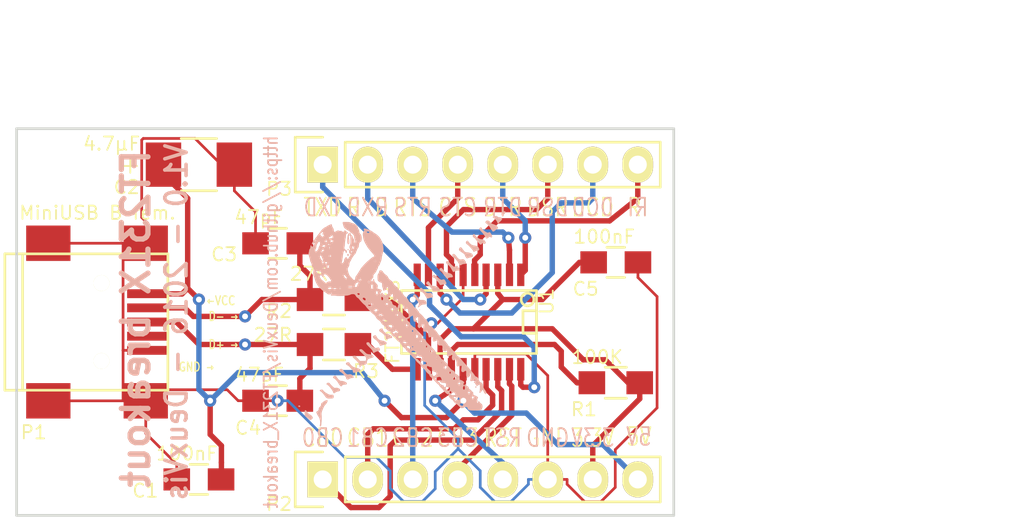
<source format=kicad_pcb>
(kicad_pcb (version 20171130) (host pcbnew "(5.1.12)-1")

  (general
    (thickness 1.6)
    (drawings 50)
    (tracks 286)
    (zones 0)
    (modules 13)
    (nets 22)
  )

  (page A4)
  (layers
    (0 F.Cu signal)
    (31 B.Cu signal)
    (32 B.Adhes user hide)
    (33 F.Adhes user hide)
    (34 B.Paste user)
    (35 F.Paste user)
    (36 B.SilkS user)
    (37 F.SilkS user)
    (38 B.Mask user)
    (39 F.Mask user)
    (40 Dwgs.User user)
    (41 Cmts.User user)
    (42 Eco1.User user)
    (43 Eco2.User user)
    (44 Edge.Cuts user)
    (45 Margin user)
    (46 B.CrtYd user)
    (47 F.CrtYd user)
    (48 B.Fab user)
    (49 F.Fab user)
  )

  (setup
    (last_trace_width 0.1524)
    (user_trace_width 0.1524)
    (user_trace_width 0.3048)
    (user_trace_width 0.6096)
    (user_trace_width 1.2192)
    (trace_clearance 0.1524)
    (zone_clearance 0.1524)
    (zone_45_only yes)
    (trace_min 0.1524)
    (via_size 0.6858)
    (via_drill 0.3302)
    (via_min_size 0.6858)
    (via_min_drill 0.3302)
    (user_via 0.6858 0.3302)
    (user_via 2.9 2.55)
    (uvia_size 0.762)
    (uvia_drill 0.508)
    (uvias_allowed no)
    (uvia_min_size 0)
    (uvia_min_drill 0)
    (edge_width 0.15)
    (segment_width 0.2)
    (pcb_text_width 0.3)
    (pcb_text_size 1.5 1.5)
    (mod_edge_width 0.15)
    (mod_text_size 1 1)
    (mod_text_width 0.15)
    (pad_size 1.524 1.524)
    (pad_drill 0.762)
    (pad_to_mask_clearance 0.2)
    (aux_axis_origin 0 0)
    (visible_elements 7FFFFFFF)
    (pcbplotparams
      (layerselection 0x010f0_80000001)
      (usegerberextensions true)
      (usegerberattributes true)
      (usegerberadvancedattributes true)
      (creategerberjobfile true)
      (excludeedgelayer true)
      (linewidth 0.100000)
      (plotframeref false)
      (viasonmask false)
      (mode 1)
      (useauxorigin false)
      (hpglpennumber 1)
      (hpglpenspeed 20)
      (hpglpendiameter 15.000000)
      (psnegative false)
      (psa4output false)
      (plotreference true)
      (plotvalue true)
      (plotinvisibletext false)
      (padsonsilk false)
      (subtractmaskfromsilk false)
      (outputformat 1)
      (mirror false)
      (drillshape 0)
      (scaleselection 1)
      (outputdirectory "gerbers/"))
  )

  (net 0 "")
  (net 1 VCC)
  (net 2 GND)
  (net 3 "Net-(C3-Pad1)")
  (net 4 "Net-(C4-Pad1)")
  (net 5 VCCIO)
  (net 6 "Net-(P1-Pad4)")
  (net 7 CBUS0)
  (net 8 CBUS1)
  (net 9 CBUS2)
  (net 10 CBUS3)
  (net 11 RESET)
  (net 12 TXD)
  (net 13 RXD)
  (net 14 RTS)
  (net 15 CTS)
  (net 16 DTR)
  (net 17 DSR)
  (net 18 DCD)
  (net 19 "Net-(R2-Pad1)")
  (net 20 "Net-(R3-Pad1)")
  (net 21 RI)

  (net_class Default "Ceci est la Netclass par défaut"
    (clearance 0.1524)
    (trace_width 0.1524)
    (via_dia 0.6858)
    (via_drill 0.3302)
    (uvia_dia 0.762)
    (uvia_drill 0.508)
    (add_net CBUS0)
    (add_net CBUS1)
    (add_net CBUS2)
    (add_net CBUS3)
    (add_net CTS)
    (add_net DCD)
    (add_net DSR)
    (add_net DTR)
    (add_net GND)
    (add_net "Net-(C3-Pad1)")
    (add_net "Net-(C4-Pad1)")
    (add_net "Net-(P1-Pad4)")
    (add_net "Net-(R2-Pad1)")
    (add_net "Net-(R3-Pad1)")
    (add_net RESET)
    (add_net RI)
    (add_net RTS)
    (add_net RXD)
    (add_net TXD)
    (add_net VCC)
    (add_net VCCIO)
  )

  (net_class Huge ""
    (clearance 0.1524)
    (trace_width 1.2192)
    (via_dia 0.6858)
    (via_drill 0.3302)
    (uvia_dia 0.762)
    (uvia_drill 0.508)
  )

  (net_class Large ""
    (clearance 0.1524)
    (trace_width 0.3048)
    (via_dia 0.6858)
    (via_drill 0.3302)
    (uvia_dia 0.762)
    (uvia_drill 0.508)
  )

  (net_class Larger ""
    (clearance 0.1524)
    (trace_width 0.6096)
    (via_dia 0.6858)
    (via_drill 0.3302)
    (uvia_dia 0.762)
    (uvia_drill 0.508)
  )

  (module Capacitors_SMD:C_0805_HandSoldering (layer F.Cu) (tedit 57A8541A) (tstamp 5790C664)
    (at 155.575 111.76 180)
    (descr "Capacitor SMD 0805, hand soldering")
    (tags "capacitor 0805")
    (path /5784B3B5)
    (attr smd)
    (fp_text reference C1 (at 3.025 -0.64 180) (layer F.SilkS)
      (effects (font (size 0.75 0.75) (thickness 0.1)))
    )
    (fp_text value 100nF (at 0.675 1.46 180) (layer F.SilkS)
      (effects (font (size 0.75 0.75) (thickness 0.1)))
    )
    (fp_line (start -0.5 0.85) (end 0.5 0.85) (layer F.SilkS) (width 0.15))
    (fp_line (start 0.5 -0.85) (end -0.5 -0.85) (layer F.SilkS) (width 0.15))
    (fp_line (start 2.3 -1) (end 2.3 1) (layer F.CrtYd) (width 0.05))
    (fp_line (start -2.3 -1) (end -2.3 1) (layer F.CrtYd) (width 0.05))
    (fp_line (start -2.3 1) (end 2.3 1) (layer F.CrtYd) (width 0.05))
    (fp_line (start -2.3 -1) (end 2.3 -1) (layer F.CrtYd) (width 0.05))
    (pad 1 smd rect (at -1.25 0 180) (size 1.5 1.25) (layers F.Cu F.Paste F.Mask)
      (net 1 VCC))
    (pad 2 smd rect (at 1.25 0 180) (size 1.5 1.25) (layers F.Cu F.Paste F.Mask)
      (net 2 GND))
    (model Capacitors_SMD.3dshapes/C_0805_HandSoldering.wrl
      (at (xyz 0 0 0))
      (scale (xyz 1 1 1))
      (rotate (xyz 0 0 0))
    )
  )

  (module Capacitors_SMD:C_1210_HandSoldering (layer F.Cu) (tedit 57A853ED) (tstamp 5790C66A)
    (at 155.575 93.98)
    (descr "Capacitor SMD 1210, hand soldering")
    (tags "capacitor 1210")
    (path /57908B23)
    (attr smd)
    (fp_text reference C2 (at -4.075 1.27) (layer F.SilkS)
      (effects (font (size 0.75 0.75) (thickness 0.1)))
    )
    (fp_text value 4.7µF (at -4.925 -1.18) (layer F.SilkS)
      (effects (font (size 0.75 0.75) (thickness 0.1)))
    )
    (fp_line (start -1 1.475) (end 1 1.475) (layer F.SilkS) (width 0.15))
    (fp_line (start 1 -1.475) (end -1 -1.475) (layer F.SilkS) (width 0.15))
    (fp_line (start 3.3 -1.6) (end 3.3 1.6) (layer F.CrtYd) (width 0.05))
    (fp_line (start -3.3 -1.6) (end -3.3 1.6) (layer F.CrtYd) (width 0.05))
    (fp_line (start -3.3 1.6) (end 3.3 1.6) (layer F.CrtYd) (width 0.05))
    (fp_line (start -3.3 -1.6) (end 3.3 -1.6) (layer F.CrtYd) (width 0.05))
    (pad 1 smd rect (at -2 0) (size 2 2.5) (layers F.Cu F.Paste F.Mask)
      (net 1 VCC))
    (pad 2 smd rect (at 2 0) (size 2 2.5) (layers F.Cu F.Paste F.Mask)
      (net 2 GND))
    (model Capacitors_SMD.3dshapes/C_1210_HandSoldering.wrl
      (at (xyz 0 0 0))
      (scale (xyz 1 1 1))
      (rotate (xyz 0 0 0))
    )
  )

  (module Capacitors_SMD:C_0805_HandSoldering (layer F.Cu) (tedit 57A85475) (tstamp 5790C670)
    (at 160.02 98.425 180)
    (descr "Capacitor SMD 0805, hand soldering")
    (tags "capacitor 0805")
    (path /5786579A)
    (attr smd)
    (fp_text reference C3 (at 3.02 -0.625 180) (layer F.SilkS)
      (effects (font (size 0.75 0.75) (thickness 0.1)))
    )
    (fp_text value 47pF (at 1.07 1.475 180) (layer F.SilkS)
      (effects (font (size 0.75 0.75) (thickness 0.1)))
    )
    (fp_line (start -0.5 0.85) (end 0.5 0.85) (layer F.SilkS) (width 0.15))
    (fp_line (start 0.5 -0.85) (end -0.5 -0.85) (layer F.SilkS) (width 0.15))
    (fp_line (start 2.3 -1) (end 2.3 1) (layer F.CrtYd) (width 0.05))
    (fp_line (start -2.3 -1) (end -2.3 1) (layer F.CrtYd) (width 0.05))
    (fp_line (start -2.3 1) (end 2.3 1) (layer F.CrtYd) (width 0.05))
    (fp_line (start -2.3 -1) (end 2.3 -1) (layer F.CrtYd) (width 0.05))
    (pad 1 smd rect (at -1.25 0 180) (size 1.5 1.25) (layers F.Cu F.Paste F.Mask)
      (net 3 "Net-(C3-Pad1)"))
    (pad 2 smd rect (at 1.25 0 180) (size 1.5 1.25) (layers F.Cu F.Paste F.Mask)
      (net 2 GND))
    (model Capacitors_SMD.3dshapes/C_0805_HandSoldering.wrl
      (at (xyz 0 0 0))
      (scale (xyz 1 1 1))
      (rotate (xyz 0 0 0))
    )
  )

  (module Capacitors_SMD:C_0805_HandSoldering (layer F.Cu) (tedit 57A86371) (tstamp 5790C676)
    (at 160.02 107.315 180)
    (descr "Capacitor SMD 0805, hand soldering")
    (tags "capacitor 0805")
    (path /57865831)
    (attr smd)
    (fp_text reference C4 (at 1.67 -1.535 180) (layer F.SilkS)
      (effects (font (size 0.75 0.75) (thickness 0.1)))
    )
    (fp_text value 47pF (at 1.02 1.465 180) (layer F.SilkS)
      (effects (font (size 0.75 0.75) (thickness 0.1)))
    )
    (fp_line (start -0.5 0.85) (end 0.5 0.85) (layer F.SilkS) (width 0.15))
    (fp_line (start 0.5 -0.85) (end -0.5 -0.85) (layer F.SilkS) (width 0.15))
    (fp_line (start 2.3 -1) (end 2.3 1) (layer F.CrtYd) (width 0.05))
    (fp_line (start -2.3 -1) (end -2.3 1) (layer F.CrtYd) (width 0.05))
    (fp_line (start -2.3 1) (end 2.3 1) (layer F.CrtYd) (width 0.05))
    (fp_line (start -2.3 -1) (end 2.3 -1) (layer F.CrtYd) (width 0.05))
    (pad 1 smd rect (at -1.25 0 180) (size 1.5 1.25) (layers F.Cu F.Paste F.Mask)
      (net 4 "Net-(C4-Pad1)"))
    (pad 2 smd rect (at 1.25 0 180) (size 1.5 1.25) (layers F.Cu F.Paste F.Mask)
      (net 2 GND))
    (model Capacitors_SMD.3dshapes/C_0805_HandSoldering.wrl
      (at (xyz 0 0 0))
      (scale (xyz 1 1 1))
      (rotate (xyz 0 0 0))
    )
  )

  (module Capacitors_SMD:C_0805_HandSoldering (layer F.Cu) (tedit 57A86422) (tstamp 5790C67C)
    (at 179.1 99.5 180)
    (descr "Capacitor SMD 0805, hand soldering")
    (tags "capacitor 0805")
    (path /57866269)
    (attr smd)
    (fp_text reference C5 (at 1.7 -1.5 180) (layer F.SilkS)
      (effects (font (size 0.75 0.75) (thickness 0.1)))
    )
    (fp_text value 100nF (at 0.65 1.45 180) (layer F.SilkS)
      (effects (font (size 0.75 0.75) (thickness 0.1)))
    )
    (fp_line (start -0.5 0.85) (end 0.5 0.85) (layer F.SilkS) (width 0.15))
    (fp_line (start 0.5 -0.85) (end -0.5 -0.85) (layer F.SilkS) (width 0.15))
    (fp_line (start 2.3 -1) (end 2.3 1) (layer F.CrtYd) (width 0.05))
    (fp_line (start -2.3 -1) (end -2.3 1) (layer F.CrtYd) (width 0.05))
    (fp_line (start -2.3 1) (end 2.3 1) (layer F.CrtYd) (width 0.05))
    (fp_line (start -2.3 -1) (end 2.3 -1) (layer F.CrtYd) (width 0.05))
    (pad 1 smd rect (at -1.25 0 180) (size 1.5 1.25) (layers F.Cu F.Paste F.Mask)
      (net 2 GND))
    (pad 2 smd rect (at 1.25 0 180) (size 1.5 1.25) (layers F.Cu F.Paste F.Mask)
      (net 5 VCCIO))
    (model Capacitors_SMD.3dshapes/C_0805_HandSoldering.wrl
      (at (xyz 0 0 0))
      (scale (xyz 1 1 1))
      (rotate (xyz 0 0 0))
    )
  )

  (module Connect:USB_Mini-B (layer F.Cu) (tedit 57A881CF) (tstamp 5790C68B)
    (at 149.225 102.87)
    (descr "USB Mini-B 5-pin SMD connector")
    (tags "USB USB_B USB_Mini connector")
    (path /5784B1F8)
    (attr smd)
    (fp_text reference P1 (at -2.975 6.23) (layer F.SilkS)
      (effects (font (size 0.75 0.75) (thickness 0.1)))
    )
    (fp_text value "MiniUSB B fem." (at 0.625 -6.17) (layer F.SilkS)
      (effects (font (size 0.75 0.75) (thickness 0.1)))
    )
    (fp_line (start 4.59994 -3.85064) (end -4.59994 -3.85064) (layer F.SilkS) (width 0.15))
    (fp_line (start 4.59994 3.85064) (end 4.59994 -3.85064) (layer F.SilkS) (width 0.15))
    (fp_line (start -4.59994 3.85064) (end 4.59994 3.85064) (layer F.SilkS) (width 0.15))
    (fp_line (start -4.59994 -3.85064) (end -4.59994 3.85064) (layer F.SilkS) (width 0.15))
    (fp_line (start -3.59918 -3.85064) (end -3.59918 3.85064) (layer F.SilkS) (width 0.15))
    (fp_line (start -4.85 5.7) (end -4.85 -5.7) (layer F.CrtYd) (width 0.05))
    (fp_line (start 4.85 5.7) (end -4.85 5.7) (layer F.CrtYd) (width 0.05))
    (fp_line (start 4.85 -5.7) (end 4.85 5.7) (layer F.CrtYd) (width 0.05))
    (fp_line (start -4.85 -5.7) (end 4.85 -5.7) (layer F.CrtYd) (width 0.05))
    (pad 1 smd rect (at 3.44932 -1.6002) (size 2.30124 0.50038) (layers F.Cu F.Paste F.Mask)
      (net 1 VCC))
    (pad 2 smd rect (at 3.44932 -0.8001) (size 2.30124 0.50038) (layers F.Cu F.Paste F.Mask)
      (net 3 "Net-(C3-Pad1)"))
    (pad 3 smd rect (at 3.44932 0) (size 2.30124 0.50038) (layers F.Cu F.Paste F.Mask)
      (net 4 "Net-(C4-Pad1)"))
    (pad 4 smd rect (at 3.44932 0.8001) (size 2.30124 0.50038) (layers F.Cu F.Paste F.Mask)
      (net 6 "Net-(P1-Pad4)"))
    (pad 5 smd rect (at 3.44932 1.6002) (size 2.30124 0.50038) (layers F.Cu F.Paste F.Mask)
      (net 2 GND))
    (pad 6 smd rect (at 3.35026 -4.45008) (size 2.49936 1.99898) (layers F.Cu F.Paste F.Mask)
      (net 2 GND))
    (pad 6 smd rect (at -2.14884 -4.45008) (size 2.49936 1.99898) (layers F.Cu F.Paste F.Mask)
      (net 2 GND))
    (pad 6 smd rect (at 3.35026 4.45008) (size 2.49936 1.99898) (layers F.Cu F.Paste F.Mask)
      (net 2 GND))
    (pad 6 smd rect (at -2.14884 4.45008) (size 2.49936 1.99898) (layers F.Cu F.Paste F.Mask)
      (net 2 GND))
    (pad "" np_thru_hole circle (at 0.8509 -2.19964) (size 0.89916 0.89916) (drill 0.89916) (layers *.Cu *.Mask F.SilkS))
    (pad "" np_thru_hole circle (at 0.8509 2.19964) (size 0.89916 0.89916) (drill 0.89916) (layers *.Cu *.Mask F.SilkS))
  )

  (module Pin_Headers:Pin_Header_Straight_1x08 (layer F.Cu) (tedit 57A86383) (tstamp 5790C697)
    (at 162.56 111.76 90)
    (descr "Through hole pin header")
    (tags "pin header")
    (path /5784B59E)
    (fp_text reference P2 (at -1.39 -2.46 180) (layer F.SilkS)
      (effects (font (size 0.75 0.75) (thickness 0.1)))
    )
    (fp_text value CONN_01X08 (at 0 25.4 180) (layer F.Fab) hide
      (effects (font (size 1 1) (thickness 0.15)))
    )
    (fp_line (start -1.55 -1.55) (end 1.55 -1.55) (layer F.SilkS) (width 0.15))
    (fp_line (start -1.55 0) (end -1.55 -1.55) (layer F.SilkS) (width 0.15))
    (fp_line (start 1.27 1.27) (end -1.27 1.27) (layer F.SilkS) (width 0.15))
    (fp_line (start 1.55 -1.55) (end 1.55 0) (layer F.SilkS) (width 0.15))
    (fp_line (start -1.27 19.05) (end -1.27 1.27) (layer F.SilkS) (width 0.15))
    (fp_line (start 1.27 19.05) (end -1.27 19.05) (layer F.SilkS) (width 0.15))
    (fp_line (start 1.27 1.27) (end 1.27 19.05) (layer F.SilkS) (width 0.15))
    (fp_line (start -1.75 19.55) (end 1.75 19.55) (layer F.CrtYd) (width 0.05))
    (fp_line (start -1.75 -1.75) (end 1.75 -1.75) (layer F.CrtYd) (width 0.05))
    (fp_line (start 1.75 -1.75) (end 1.75 19.55) (layer F.CrtYd) (width 0.05))
    (fp_line (start -1.75 -1.75) (end -1.75 19.55) (layer F.CrtYd) (width 0.05))
    (pad 1 thru_hole rect (at 0 0 90) (size 2.032 1.7272) (drill 1.016) (layers *.Cu *.Mask F.SilkS)
      (net 7 CBUS0))
    (pad 2 thru_hole oval (at 0 2.54 90) (size 2.032 1.7272) (drill 1.016) (layers *.Cu *.Mask F.SilkS)
      (net 8 CBUS1))
    (pad 3 thru_hole oval (at 0 5.08 90) (size 2.032 1.7272) (drill 1.016) (layers *.Cu *.Mask F.SilkS)
      (net 9 CBUS2))
    (pad 4 thru_hole oval (at 0 7.62 90) (size 2.032 1.7272) (drill 1.016) (layers *.Cu *.Mask F.SilkS)
      (net 10 CBUS3))
    (pad 5 thru_hole oval (at 0 10.16 90) (size 2.032 1.7272) (drill 1.016) (layers *.Cu *.Mask F.SilkS)
      (net 11 RESET))
    (pad 6 thru_hole oval (at 0 12.7 90) (size 2.032 1.7272) (drill 1.016) (layers *.Cu *.Mask F.SilkS)
      (net 2 GND))
    (pad 7 thru_hole oval (at 0 15.24 90) (size 2.032 1.7272) (drill 1.016) (layers *.Cu *.Mask F.SilkS)
      (net 5 VCCIO))
    (pad 8 thru_hole oval (at 0 17.78 90) (size 2.032 1.7272) (drill 1.016) (layers *.Cu *.Mask F.SilkS)
      (net 1 VCC))
    (model Pin_Headers.3dshapes/Pin_Header_Straight_1x08.wrl
      (offset (xyz 0 -8.889999866485596 0))
      (scale (xyz 1 1 1))
      (rotate (xyz 0 0 90))
    )
  )

  (module Pin_Headers:Pin_Header_Straight_1x08 (layer F.Cu) (tedit 57A85446) (tstamp 5790C6A3)
    (at 162.56 93.98 90)
    (descr "Through hole pin header")
    (tags "pin header")
    (path /5784B483)
    (fp_text reference P3 (at -1.37 -2.46 180) (layer F.SilkS)
      (effects (font (size 0.75 0.75) (thickness 0.1)))
    )
    (fp_text value CONN_01X08 (at 0 25.4 180) (layer F.Fab) hide
      (effects (font (size 1 1) (thickness 0.15)))
    )
    (fp_line (start -1.55 -1.55) (end 1.55 -1.55) (layer F.SilkS) (width 0.15))
    (fp_line (start -1.55 0) (end -1.55 -1.55) (layer F.SilkS) (width 0.15))
    (fp_line (start 1.27 1.27) (end -1.27 1.27) (layer F.SilkS) (width 0.15))
    (fp_line (start 1.55 -1.55) (end 1.55 0) (layer F.SilkS) (width 0.15))
    (fp_line (start -1.27 19.05) (end -1.27 1.27) (layer F.SilkS) (width 0.15))
    (fp_line (start 1.27 19.05) (end -1.27 19.05) (layer F.SilkS) (width 0.15))
    (fp_line (start 1.27 1.27) (end 1.27 19.05) (layer F.SilkS) (width 0.15))
    (fp_line (start -1.75 19.55) (end 1.75 19.55) (layer F.CrtYd) (width 0.05))
    (fp_line (start -1.75 -1.75) (end 1.75 -1.75) (layer F.CrtYd) (width 0.05))
    (fp_line (start 1.75 -1.75) (end 1.75 19.55) (layer F.CrtYd) (width 0.05))
    (fp_line (start -1.75 -1.75) (end -1.75 19.55) (layer F.CrtYd) (width 0.05))
    (pad 1 thru_hole rect (at 0 0 90) (size 2.032 1.7272) (drill 1.016) (layers *.Cu *.Mask F.SilkS)
      (net 12 TXD))
    (pad 2 thru_hole oval (at 0 2.54 90) (size 2.032 1.7272) (drill 1.016) (layers *.Cu *.Mask F.SilkS)
      (net 13 RXD))
    (pad 3 thru_hole oval (at 0 5.08 90) (size 2.032 1.7272) (drill 1.016) (layers *.Cu *.Mask F.SilkS)
      (net 14 RTS))
    (pad 4 thru_hole oval (at 0 7.62 90) (size 2.032 1.7272) (drill 1.016) (layers *.Cu *.Mask F.SilkS)
      (net 15 CTS))
    (pad 5 thru_hole oval (at 0 10.16 90) (size 2.032 1.7272) (drill 1.016) (layers *.Cu *.Mask F.SilkS)
      (net 16 DTR))
    (pad 6 thru_hole oval (at 0 12.7 90) (size 2.032 1.7272) (drill 1.016) (layers *.Cu *.Mask F.SilkS)
      (net 17 DSR))
    (pad 7 thru_hole oval (at 0 15.24 90) (size 2.032 1.7272) (drill 1.016) (layers *.Cu *.Mask F.SilkS)
      (net 18 DCD))
    (pad 8 thru_hole oval (at 0 17.78 90) (size 2.032 1.7272) (drill 1.016) (layers *.Cu *.Mask F.SilkS)
      (net 21 RI))
    (model Pin_Headers.3dshapes/Pin_Header_Straight_1x08.wrl
      (offset (xyz 0 -8.889999866485596 0))
      (scale (xyz 1 1 1))
      (rotate (xyz 0 0 90))
    )
  )

  (module Resistors_SMD:R_0805_HandSoldering (layer F.Cu) (tedit 57A85496) (tstamp 5790C6AF)
    (at 163.195 101.6 180)
    (descr "Resistor SMD 0805, hand soldering")
    (tags "resistor 0805")
    (path /57863B0B)
    (attr smd)
    (fp_text reference R2 (at 3.095 -0.65 180) (layer F.SilkS)
      (effects (font (size 0.75 0.75) (thickness 0.1)))
    )
    (fp_text value 27R (at 1.395 1.45 180) (layer F.SilkS)
      (effects (font (size 0.75 0.75) (thickness 0.1)))
    )
    (fp_line (start -0.6 -0.875) (end 0.6 -0.875) (layer F.SilkS) (width 0.15))
    (fp_line (start 0.6 0.875) (end -0.6 0.875) (layer F.SilkS) (width 0.15))
    (fp_line (start 2.4 -1) (end 2.4 1) (layer F.CrtYd) (width 0.05))
    (fp_line (start -2.4 -1) (end -2.4 1) (layer F.CrtYd) (width 0.05))
    (fp_line (start -2.4 1) (end 2.4 1) (layer F.CrtYd) (width 0.05))
    (fp_line (start -2.4 -1) (end 2.4 -1) (layer F.CrtYd) (width 0.05))
    (pad 1 smd rect (at -1.35 0 180) (size 1.5 1.3) (layers F.Cu F.Paste F.Mask)
      (net 19 "Net-(R2-Pad1)"))
    (pad 2 smd rect (at 1.35 0 180) (size 1.5 1.3) (layers F.Cu F.Paste F.Mask)
      (net 3 "Net-(C3-Pad1)"))
    (model Resistors_SMD.3dshapes/R_0805_HandSoldering.wrl
      (at (xyz 0 0 0))
      (scale (xyz 1 1 1))
      (rotate (xyz 0 0 0))
    )
  )

  (module Resistors_SMD:R_0805_HandSoldering (layer F.Cu) (tedit 57A863AD) (tstamp 5790C6B5)
    (at 163.195 104.14 180)
    (descr "Resistor SMD 0805, hand soldering")
    (tags "resistor 0805")
    (path /578639DA)
    (attr smd)
    (fp_text reference R3 (at -1.805 -1.51 180) (layer F.SilkS)
      (effects (font (size 0.75 0.75) (thickness 0.1)))
    )
    (fp_text value 27R (at 3.445 0.54 180) (layer F.SilkS)
      (effects (font (size 0.75 0.75) (thickness 0.1)))
    )
    (fp_line (start -0.6 -0.875) (end 0.6 -0.875) (layer F.SilkS) (width 0.15))
    (fp_line (start 0.6 0.875) (end -0.6 0.875) (layer F.SilkS) (width 0.15))
    (fp_line (start 2.4 -1) (end 2.4 1) (layer F.CrtYd) (width 0.05))
    (fp_line (start -2.4 -1) (end -2.4 1) (layer F.CrtYd) (width 0.05))
    (fp_line (start -2.4 1) (end 2.4 1) (layer F.CrtYd) (width 0.05))
    (fp_line (start -2.4 -1) (end 2.4 -1) (layer F.CrtYd) (width 0.05))
    (pad 1 smd rect (at -1.35 0 180) (size 1.5 1.3) (layers F.Cu F.Paste F.Mask)
      (net 20 "Net-(R3-Pad1)"))
    (pad 2 smd rect (at 1.35 0 180) (size 1.5 1.3) (layers F.Cu F.Paste F.Mask)
      (net 4 "Net-(C4-Pad1)"))
    (model Resistors_SMD.3dshapes/R_0805_HandSoldering.wrl
      (at (xyz 0 0 0))
      (scale (xyz 1 1 1))
      (rotate (xyz 0 0 0))
    )
  )

  (module SMD_Packages:SSOP-20 (layer F.Cu) (tedit 57A86405) (tstamp 5790C6CD)
    (at 170.815 102.87 180)
    (descr "SSOP 20 pins")
    (tags "CMS SSOP SMD")
    (path /5784D541)
    (attr smd)
    (fp_text reference U1 (at -4.385 1.17 270) (layer F.SilkS)
      (effects (font (size 0.75 0.75) (thickness 0.1)))
    )
    (fp_text value FT231XS (at 4.315 0.02 270) (layer F.SilkS)
      (effects (font (size 0.75 0.75) (thickness 0.1)))
    )
    (fp_circle (center -3.302 1.27) (end -3.556 1.016) (layer F.SilkS) (width 0.15))
    (fp_line (start -3.048 0.635) (end -3.81 0.635) (layer F.SilkS) (width 0.15))
    (fp_line (start -3.048 -0.635) (end -3.048 0.635) (layer F.SilkS) (width 0.15))
    (fp_line (start -3.81 -0.635) (end -3.048 -0.635) (layer F.SilkS) (width 0.15))
    (fp_line (start -3.81 1.778) (end -3.81 -1.778) (layer F.SilkS) (width 0.15))
    (fp_line (start 3.81 -1.778) (end 3.81 1.778) (layer F.SilkS) (width 0.15))
    (fp_line (start -3.81 1.778) (end 3.81 1.778) (layer F.SilkS) (width 0.15))
    (fp_line (start 3.81 -1.778) (end -3.81 -1.778) (layer F.SilkS) (width 0.15))
    (pad 1 smd rect (at -2.921 2.667 180) (size 0.4064 1.27) (layers F.Cu F.Paste F.Mask)
      (net 16 DTR))
    (pad 2 smd rect (at -2.286 2.667 180) (size 0.4064 1.27) (layers F.Cu F.Paste F.Mask)
      (net 14 RTS))
    (pad 3 smd rect (at -1.6256 2.667 180) (size 0.4064 1.27) (layers F.Cu F.Paste F.Mask)
      (net 5 VCCIO))
    (pad 4 smd rect (at -0.9652 2.667 180) (size 0.4064 1.27) (layers F.Cu F.Paste F.Mask)
      (net 13 RXD))
    (pad 5 smd rect (at -0.3302 2.667 180) (size 0.4064 1.27) (layers F.Cu F.Paste F.Mask)
      (net 21 RI))
    (pad 6 smd rect (at 0.3302 2.667 180) (size 0.4064 1.27) (layers F.Cu F.Paste F.Mask)
      (net 2 GND))
    (pad 7 smd rect (at 0.9906 2.667 180) (size 0.4064 1.27) (layers F.Cu F.Paste F.Mask)
      (net 17 DSR))
    (pad 8 smd rect (at 1.6256 2.667 180) (size 0.4064 1.27) (layers F.Cu F.Paste F.Mask)
      (net 18 DCD))
    (pad 9 smd rect (at 2.286 2.667 180) (size 0.4064 1.27) (layers F.Cu F.Paste F.Mask)
      (net 15 CTS))
    (pad 10 smd rect (at 2.921 2.667 180) (size 0.4064 1.27) (layers F.Cu F.Paste F.Mask)
      (net 9 CBUS2))
    (pad 11 smd rect (at 2.921 -2.667 180) (size 0.4064 1.27) (layers F.Cu F.Paste F.Mask)
      (net 20 "Net-(R3-Pad1)"))
    (pad 12 smd rect (at 2.286 -2.667 180) (size 0.4064 1.27) (layers F.Cu F.Paste F.Mask)
      (net 19 "Net-(R2-Pad1)"))
    (pad 13 smd rect (at 1.6256 -2.667 180) (size 0.4064 1.27) (layers F.Cu F.Paste F.Mask)
      (net 5 VCCIO))
    (pad 14 smd rect (at 0.9906 -2.667 180) (size 0.4064 1.27) (layers F.Cu F.Paste F.Mask)
      (net 11 RESET))
    (pad 15 smd rect (at 0.3302 -2.667 180) (size 0.4064 1.27) (layers F.Cu F.Paste F.Mask)
      (net 1 VCC))
    (pad 16 smd rect (at -0.3302 -2.667 180) (size 0.4064 1.27) (layers F.Cu F.Paste F.Mask)
      (net 2 GND))
    (pad 17 smd rect (at -0.9652 -2.667 180) (size 0.4064 1.27) (layers F.Cu F.Paste F.Mask)
      (net 8 CBUS1))
    (pad 18 smd rect (at -1.6256 -2.667 180) (size 0.4064 1.27) (layers F.Cu F.Paste F.Mask)
      (net 7 CBUS0))
    (pad 19 smd rect (at -2.286 -2.667 180) (size 0.4064 1.27) (layers F.Cu F.Paste F.Mask)
      (net 10 CBUS3))
    (pad 20 smd rect (at -2.921 -2.667 180) (size 0.4064 1.27) (layers F.Cu F.Paste F.Mask)
      (net 12 TXD))
    (model SMD_Packages.3dshapes/SSOP-20.wrl
      (at (xyz 0 0 0))
      (scale (xyz 0.255 0.33 0.3))
      (rotate (xyz 0 0 0))
    )
  )

  (module Resistors_SMD:R_0805_HandSoldering (layer F.Cu) (tedit 57A8643A) (tstamp 57965A18)
    (at 179.1 106.3 180)
    (descr "Resistor SMD 0805, hand soldering")
    (tags "resistor 0805")
    (path /57909BE0)
    (attr smd)
    (fp_text reference R1 (at 1.8 -1.5 180) (layer F.SilkS)
      (effects (font (size 0.75 0.75) (thickness 0.1)))
    )
    (fp_text value 100K (at 1.05 1.45 180) (layer F.SilkS)
      (effects (font (size 0.75 0.75) (thickness 0.1)))
    )
    (fp_line (start -0.6 -0.875) (end 0.6 -0.875) (layer F.SilkS) (width 0.15))
    (fp_line (start 0.6 0.875) (end -0.6 0.875) (layer F.SilkS) (width 0.15))
    (fp_line (start 2.4 -1) (end 2.4 1) (layer F.CrtYd) (width 0.05))
    (fp_line (start -2.4 -1) (end -2.4 1) (layer F.CrtYd) (width 0.05))
    (fp_line (start -2.4 1) (end 2.4 1) (layer F.CrtYd) (width 0.05))
    (fp_line (start -2.4 -1) (end 2.4 -1) (layer F.CrtYd) (width 0.05))
    (pad 1 smd rect (at -1.35 0 180) (size 1.5 1.3) (layers F.Cu F.Paste F.Mask)
      (net 5 VCCIO))
    (pad 2 smd rect (at 1.35 0 180) (size 1.5 1.3) (layers F.Cu F.Paste F.Mask)
      (net 11 RESET))
    (model Resistors_SMD.3dshapes/R_0805_HandSoldering.wrl
      (at (xyz 0 0 0))
      (scale (xyz 1 1 1))
      (rotate (xyz 0 0 0))
    )
  )

  (module Logo:DeuxVis_big (layer B.Cu) (tedit 0) (tstamp 57B0555C)
    (at 166.878 102.616 270)
    (fp_text reference G*** (at 0 0 270) (layer B.SilkS) hide
      (effects (font (size 1.524 1.524) (thickness 0.3)) (justify mirror))
    )
    (fp_text value LOGO (at 0.75 0 270) (layer B.SilkS) hide
      (effects (font (size 1.524 1.524) (thickness 0.3)) (justify mirror))
    )
    (fp_poly (pts (xy 5.011974 5.692431) (xy 5.032446 5.671808) (xy 5.040986 5.637342) (xy 5.036836 5.604341)
      (xy 5.01924 5.588115) (xy 5.017136 5.588) (xy 4.985777 5.602697) (xy 4.977704 5.615215)
      (xy 4.973893 5.653) (xy 4.9866 5.683558) (xy 5.009684 5.693054) (xy 5.011974 5.692431)) (layer B.SilkS) (width 0.01))
    (fp_poly (pts (xy 5.529875 5.320938) (xy 5.573479 5.299125) (xy 5.604737 5.262231) (xy 5.613706 5.246204)
      (xy 5.641516 5.204613) (xy 5.684408 5.152894) (xy 5.713679 5.121876) (xy 5.754087 5.076887)
      (xy 5.780926 5.038227) (xy 5.787572 5.020027) (xy 5.776201 4.987955) (xy 5.748572 4.946876)
      (xy 5.714411 4.908498) (xy 5.683443 4.884528) (xy 5.672566 4.881579) (xy 5.639351 4.889078)
      (xy 5.615215 4.897738) (xy 5.558314 4.937643) (xy 5.49845 5.010145) (xy 5.456056 5.078998)
      (xy 5.400774 5.151904) (xy 5.32273 5.20643) (xy 5.262313 5.244872) (xy 5.235825 5.278886)
      (xy 5.234215 5.289075) (xy 5.237791 5.307362) (xy 5.253424 5.318716) (xy 5.288471 5.325293)
      (xy 5.350285 5.329247) (xy 5.374596 5.330224) (xy 5.466168 5.330395) (xy 5.529875 5.320938)) (layer B.SilkS) (width 0.01))
    (fp_poly (pts (xy 5.422914 4.646925) (xy 5.492608 4.61399) (xy 5.561901 4.571471) (xy 5.582373 4.556199)
      (xy 5.660363 4.51086) (xy 5.760311 4.477286) (xy 5.86904 4.458175) (xy 5.973374 4.456226)
      (xy 6.029432 4.464664) (xy 6.090065 4.475793) (xy 6.125541 4.472903) (xy 6.137382 4.465305)
      (xy 6.147795 4.440325) (xy 6.136748 4.424063) (xy 6.107405 4.412016) (xy 6.049021 4.401041)
      (xy 5.968838 4.391657) (xy 5.874095 4.384382) (xy 5.772034 4.379737) (xy 5.669895 4.378241)
      (xy 5.574919 4.380412) (xy 5.548557 4.381879) (xy 5.472212 4.386388) (xy 5.415494 4.38694)
      (xy 5.367423 4.381582) (xy 5.317015 4.368362) (xy 5.253289 4.345327) (xy 5.179819 4.316322)
      (xy 5.077582 4.272897) (xy 5.003026 4.234264) (xy 4.948685 4.196207) (xy 4.921207 4.170356)
      (xy 4.847095 4.105548) (xy 4.770925 4.06233) (xy 4.701929 4.045885) (xy 4.699353 4.045858)
      (xy 4.673282 4.050147) (xy 4.666685 4.070035) (xy 4.672302 4.104822) (xy 4.703342 4.189978)
      (xy 4.754672 4.271168) (xy 4.789129 4.308399) (xy 4.816627 4.340823) (xy 4.826 4.364228)
      (xy 4.842796 4.390655) (xy 4.890404 4.405762) (xy 4.936341 4.408715) (xy 4.973288 4.413955)
      (xy 5.007741 4.43381) (xy 5.04851 4.474483) (xy 5.07618 4.5072) (xy 5.109824 4.527234)
      (xy 5.158231 4.535713) (xy 5.158891 4.535715) (xy 5.216666 4.544405) (xy 5.262252 4.575051)
      (xy 5.303816 4.630778) (xy 5.334593 4.680485) (xy 5.422914 4.646925)) (layer B.SilkS) (width 0.01))
    (fp_poly (pts (xy 4.158424 4.456913) (xy 4.16429 4.440379) (xy 4.18482 4.405035) (xy 4.228474 4.356084)
      (xy 4.288194 4.300061) (xy 4.356924 4.243504) (xy 4.427607 4.192948) (xy 4.440006 4.184982)
      (xy 4.502942 4.140191) (xy 4.543246 4.094866) (xy 4.565321 4.039478) (xy 4.573571 3.964497)
      (xy 4.5735 3.896098) (xy 4.569575 3.824052) (xy 4.562337 3.764824) (xy 4.553169 3.728777)
      (xy 4.550597 3.724429) (xy 4.517596 3.707655) (xy 4.466684 3.701827) (xy 4.414507 3.706826)
      (xy 4.377712 3.722532) (xy 4.374633 3.725701) (xy 4.363106 3.762163) (xy 4.364197 3.822044)
      (xy 4.365336 3.831123) (xy 4.368692 3.881409) (xy 4.361108 3.927851) (xy 4.339387 3.983702)
      (xy 4.317849 4.028015) (xy 4.266102 4.120971) (xy 4.213015 4.199592) (xy 4.163272 4.257768)
      (xy 4.121557 4.289388) (xy 4.115714 4.291648) (xy 4.0828 4.319171) (xy 4.069691 4.36803)
      (xy 4.07904 4.427585) (xy 4.080688 4.432101) (xy 4.105724 4.470518) (xy 4.134587 4.479081)
      (xy 4.158424 4.456913)) (layer B.SilkS) (width 0.01))
    (fp_poly (pts (xy 3.786783 4.086987) (xy 3.7926 4.068536) (xy 3.807484 4.035611) (xy 3.846566 3.98902)
      (xy 3.903197 3.934204) (xy 3.97073 3.876605) (xy 4.042515 3.821664) (xy 4.111903 3.774822)
      (xy 4.172246 3.741521) (xy 4.207938 3.728622) (xy 4.258921 3.708325) (xy 4.275341 3.677193)
      (xy 4.257286 3.634872) (xy 4.237259 3.61137) (xy 4.19215 3.538689) (xy 4.178011 3.480918)
      (xy 4.161161 3.399159) (xy 4.134981 3.351686) (xy 4.098079 3.337377) (xy 4.04907 3.355112)
      (xy 4.034178 3.36483) (xy 4.003879 3.40343) (xy 3.98314 3.463853) (xy 3.982118 3.469151)
      (xy 3.973187 3.519446) (xy 3.970214 3.549674) (xy 3.973106 3.575545) (xy 3.981292 3.610767)
      (xy 3.982416 3.637268) (xy 3.97012 3.667458) (xy 3.940257 3.708019) (xy 3.888682 3.765632)
      (xy 3.87837 3.776633) (xy 3.822934 3.833078) (xy 3.772061 3.880559) (xy 3.733923 3.91161)
      (xy 3.723822 3.917878) (xy 3.691344 3.952304) (xy 3.683271 4.004495) (xy 3.701163 4.064027)
      (xy 3.701782 4.065193) (xy 3.728808 4.092226) (xy 3.76164 4.099657) (xy 3.786783 4.086987)) (layer B.SilkS) (width 0.01))
    (fp_poly (pts (xy 3.412567 3.720514) (xy 3.425344 3.690272) (xy 3.442037 3.657693) (xy 3.480284 3.611427)
      (xy 3.532317 3.559159) (xy 3.590369 3.508577) (xy 3.646671 3.467367) (xy 3.657216 3.46082)
      (xy 3.757039 3.399126) (xy 3.826552 3.350406) (xy 3.868023 3.311655) (xy 3.88372 3.279872)
      (xy 3.875913 3.252051) (xy 3.846869 3.225191) (xy 3.839152 3.219958) (xy 3.81301 3.197895)
      (xy 3.79816 3.16776) (xy 3.790644 3.11856) (xy 3.788147 3.078205) (xy 3.783551 3.015527)
      (xy 3.775365 2.980693) (xy 3.760573 2.965268) (xy 3.7465 2.961718) (xy 3.706577 2.964152)
      (xy 3.689975 2.970789) (xy 3.663461 3.002507) (xy 3.634746 3.056972) (xy 3.608874 3.121374)
      (xy 3.590891 3.182905) (xy 3.585842 3.228756) (xy 3.586506 3.233461) (xy 3.582051 3.299877)
      (xy 3.546418 3.371012) (xy 3.483467 3.442152) (xy 3.397057 3.508585) (xy 3.329471 3.547349)
      (xy 3.299751 3.578418) (xy 3.287294 3.614286) (xy 3.293193 3.659936) (xy 3.316719 3.697815)
      (xy 3.349823 3.723491) (xy 3.384456 3.732535) (xy 3.412567 3.720514)) (layer B.SilkS) (width 0.01))
    (fp_poly (pts (xy -3.516937 2.923311) (xy -3.512122 2.921563) (xy -3.476178 2.898332) (xy -3.474167 2.874007)
      (xy -3.504691 2.855752) (xy -3.525752 2.85175) (xy -3.570203 2.857457) (xy -3.585726 2.875648)
      (xy -3.58761 2.912154) (xy -3.562704 2.929275) (xy -3.516937 2.923311)) (layer B.SilkS) (width 0.01))
    (fp_poly (pts (xy -3.815051 2.905875) (xy -3.81 2.884715) (xy -3.821344 2.855164) (xy -3.837214 2.848429)
      (xy -3.859377 2.863555) (xy -3.864428 2.884715) (xy -3.853084 2.914266) (xy -3.837214 2.921)
      (xy -3.815051 2.905875)) (layer B.SilkS) (width 0.01))
    (fp_poly (pts (xy 3.040769 3.35941) (xy 3.076826 3.29894) (xy 3.080782 3.291208) (xy 3.110235 3.247348)
      (xy 3.156931 3.193106) (xy 3.213868 3.134989) (xy 3.274046 3.079507) (xy 3.330464 3.03317)
      (xy 3.376124 3.002487) (xy 3.400871 2.993572) (xy 3.458989 2.980541) (xy 3.492002 2.945783)
      (xy 3.497602 2.895806) (xy 3.47348 2.837113) (xy 3.46204 2.821208) (xy 3.429271 2.754646)
      (xy 3.414528 2.674733) (xy 3.405722 2.616802) (xy 3.392052 2.57854) (xy 3.3833 2.569593)
      (xy 3.355265 2.57395) (xy 3.313498 2.595682) (xy 3.299276 2.605509) (xy 3.244362 2.662236)
      (xy 3.211096 2.730221) (xy 3.203679 2.798562) (xy 3.211967 2.831931) (xy 3.223793 2.896547)
      (xy 3.203803 2.960851) (xy 3.150581 3.027973) (xy 3.104945 3.068602) (xy 3.046463 3.114843)
      (xy 2.991095 3.156358) (xy 2.955266 3.181206) (xy 2.913731 3.226005) (xy 2.902792 3.281532)
      (xy 2.923383 3.337614) (xy 2.939143 3.356429) (xy 2.977012 3.385813) (xy 3.009193 3.387587)
      (xy 3.040769 3.35941)) (layer B.SilkS) (width 0.01))
    (fp_poly (pts (xy 2.663626 2.972595) (xy 2.70118 2.912356) (xy 2.739589 2.850833) (xy 2.78968 2.794659)
      (xy 2.805189 2.781512) (xy 2.878099 2.721259) (xy 2.935757 2.662075) (xy 2.953466 2.641086)
      (xy 2.987537 2.621119) (xy 3.038181 2.612585) (xy 3.040214 2.612572) (xy 3.093415 2.602845)
      (xy 3.117219 2.572791) (xy 3.112341 2.521095) (xy 3.103526 2.496504) (xy 3.08612 2.443235)
      (xy 3.069775 2.376502) (xy 3.065101 2.352357) (xy 3.051789 2.295258) (xy 3.035725 2.251076)
      (xy 3.028464 2.238964) (xy 2.991456 2.217562) (xy 2.944985 2.216027) (xy 2.90823 2.234812)
      (xy 2.90714 2.236108) (xy 2.894534 2.263232) (xy 2.876698 2.316021) (xy 2.85678 2.384835)
      (xy 2.849367 2.413) (xy 2.828456 2.487618) (xy 2.807149 2.551996) (xy 2.789107 2.595406)
      (xy 2.784355 2.6035) (xy 2.724371 2.678481) (xy 2.658137 2.744981) (xy 2.59598 2.792996)
      (xy 2.578701 2.80279) (xy 2.538856 2.826423) (xy 2.524574 2.852155) (xy 2.527694 2.895477)
      (xy 2.5282 2.898628) (xy 2.549231 2.966735) (xy 2.58187 3.002008) (xy 2.621531 3.004083)
      (xy 2.663626 2.972595)) (layer B.SilkS) (width 0.01))
    (fp_poly (pts (xy 2.243537 2.6159) (xy 2.276957 2.585052) (xy 2.317418 2.53983) (xy 2.36955 2.481355)
      (xy 2.421093 2.426534) (xy 2.458149 2.389855) (xy 2.506959 2.344597) (xy 2.553693 2.300863)
      (xy 2.558143 2.296667) (xy 2.608704 2.264556) (xy 2.682848 2.244938) (xy 2.711173 2.240981)
      (xy 2.818846 2.228123) (xy 2.750539 2.170776) (xy 2.711245 2.134008) (xy 2.688482 2.098057)
      (xy 2.675567 2.049056) (xy 2.669058 2.0017) (xy 2.654984 1.919666) (xy 2.63334 1.867974)
      (xy 2.599928 1.840835) (xy 2.550549 1.832462) (xy 2.546268 1.832429) (xy 2.475506 1.822994)
      (xy 2.406078 1.798611) (xy 2.353492 1.765159) (xy 2.344763 1.756031) (xy 2.329336 1.72561)
      (xy 2.309846 1.670935) (xy 2.290207 1.603147) (xy 2.287979 1.59447) (xy 2.269422 1.525766)
      (xy 2.253859 1.484878) (xy 2.236784 1.464117) (xy 2.213692 1.455798) (xy 2.20607 1.454714)
      (xy 2.175396 1.455629) (xy 2.152759 1.472619) (xy 2.129745 1.513493) (xy 2.120302 1.5343)
      (xy 2.096718 1.603363) (xy 2.078494 1.684718) (xy 2.072803 1.727041) (xy 2.067248 1.776843)
      (xy 2.057846 1.814598) (xy 2.03952 1.848925) (xy 2.007193 1.888445) (xy 1.95579 1.941778)
      (xy 1.932701 1.964956) (xy 1.864352 2.035121) (xy 1.819499 2.08692) (xy 1.794731 2.126334)
      (xy 1.786642 2.159345) (xy 1.791822 2.191934) (xy 1.796203 2.204515) (xy 1.821087 2.241565)
      (xy 1.85502 2.244208) (xy 1.898774 2.212359) (xy 1.918468 2.190804) (xy 1.959988 2.144671)
      (xy 2.013626 2.088604) (xy 2.050143 2.052079) (xy 2.123342 1.980729) (xy 2.176422 1.930796)
      (xy 2.215334 1.898462) (xy 2.246029 1.879904) (xy 2.274456 1.871302) (xy 2.306569 1.868836)
      (xy 2.335745 1.868715) (xy 2.391339 1.872475) (xy 2.431038 1.882087) (xy 2.441883 1.889557)
      (xy 2.447826 1.916512) (xy 2.452173 1.969595) (xy 2.454183 2.038659) (xy 2.454229 2.058933)
      (xy 2.453694 2.207466) (xy 2.38127 2.278483) (xy 2.322283 2.333563) (xy 2.257617 2.390002)
      (xy 2.232939 2.410316) (xy 2.187999 2.449576) (xy 2.166465 2.481074) (xy 2.16146 2.51704)
      (xy 2.162551 2.535478) (xy 2.17527 2.586506) (xy 2.198986 2.619175) (xy 2.199698 2.619635)
      (xy 2.219963 2.62595) (xy 2.243537 2.6159)) (layer B.SilkS) (width 0.01))
    (fp_poly (pts (xy 1.480453 1.846031) (xy 1.507979 1.834153) (xy 1.543741 1.807748) (xy 1.592836 1.76295)
      (xy 1.660358 1.695891) (xy 1.674813 1.681208) (xy 1.75514 1.601875) (xy 1.817709 1.546298)
      (xy 1.867851 1.510242) (xy 1.910895 1.48947) (xy 1.919639 1.486621) (xy 1.965749 1.470131)
      (xy 1.992772 1.455295) (xy 1.995715 1.450842) (xy 1.987586 1.428674) (xy 1.966861 1.386577)
      (xy 1.951727 1.358464) (xy 1.921863 1.293975) (xy 1.899505 1.227058) (xy 1.894932 1.2065)
      (xy 1.874676 1.134255) (xy 1.844073 1.095889) (xy 1.800899 1.089916) (xy 1.750786 1.110252)
      (xy 1.716424 1.13458) (xy 1.702083 1.149667) (xy 1.696562 1.181873) (xy 1.702035 1.232388)
      (xy 1.716148 1.285782) (xy 1.726628 1.310564) (xy 1.72844 1.350395) (xy 1.706988 1.406102)
      (xy 1.667348 1.470902) (xy 1.614598 1.538016) (xy 1.553817 1.600661) (xy 1.490083 1.652057)
      (xy 1.454857 1.673471) (xy 1.415095 1.698846) (xy 1.400049 1.728033) (xy 1.400428 1.773256)
      (xy 1.407859 1.819118) (xy 1.425625 1.840188) (xy 1.456068 1.847251) (xy 1.480453 1.846031)) (layer B.SilkS) (width 0.01))
    (fp_poly (pts (xy 1.123013 1.47371) (xy 1.169305 1.437413) (xy 1.216536 1.3874) (xy 1.255639 1.332248)
      (xy 1.260763 1.323095) (xy 1.293729 1.27973) (xy 1.346852 1.227952) (xy 1.410058 1.175825)
      (xy 1.473271 1.131412) (xy 1.526418 1.102774) (xy 1.542598 1.097543) (xy 1.575776 1.089678)
      (xy 1.591396 1.078664) (xy 1.591621 1.055252) (xy 1.578613 1.010191) (xy 1.569585 0.98215)
      (xy 1.550553 0.914885) (xy 1.535624 0.848443) (xy 1.532586 0.830619) (xy 1.512941 0.765501)
      (xy 1.479535 0.722) (xy 1.441319 0.707572) (xy 1.416787 0.721613) (xy 1.384059 0.757175)
      (xy 1.368435 0.778931) (xy 1.32674 0.870571) (xy 1.306181 0.971494) (xy 1.28013 1.082372)
      (xy 1.229954 1.169436) (xy 1.151131 1.239174) (xy 1.097738 1.270527) (xy 1.047475 1.299581)
      (xy 1.012486 1.325216) (xy 1.002781 1.336874) (xy 1.003935 1.374823) (xy 1.021944 1.42127)
      (xy 1.049375 1.462862) (xy 1.078799 1.486246) (xy 1.086726 1.487715) (xy 1.123013 1.47371)) (layer B.SilkS) (width 0.01))
    (fp_poly (pts (xy 0.769086 1.11291) (xy 0.803047 1.069548) (xy 0.804654 1.065893) (xy 0.828846 1.024995)
      (xy 0.870777 0.968995) (xy 0.922452 0.908372) (xy 0.936433 0.893213) (xy 0.990984 0.836891)
      (xy 1.031759 0.801766) (xy 1.06878 0.781639) (xy 1.112069 0.770313) (xy 1.143 0.765476)
      (xy 1.199967 0.756027) (xy 1.229064 0.745036) (xy 1.238543 0.727485) (xy 1.237832 0.7078)
      (xy 1.221474 0.658848) (xy 1.203015 0.63115) (xy 1.183747 0.593091) (xy 1.1692 0.533357)
      (xy 1.164902 0.498648) (xy 1.158097 0.439707) (xy 1.145384 0.410455) (xy 1.119411 0.404326)
      (xy 1.072828 0.414751) (xy 1.071432 0.41514) (xy 1.029724 0.444633) (xy 1.01254 0.483621)
      (xy 0.993824 0.530708) (xy 0.970716 0.562369) (xy 0.947364 0.598681) (xy 0.943429 0.61998)
      (xy 0.928798 0.68156) (xy 0.889987 0.751543) (xy 0.834622 0.820861) (xy 0.770326 0.880448)
      (xy 0.704724 0.921238) (xy 0.683353 0.92925) (xy 0.638848 0.944863) (xy 0.620919 0.963524)
      (xy 0.621035 0.997467) (xy 0.623695 1.014822) (xy 0.645463 1.075555) (xy 0.682288 1.113654)
      (xy 0.726164 1.126859) (xy 0.769086 1.11291)) (layer B.SilkS) (width 0.01))
    (fp_poly (pts (xy -0.422166 -1.14857) (xy -0.414768 -1.154345) (xy -0.438866 -1.157486) (xy -0.4445 -1.157606)
      (xy -0.475484 -1.155645) (xy -0.478212 -1.149965) (xy -0.476595 -1.149242) (xy -0.440578 -1.145653)
      (xy -0.422166 -1.14857)) (layer B.SilkS) (width 0.01))
    (fp_poly (pts (xy -1.126942 -0.811424) (xy -1.100161 -0.850893) (xy -1.069897 -0.896693) (xy -1.018507 -0.953032)
      (xy -0.955643 -1.011233) (xy -0.890959 -1.06262) (xy -0.834107 -1.098515) (xy -0.815706 -1.106598)
      (xy -0.77157 -1.118694) (xy -0.733714 -1.116211) (xy -0.685274 -1.097303) (xy -0.671691 -1.090837)
      (xy -0.619762 -1.066012) (xy -0.592612 -1.055407) (xy -0.582219 -1.057724) (xy -0.58056 -1.071667)
      (xy -0.580571 -1.076105) (xy -0.592888 -1.102474) (xy -0.623732 -1.139827) (xy -0.637234 -1.153212)
      (xy -0.702824 -1.235633) (xy -0.737165 -1.332432) (xy -0.743857 -1.410931) (xy -0.749871 -1.484477)
      (xy -0.770073 -1.525954) (xy -0.807706 -1.537891) (xy -0.866013 -1.522813) (xy -0.879935 -1.516998)
      (xy -0.931167 -1.489057) (xy -0.963505 -1.453625) (xy -0.981199 -1.402109) (xy -0.988496 -1.325912)
      (xy -0.989315 -1.295656) (xy -0.991677 -1.161398) (xy -1.08342 -1.075092) (xy -1.140558 -1.024427)
      (xy -1.197392 -0.978996) (xy -1.235987 -0.952257) (xy -1.287421 -0.909637) (xy -1.302623 -0.865331)
      (xy -1.281584 -0.819365) (xy -1.277849 -0.815078) (xy -1.229079 -0.783876) (xy -1.175281 -0.783363)
      (xy -1.126942 -0.811424)) (layer B.SilkS) (width 0.01))
    (fp_poly (pts (xy -1.516347 -1.183257) (xy -1.479454 -1.219317) (xy -1.475079 -1.229021) (xy -1.419673 -1.329422)
      (xy -1.334042 -1.414161) (xy -1.242162 -1.469869) (xy -1.178953 -1.504076) (xy -1.126514 -1.539698)
      (xy -1.096193 -1.569022) (xy -1.096187 -1.569032) (xy -1.078723 -1.602435) (xy -1.080667 -1.632339)
      (xy -1.096462 -1.666859) (xy -1.115934 -1.72364) (xy -1.124804 -1.787259) (xy -1.124857 -1.791613)
      (xy -1.132218 -1.848013) (xy -1.151114 -1.888819) (xy -1.176762 -1.904) (xy -1.178378 -1.90388)
      (xy -1.199942 -1.897955) (xy -1.244117 -1.884036) (xy -1.2764 -1.873428) (xy -1.34761 -1.840372)
      (xy -1.385586 -1.797379) (xy -1.392953 -1.740052) (xy -1.383106 -1.694752) (xy -1.37764 -1.619927)
      (xy -1.400656 -1.540578) (xy -1.447848 -1.467721) (xy -1.485961 -1.431717) (xy -1.576115 -1.359115)
      (xy -1.637036 -1.302504) (xy -1.670375 -1.258833) (xy -1.677784 -1.225047) (xy -1.660917 -1.198096)
      (xy -1.624295 -1.176216) (xy -1.569407 -1.167199) (xy -1.516347 -1.183257)) (layer B.SilkS) (width 0.01))
    (fp_poly (pts (xy -1.905669 -1.537765) (xy -1.874097 -1.570394) (xy -1.791523 -1.681549) (xy -1.71981 -1.763352)
      (xy -1.655065 -1.819605) (xy -1.593401 -1.854108) (xy -1.577941 -1.859804) (xy -1.487714 -1.889773)
      (xy -1.487714 -2.061865) (xy -1.491016 -2.170378) (xy -1.501265 -2.245249) (xy -1.518973 -2.288548)
      (xy -1.544653 -2.302343) (xy -1.547317 -2.302213) (xy -1.575681 -2.29276) (xy -1.621238 -2.271218)
      (xy -1.641808 -2.260237) (xy -1.692542 -2.2253) (xy -1.718292 -2.185735) (xy -1.725489 -2.157845)
      (xy -1.739873 -2.09743) (xy -1.757359 -2.044426) (xy -1.772677 -1.987204) (xy -1.778 -1.93507)
      (xy -1.784792 -1.882973) (xy -1.808643 -1.837201) (xy -1.854764 -1.791195) (xy -1.928366 -1.738393)
      (xy -1.940449 -1.730543) (xy -1.994433 -1.692027) (xy -2.033564 -1.656993) (xy -2.049899 -1.632622)
      (xy -2.049984 -1.631484) (xy -2.03585 -1.596334) (xy -2.001933 -1.558613) (xy -1.96145 -1.530832)
      (xy -1.936427 -1.524) (xy -1.905669 -1.537765)) (layer B.SilkS) (width 0.01))
    (fp_poly (pts (xy -2.296879 -1.879602) (xy -2.275045 -1.90329) (xy -2.258337 -1.947215) (xy -2.256839 -1.954353)
      (xy -2.232729 -2.013457) (xy -2.191052 -2.047851) (xy -2.148401 -2.076732) (xy -2.094254 -2.120598)
      (xy -2.054529 -2.156598) (xy -1.999425 -2.203975) (xy -1.943567 -2.243539) (xy -1.910389 -2.261493)
      (xy -1.856268 -2.293825) (xy -1.835704 -2.334959) (xy -1.846065 -2.391079) (xy -1.850505 -2.402068)
      (xy -1.867319 -2.458044) (xy -1.877989 -2.523878) (xy -1.878888 -2.535835) (xy -1.885623 -2.609356)
      (xy -1.899661 -2.650214) (xy -1.927165 -2.662015) (xy -1.974297 -2.648365) (xy -2.02766 -2.622872)
      (xy -2.097074 -2.584628) (xy -2.137225 -2.551998) (xy -2.152829 -2.517873) (xy -2.148606 -2.475145)
      (xy -2.141526 -2.451313) (xy -2.128999 -2.40616) (xy -2.12975 -2.371511) (xy -2.146242 -2.331835)
      (xy -2.166025 -2.296926) (xy -2.202801 -2.24238) (xy -2.254534 -2.175722) (xy -2.310599 -2.110577)
      (xy -2.315611 -2.105127) (xy -2.36717 -2.046973) (xy -2.396394 -2.006222) (xy -2.407537 -1.975588)
      (xy -2.405678 -1.95087) (xy -2.380572 -1.905714) (xy -2.339681 -1.87936) (xy -2.296879 -1.879602)) (layer B.SilkS) (width 0.01))
    (fp_poly (pts (xy -2.677274 -2.285044) (xy -2.636266 -2.329312) (xy -2.625243 -2.349612) (xy -2.580555 -2.408378)
      (xy -2.524715 -2.447827) (xy -2.478768 -2.475736) (xy -2.448475 -2.502397) (xy -2.443836 -2.509889)
      (xy -2.423757 -2.531834) (xy -2.381214 -2.56347) (xy -2.331357 -2.594428) (xy -2.276819 -2.628523)
      (xy -2.23605 -2.659389) (xy -2.219036 -2.678555) (xy -2.220159 -2.708897) (xy -2.233825 -2.758192)
      (xy -2.24608 -2.789824) (xy -2.268368 -2.857957) (xy -2.274515 -2.915235) (xy -2.273239 -2.92564)
      (xy -2.274465 -2.970021) (xy -2.290308 -3.009012) (xy -2.314446 -3.028633) (xy -2.319971 -3.028985)
      (xy -2.342202 -3.021022) (xy -2.382809 -3.002421) (xy -2.393357 -2.997235) (xy -2.432549 -2.968631)
      (xy -2.465564 -2.922302) (xy -2.494784 -2.853115) (xy -2.522588 -2.755937) (xy -2.5396 -2.681978)
      (xy -2.54951 -2.641072) (xy -2.562325 -2.60794) (xy -2.582912 -2.577056) (xy -2.61614 -2.542897)
      (xy -2.666876 -2.499936) (xy -2.739988 -2.442649) (xy -2.772511 -2.417618) (xy -2.801188 -2.388499)
      (xy -2.802647 -2.356555) (xy -2.796229 -2.337221) (xy -2.764282 -2.288489) (xy -2.722288 -2.271266)
      (xy -2.677274 -2.285044)) (layer B.SilkS) (width 0.01))
    (fp_poly (pts (xy -3.066898 -2.660169) (xy -3.019098 -2.701279) (xy -2.999761 -2.7305) (xy -2.936298 -2.812388)
      (xy -2.837921 -2.892362) (xy -2.705995 -2.969337) (xy -2.689678 -2.977483) (xy -2.633278 -3.008037)
      (xy -2.592698 -3.035367) (xy -2.576389 -3.053749) (xy -2.576361 -3.054245) (xy -2.584136 -3.081149)
      (xy -2.604044 -3.127949) (xy -2.621897 -3.164821) (xy -2.650696 -3.23253) (xy -2.658916 -3.286814)
      (xy -2.655715 -3.316486) (xy -2.65547 -3.373115) (xy -2.679661 -3.40339) (xy -2.726613 -3.40615)
      (xy -2.766785 -3.393381) (xy -2.801406 -3.371146) (xy -2.845151 -3.333375) (xy -2.861099 -3.317424)
      (xy -2.919126 -3.256642) (xy -2.890906 -3.171096) (xy -2.862686 -3.085549) (xy -2.949811 -2.983567)
      (xy -3.006203 -2.923029) (xy -3.067245 -2.865843) (xy -3.11504 -2.82785) (xy -3.170579 -2.778262)
      (xy -3.193862 -2.729874) (xy -3.183783 -2.686086) (xy -3.167025 -2.66791) (xy -3.118683 -2.648119)
      (xy -3.066898 -2.660169)) (layer B.SilkS) (width 0.01))
    (fp_poly (pts (xy -3.478864 -3.010226) (xy -3.426245 -3.038014) (xy -3.385324 -3.076903) (xy -3.382792 -3.080666)
      (xy -3.340546 -3.135505) (xy -3.28192 -3.196956) (xy -3.216921 -3.255858) (xy -3.155554 -3.303051)
      (xy -3.113509 -3.327205) (xy -3.052705 -3.35944) (xy -3.00058 -3.399017) (xy -2.966123 -3.438145)
      (xy -2.957285 -3.462593) (xy -2.96873 -3.496632) (xy -2.986645 -3.522085) (xy -3.006227 -3.559301)
      (xy -3.021454 -3.615443) (xy -3.025304 -3.641442) (xy -3.0377 -3.716883) (xy -3.058252 -3.758982)
      (xy -3.091808 -3.769979) (xy -3.143213 -3.752113) (xy -3.196972 -3.720756) (xy -3.261223 -3.671148)
      (xy -3.292447 -3.622019) (xy -3.293351 -3.567536) (xy -3.282912 -3.535575) (xy -3.271043 -3.462226)
      (xy -3.292479 -3.387211) (xy -3.344957 -3.316046) (xy -3.38809 -3.279173) (xy -3.477019 -3.212208)
      (xy -3.538407 -3.160587) (xy -3.575243 -3.120041) (xy -3.590513 -3.086298) (xy -3.587205 -3.055089)
      (xy -3.568306 -3.022142) (xy -3.568092 -3.021849) (xy -3.547359 -3.001313) (xy -3.519917 -2.998847)
      (xy -3.478864 -3.010226)) (layer B.SilkS) (width 0.01))
    (fp_poly (pts (xy -3.82474 -3.374999) (xy -3.806764 -3.379302) (xy -3.788462 -3.392004) (xy -3.765678 -3.417634)
      (xy -3.734252 -3.460718) (xy -3.690026 -3.525782) (xy -3.643012 -3.596135) (xy -3.598795 -3.656233)
      (xy -3.561119 -3.690802) (xy -3.521507 -3.707348) (xy -3.516012 -3.708519) (xy -3.463784 -3.727898)
      (xy -3.407223 -3.761751) (xy -3.392714 -3.772967) (xy -3.354498 -3.806439) (xy -3.340376 -3.829404)
      (xy -3.346292 -3.854248) (xy -3.358692 -3.876808) (xy -3.379122 -3.926102) (xy -3.396318 -3.990906)
      (xy -3.401212 -4.018642) (xy -3.417586 -4.095284) (xy -3.442417 -4.139259) (xy -3.479846 -4.15393)
      (xy -3.534013 -4.142659) (xy -3.547558 -4.137451) (xy -3.586997 -4.113942) (xy -3.603951 -4.097779)
      (xy -3.629508 -4.050269) (xy -3.653638 -3.980408) (xy -3.672531 -3.902053) (xy -3.682378 -3.829063)
      (xy -3.683 -3.810162) (xy -3.686153 -3.762838) (xy -3.699072 -3.723893) (xy -3.726942 -3.686363)
      (xy -3.774951 -3.643286) (xy -3.848286 -3.5877) (xy -3.849251 -3.586994) (xy -3.92244 -3.52938)
      (xy -3.963401 -3.487023) (xy -3.973285 -3.463989) (xy -3.957754 -3.431068) (xy -3.91986 -3.399455)
      (xy -3.872659 -3.378359) (xy -3.84655 -3.374571) (xy -3.82474 -3.374999)) (layer B.SilkS) (width 0.01))
    (fp_poly (pts (xy 3.962725 -4.308297) (xy 3.967448 -4.326748) (xy 3.945115 -4.344904) (xy 3.921972 -4.351011)
      (xy 3.889239 -4.345898) (xy 3.882572 -4.328333) (xy 3.898222 -4.305219) (xy 3.929441 -4.299857)
      (xy 3.962725 -4.308297)) (layer B.SilkS) (width 0.01))
    (fp_poly (pts (xy -4.181478 -3.780324) (xy -4.130597 -3.832761) (xy -4.115391 -3.856429) (xy -4.087649 -3.892802)
      (xy -4.041901 -3.941905) (xy -3.98477 -3.997771) (xy -3.92288 -4.054432) (xy -3.862855 -4.105921)
      (xy -3.811318 -4.146271) (xy -3.774892 -4.169513) (xy -3.76418 -4.172857) (xy -3.734338 -4.185517)
      (xy -3.72097 -4.198041) (xy -3.712082 -4.22223) (xy -3.726866 -4.254132) (xy -3.743188 -4.275148)
      (xy -3.774422 -4.326938) (xy -3.779228 -4.384235) (xy -3.778369 -4.392169) (xy -3.781004 -4.453988)
      (xy -3.800582 -4.487419) (xy -3.829702 -4.510025) (xy -3.860784 -4.513927) (xy -3.904736 -4.498573)
      (xy -3.940975 -4.480337) (xy -3.990747 -4.449229) (xy -4.022034 -4.413314) (xy -4.041239 -4.361841)
      (xy -4.053839 -4.290785) (xy -4.070905 -4.191094) (xy -4.093251 -4.116822) (xy -4.126026 -4.057099)
      (xy -4.174376 -4.00106) (xy -4.204737 -3.972178) (xy -4.254683 -3.928478) (xy -4.295208 -3.896578)
      (xy -4.318314 -3.882725) (xy -4.319462 -3.882571) (xy -4.33615 -3.870185) (xy -4.334048 -3.840893)
      (xy -4.316559 -3.806493) (xy -4.290042 -3.78063) (xy -4.235189 -3.762702) (xy -4.181478 -3.780324)) (layer B.SilkS) (width 0.01))
    (fp_poly (pts (xy -4.573367 -4.159923) (xy -4.541952 -4.181247) (xy -4.508532 -4.227235) (xy -4.5085 -4.227285)
      (xy -4.477946 -4.270127) (xy -4.452598 -4.296184) (xy -4.444614 -4.299857) (xy -4.423422 -4.31128)
      (xy -4.383573 -4.341545) (xy -4.332855 -4.384644) (xy -4.321171 -4.395107) (xy -4.263076 -4.447192)
      (xy -4.208828 -4.495098) (xy -4.169439 -4.529107) (xy -4.167114 -4.531058) (xy -4.127961 -4.573605)
      (xy -4.12336 -4.610726) (xy -4.153332 -4.648145) (xy -4.1676 -4.659221) (xy -4.193429 -4.678928)
      (xy -4.205093 -4.69648) (xy -4.202071 -4.721063) (xy -4.18384 -4.761865) (xy -4.159022 -4.810287)
      (xy -4.165642 -4.829954) (xy -4.188393 -4.856822) (xy -4.214047 -4.876766) (xy -4.224046 -4.879718)
      (xy -4.247699 -4.872521) (xy -4.28822 -4.856046) (xy -4.290785 -4.854916) (xy -4.350217 -4.815459)
      (xy -4.395183 -4.761078) (xy -4.418525 -4.702403) (xy -4.418389 -4.665463) (xy -4.420804 -4.606283)
      (xy -4.448823 -4.522363) (xy -4.454136 -4.510094) (xy -4.517872 -4.397365) (xy -4.594353 -4.318587)
      (xy -4.649616 -4.286157) (xy -4.697402 -4.252899) (xy -4.713029 -4.215421) (xy -4.698548 -4.181596)
      (xy -4.656011 -4.159299) (xy -4.615363 -4.154714) (xy -4.573367 -4.159923)) (layer B.SilkS) (width 0.01))
    (fp_poly (pts (xy -3.517367 5.104539) (xy -3.455341 5.085121) (xy -3.423883 5.074089) (xy -3.351391 5.050724)
      (xy -3.285301 5.033523) (xy -3.23833 5.025729) (xy -3.233556 5.025572) (xy -3.181635 5.014218)
      (xy -3.13063 4.986811) (xy -3.129447 4.985891) (xy -3.076179 4.957685) (xy -3.003699 4.936819)
      (xy -2.977842 4.932482) (xy -2.910647 4.919223) (xy -2.867945 4.898583) (xy -2.842904 4.872384)
      (xy -2.827191 4.852347) (xy -2.810157 4.839524) (xy -2.784508 4.832842) (xy -2.742954 4.83123)
      (xy -2.678202 4.833616) (xy -2.606215 4.837602) (xy -2.514592 4.842108) (xy -2.45026 4.842725)
      (xy -2.404353 4.838643) (xy -2.368007 4.829053) (xy -2.332358 4.813147) (xy -2.331045 4.812481)
      (xy -2.271336 4.787872) (xy -2.196469 4.764514) (xy -2.150424 4.753404) (xy -2.038605 4.718537)
      (xy -1.913035 4.658733) (xy -1.787071 4.581389) (xy -1.729503 4.535054) (xy -1.661765 4.469757)
      (xy -1.590947 4.393595) (xy -1.524138 4.314669) (xy -1.46843 4.241076) (xy -1.430911 4.180915)
      (xy -1.424466 4.167189) (xy -1.397706 4.11938) (xy -1.367072 4.086052) (xy -1.361848 4.08275)
      (xy -1.33436 4.051646) (xy -1.316158 4.001117) (xy -1.309252 3.944824) (xy -1.315653 3.896431)
      (xy -1.330997 3.873087) (xy -1.353537 3.84495) (xy -1.360198 3.813736) (xy -1.349253 3.793638)
      (xy -1.340873 3.791858) (xy -1.32081 3.807004) (xy -1.311542 3.828143) (xy -1.29384 3.85762)
      (xy -1.278178 3.864429) (xy -1.254687 3.84924) (xy -1.239443 3.815444) (xy -1.239448 3.7807)
      (xy -1.242425 3.774298) (xy -1.24511 3.749849) (xy -1.243755 3.697665) (xy -1.238743 3.626023)
      (xy -1.232605 3.562554) (xy -1.225002 3.457196) (xy -1.222681 3.339367) (xy -1.225144 3.216322)
      (xy -1.231891 3.095313) (xy -1.242424 2.983594) (xy -1.256244 2.88842) (xy -1.27285 2.817043)
      (xy -1.286146 2.784639) (xy -1.325733 2.686255) (xy -1.33033 2.587961) (xy -1.323082 2.552582)
      (xy -1.302018 2.504934) (xy -1.263342 2.470147) (xy -1.227539 2.450688) (xy -1.153551 2.398616)
      (xy -1.119385 2.349387) (xy -1.084124 2.297206) (xy -1.038905 2.255396) (xy -1.034649 2.252675)
      (xy -0.987413 2.218481) (xy -0.925988 2.16668) (xy -0.859167 2.105549) (xy -0.795739 2.043369)
      (xy -0.744496 1.988419) (xy -0.717109 1.953615) (xy -0.67629 1.908901) (xy -0.62777 1.875056)
      (xy -0.591458 1.850531) (xy -0.538254 1.80671) (xy -0.476302 1.750558) (xy -0.432611 1.708162)
      (xy -0.371998 1.647927) (xy -0.317882 1.594769) (xy -0.27727 1.555533) (xy -0.260254 1.539687)
      (xy -0.229957 1.506933) (xy -0.192101 1.458473) (xy -0.175688 1.435328) (xy -0.105653 1.361877)
      (xy -0.02518 1.313609) (xy 0.041233 1.276301) (xy 0.091713 1.230661) (xy 0.140406 1.163969)
      (xy 0.196024 1.090078) (xy 0.256117 1.039177) (xy 0.296553 1.016139) (xy 0.365201 0.972834)
      (xy 0.405377 0.924095) (xy 0.411602 0.910905) (xy 0.448651 0.857294) (xy 0.512712 0.817724)
      (xy 0.513161 0.817528) (xy 0.56516 0.78879) (xy 0.604332 0.756506) (xy 0.612476 0.745869)
      (xy 0.639493 0.716223) (xy 0.660644 0.707572) (xy 0.684981 0.692407) (xy 0.71522 0.654437)
      (xy 0.744835 0.604947) (xy 0.767299 0.555221) (xy 0.776087 0.516546) (xy 0.775251 0.509396)
      (xy 0.776059 0.486969) (xy 0.801248 0.484445) (xy 0.810871 0.486089) (xy 0.862028 0.478555)
      (xy 0.89074 0.455884) (xy 0.927249 0.427498) (xy 0.957743 0.417286) (xy 0.989893 0.402683)
      (xy 1.027937 0.366472) (xy 1.062689 0.320051) (xy 1.084965 0.274816) (xy 1.088572 0.25497)
      (xy 1.0968 0.22498) (xy 1.108716 0.217715) (xy 1.147457 0.20529) (xy 1.200032 0.173224)
      (xy 1.256547 0.129323) (xy 1.307105 0.081398) (xy 1.341813 0.037258) (xy 1.345242 0.031051)
      (xy 1.388196 -0.027856) (xy 1.452669 -0.069097) (xy 1.461393 -0.072954) (xy 1.50848 -0.096865)
      (xy 1.537581 -0.118819) (xy 1.542143 -0.127299) (xy 1.557437 -0.146388) (xy 1.59438 -0.165233)
      (xy 1.59583 -0.165746) (xy 1.63803 -0.191071) (xy 1.661933 -0.223766) (xy 1.687111 -0.266818)
      (xy 1.708032 -0.286778) (xy 1.734996 -0.316297) (xy 1.741715 -0.336671) (xy 1.756849 -0.357784)
      (xy 1.778605 -0.362857) (xy 1.809704 -0.374741) (xy 1.852157 -0.404212) (xy 1.895326 -0.441993)
      (xy 1.928574 -0.47881) (xy 1.941286 -0.504704) (xy 1.954517 -0.531401) (xy 1.987293 -0.568765)
      (xy 2.029244 -0.606933) (xy 2.069997 -0.63604) (xy 2.088535 -0.64474) (xy 2.118099 -0.662349)
      (xy 2.162217 -0.697805) (xy 2.213396 -0.743893) (xy 2.264147 -0.793396) (xy 2.30698 -0.839101)
      (xy 2.334404 -0.873792) (xy 2.340429 -0.887373) (xy 2.355803 -0.903942) (xy 2.393416 -0.922095)
      (xy 2.399393 -0.924197) (xy 2.446381 -0.95195) (xy 2.506703 -1.006099) (xy 2.565646 -1.070747)
      (xy 2.614301 -1.126437) (xy 2.654894 -1.169653) (xy 2.681419 -1.19415) (xy 2.687479 -1.197428)
      (xy 2.713482 -1.210154) (xy 2.753887 -1.242903) (xy 2.800218 -1.287537) (xy 2.843997 -1.335914)
      (xy 2.875607 -1.378089) (xy 2.919894 -1.429081) (xy 2.976336 -1.472183) (xy 2.986849 -1.477964)
      (xy 3.047974 -1.517629) (xy 3.112162 -1.57261) (xy 3.166726 -1.631106) (xy 3.193899 -1.670555)
      (xy 3.222342 -1.695707) (xy 3.26367 -1.711369) (xy 3.312936 -1.734395) (xy 3.350493 -1.771066)
      (xy 3.387528 -1.817025) (xy 3.446814 -1.880221) (xy 3.522552 -1.954867) (xy 3.608944 -2.035182)
      (xy 3.666624 -2.086428) (xy 3.717534 -2.134389) (xy 3.758424 -2.179339) (xy 3.779153 -2.209328)
      (xy 3.809757 -2.245708) (xy 3.839058 -2.260869) (xy 3.871966 -2.279541) (xy 3.916898 -2.317946)
      (xy 3.958412 -2.36144) (xy 4.006604 -2.412715) (xy 4.052846 -2.454959) (xy 4.082143 -2.47595)
      (xy 4.134248 -2.50986) (xy 4.188269 -2.554936) (xy 4.23962 -2.605697) (xy 4.283713 -2.656663)
      (xy 4.315961 -2.702356) (xy 4.331778 -2.737296) (xy 4.326576 -2.756002) (xy 4.318 -2.757714)
      (xy 4.301904 -2.772409) (xy 4.299857 -2.784928) (xy 4.31438 -2.808981) (xy 4.327072 -2.812142)
      (xy 4.351216 -2.802346) (xy 4.354286 -2.794) (xy 4.36849 -2.778744) (xy 4.401722 -2.777231)
      (xy 4.439909 -2.788334) (xy 4.461621 -2.802601) (xy 4.492706 -2.830206) (xy 4.537801 -2.868827)
      (xy 4.558555 -2.886265) (xy 4.601416 -2.928635) (xy 4.631086 -2.970077) (xy 4.637241 -2.984974)
      (xy 4.661132 -3.022033) (xy 4.700579 -3.048653) (xy 4.73734 -3.068506) (xy 4.753402 -3.086341)
      (xy 4.753429 -3.086875) (xy 4.768078 -3.10564) (xy 4.797883 -3.123461) (xy 4.83549 -3.154766)
      (xy 4.861819 -3.1996) (xy 4.883732 -3.237558) (xy 4.9252 -3.290158) (xy 4.978586 -3.348018)
      (xy 4.998793 -3.367889) (xy 5.055785 -3.423994) (xy 5.090765 -3.464324) (xy 5.108971 -3.497069)
      (xy 5.115639 -3.530417) (xy 5.116286 -3.55162) (xy 5.10474 -3.620312) (xy 5.08 -3.655785)
      (xy 5.051934 -3.699654) (xy 5.044299 -3.75332) (xy 5.054775 -3.805904) (xy 5.081042 -3.846529)
      (xy 5.120783 -3.864318) (xy 5.12449 -3.864428) (xy 5.173793 -3.881407) (xy 5.211521 -3.931228)
      (xy 5.237293 -4.012219) (xy 5.250733 -4.122707) (xy 5.25146 -4.261019) (xy 5.242944 -4.387293)
      (xy 5.231897 -4.49402) (xy 5.220887 -4.569602) (xy 5.20822 -4.61914) (xy 5.192201 -4.647733)
      (xy 5.171136 -4.660482) (xy 5.151421 -4.662714) (xy 5.11762 -4.671579) (xy 5.107215 -4.680857)
      (xy 5.080999 -4.694024) (xy 5.032976 -4.698408) (xy 4.976559 -4.69395) (xy 4.927836 -4.681636)
      (xy 4.887221 -4.653329) (xy 4.854145 -4.610084) (xy 4.819319 -4.564088) (xy 4.777508 -4.532198)
      (xy 4.735708 -4.50499) (xy 4.721692 -4.480939) (xy 4.736996 -4.465708) (xy 4.758767 -4.463142)
      (xy 4.798657 -4.455052) (xy 4.826983 -4.436119) (xy 4.836116 -4.41435) (xy 4.82039 -4.39846)
      (xy 4.782718 -4.397744) (xy 4.757273 -4.406657) (xy 4.711415 -4.415814) (xy 4.66605 -4.404419)
      (xy 4.622334 -4.392721) (xy 4.591917 -4.401451) (xy 4.576016 -4.414151) (xy 4.542551 -4.437871)
      (xy 4.521914 -4.445) (xy 4.495644 -4.429608) (xy 4.46358 -4.390091) (xy 4.432298 -4.336435)
      (xy 4.408373 -4.278626) (xy 4.405089 -4.267586) (xy 4.384952 -4.21253) (xy 4.356196 -4.184097)
      (xy 4.30764 -4.17395) (xy 4.278402 -4.173135) (xy 4.254046 -4.17029) (xy 4.445011 -4.17029)
      (xy 4.457096 -4.197047) (xy 4.489368 -4.208505) (xy 4.533218 -4.204755) (xy 4.568161 -4.18758)
      (xy 4.568372 -4.187371) (xy 4.586806 -4.151075) (xy 4.577308 -4.117639) (xy 4.547866 -4.095053)
      (xy 4.506471 -4.091306) (xy 4.481286 -4.100285) (xy 4.452648 -4.130749) (xy 4.445011 -4.17029)
      (xy 4.254046 -4.17029) (xy 4.229149 -4.167382) (xy 4.204615 -4.147433) (xy 4.200009 -4.136372)
      (xy 4.176208 -4.102243) (xy 4.137253 -4.073423) (xy 4.093801 -4.036732) (xy 4.067134 -3.992618)
      (xy 4.040219 -3.950665) (xy 4.183024 -3.950665) (xy 4.191 -3.964214) (xy 4.228104 -3.989366)
      (xy 4.271751 -3.979659) (xy 4.278964 -3.975369) (xy 4.297372 -3.9469) (xy 4.290737 -3.912959)
      (xy 4.263622 -3.889052) (xy 4.252727 -3.886231) (xy 4.211171 -3.892453) (xy 4.185153 -3.917449)
      (xy 4.183024 -3.950665) (xy 4.040219 -3.950665) (xy 4.036895 -3.945485) (xy 3.997131 -3.927486)
      (xy 3.935 -3.909117) (xy 3.89771 -3.881008) (xy 3.873822 -3.833973) (xy 3.87124 -3.826403)
      (xy 3.848017 -3.780151) (xy 3.813408 -3.760586) (xy 3.803205 -3.758902) (xy 3.764502 -3.747342)
      (xy 3.758794 -3.729691) (xy 3.787419 -3.711696) (xy 3.791857 -3.710214) (xy 3.823009 -3.688016)
      (xy 3.822676 -3.657513) (xy 3.818688 -3.65381) (xy 3.854752 -3.65381) (xy 3.859637 -3.68179)
      (xy 3.899925 -3.703151) (xy 3.90206 -3.70378) (xy 3.96813 -3.713815) (xy 4.026855 -3.707131)
      (xy 4.066077 -3.685448) (xy 4.07019 -3.679985) (xy 4.078237 -3.643746) (xy 4.07347 -3.636853)
      (xy 4.802605 -3.636853) (xy 4.805893 -3.656276) (xy 4.82267 -3.653589) (xy 4.836574 -3.638656)
      (xy 4.868521 -3.618246) (xy 4.911958 -3.610428) (xy 4.968768 -3.60023) (xy 4.995354 -3.570789)
      (xy 4.990546 -3.523831) (xy 4.982551 -3.506089) (xy 4.943303 -3.446879) (xy 4.905081 -3.41708)
      (xy 4.872662 -3.417007) (xy 4.850823 -3.446975) (xy 4.844143 -3.496965) (xy 4.837197 -3.553344)
      (xy 4.82021 -3.599898) (xy 4.817569 -3.604008) (xy 4.802605 -3.636853) (xy 4.07347 -3.636853)
      (xy 4.058661 -3.615444) (xy 4.019736 -3.597718) (xy 3.969735 -3.593201) (xy 3.916932 -3.60453)
      (xy 3.885661 -3.621192) (xy 3.854752 -3.65381) (xy 3.818688 -3.65381) (xy 3.791032 -3.628132)
      (xy 3.790348 -3.627763) (xy 3.753115 -3.617648) (xy 3.720884 -3.636196) (xy 3.68478 -3.659074)
      (xy 3.662116 -3.664857) (xy 3.633493 -3.649246) (xy 3.599501 -3.608899) (xy 3.566127 -3.553544)
      (xy 3.539354 -3.492909) (xy 3.526158 -3.443867) (xy 3.515266 -3.407478) (xy 3.667744 -3.407478)
      (xy 3.671418 -3.419928) (xy 3.695888 -3.44349) (xy 3.732237 -3.443468) (xy 3.766171 -3.421409)
      (xy 3.774847 -3.40874) (xy 3.785598 -3.372556) (xy 3.76785 -3.342788) (xy 3.767821 -3.342759)
      (xy 3.731298 -3.32518) (xy 3.696043 -3.33523) (xy 3.671658 -3.365225) (xy 3.667744 -3.407478)
      (xy 3.515266 -3.407478) (xy 3.508717 -3.385601) (xy 3.48106 -3.361266) (xy 3.444196 -3.371501)
      (xy 3.429821 -3.3829) (xy 3.380908 -3.4079) (xy 3.332722 -3.399019) (xy 3.291944 -3.35817)
      (xy 3.282515 -3.340739) (xy 3.25536 -3.295395) (xy 3.226772 -3.264832) (xy 3.223453 -3.26273)
      (xy 3.199444 -3.232653) (xy 3.193143 -3.203253) (xy 3.182498 -3.173368) (xy 3.338286 -3.173368)
      (xy 3.351478 -3.196776) (xy 3.384624 -3.200944) (xy 3.428082 -3.187623) (xy 3.472207 -3.158562)
      (xy 3.484291 -3.146867) (xy 3.510706 -3.104389) (xy 3.509657 -3.069118) (xy 3.482591 -3.049559)
      (xy 3.467468 -3.048) (xy 3.436921 -3.060919) (xy 3.397764 -3.092148) (xy 3.361638 -3.13039)
      (xy 3.340179 -3.164351) (xy 3.338286 -3.173368) (xy 3.182498 -3.173368) (xy 3.178311 -3.161614)
      (xy 3.134194 -3.141013) (xy 3.104108 -3.138714) (xy 3.063362 -3.122474) (xy 3.019954 -3.078803)
      (xy 2.980773 -3.015277) (xy 2.969907 -2.991153) (xy 2.930222 -2.930476) (xy 2.877189 -2.88259)
      (xy 3.050402 -2.88259) (xy 3.073498 -2.902992) (xy 3.088822 -2.906939) (xy 3.143876 -2.907677)
      (xy 3.168339 -2.891326) (xy 4.151387 -2.891326) (xy 4.160133 -2.922006) (xy 4.190601 -2.938614)
      (xy 4.199001 -2.939142) (xy 4.243182 -2.948669) (xy 4.25695 -2.974014) (xy 4.238135 -3.00975)
      (xy 4.215154 -3.044987) (xy 4.209143 -3.06689) (xy 4.223892 -3.097888) (xy 4.259798 -3.132641)
      (xy 4.304353 -3.161369) (xy 4.345046 -3.174294) (xy 4.346606 -3.174347) (xy 4.367154 -3.171224)
      (xy 4.378746 -3.155576) (xy 4.384144 -3.11933) (xy 4.38435 -3.112757) (xy 4.472246 -3.112757)
      (xy 4.485221 -3.159708) (xy 4.4917 -3.170524) (xy 4.511234 -3.219363) (xy 4.510772 -3.283366)
      (xy 4.509354 -3.293562) (xy 4.504617 -3.346061) (xy 4.512482 -3.375485) (xy 4.530278 -3.390757)
      (xy 4.580496 -3.408351) (xy 4.625213 -3.405052) (xy 4.651814 -3.381849) (xy 4.652067 -3.381207)
      (xy 4.656834 -3.343157) (xy 4.652437 -3.292883) (xy 4.652319 -3.292251) (xy 4.648483 -3.24956)
      (xy 4.661773 -3.228337) (xy 4.679168 -3.220893) (xy 4.711286 -3.199967) (xy 4.714373 -3.17512)
      (xy 4.68954 -3.158494) (xy 4.673298 -3.156857) (xy 4.637219 -3.163831) (xy 4.623059 -3.176038)
      (xy 4.603771 -3.18667) (xy 4.585594 -3.183296) (xy 4.564496 -3.163702) (xy 4.569881 -3.141436)
      (xy 4.578842 -3.098352) (xy 4.557218 -3.071798) (xy 4.527072 -3.066142) (xy 4.487048 -3.079053)
      (xy 4.472246 -3.112757) (xy 4.38435 -3.112757) (xy 4.38604 -3.059062) (xy 4.386227 -2.996195)
      (xy 4.381928 -2.960547) (xy 4.369472 -2.943058) (xy 4.345188 -2.934669) (xy 4.334757 -2.932515)
      (xy 4.293142 -2.914849) (xy 4.281715 -2.886238) (xy 4.269539 -2.846361) (xy 4.232882 -2.833157)
      (xy 4.199041 -2.837994) (xy 4.164358 -2.859135) (xy 4.151387 -2.891326) (xy 3.168339 -2.891326)
      (xy 3.171999 -2.88888) (xy 3.175 -2.874772) (xy 3.160665 -2.843085) (xy 3.121036 -2.833526)
      (xy 3.092326 -2.837994) (xy 3.056866 -2.857234) (xy 3.050402 -2.88259) (xy 2.877189 -2.88259)
      (xy 2.866232 -2.872697) (xy 2.859032 -2.867625) (xy 2.806061 -2.826807) (xy 2.762402 -2.785585)
      (xy 2.746278 -2.765722) (xy 2.70356 -2.728515) (xy 2.665028 -2.721428) (xy 2.625513 -2.713385)
      (xy 2.588927 -2.684496) (xy 2.558058 -2.645859) (xy 2.554917 -2.642128) (xy 2.728978 -2.642128)
      (xy 2.745619 -2.671661) (xy 2.785666 -2.685056) (xy 2.789977 -2.685142) (xy 2.839574 -2.673494)
      (xy 2.869679 -2.655116) (xy 2.898477 -2.613644) (xy 2.895558 -2.577701) (xy 2.865441 -2.554668)
      (xy 2.812647 -2.551923) (xy 2.807058 -2.5529) (xy 2.760939 -2.573129) (xy 2.734498 -2.606078)
      (xy 2.728978 -2.642128) (xy 2.554917 -2.642128) (xy 2.512186 -2.591371) (xy 2.461028 -2.542996)
      (xy 2.442488 -2.528957) (xy 2.391926 -2.480005) (xy 2.370862 -2.433628) (xy 2.347695 -2.385509)
      (xy 2.529222 -2.385509) (xy 2.530929 -2.394857) (xy 2.554124 -2.412308) (xy 2.559214 -2.413)
      (xy 2.575797 -2.399161) (xy 2.576286 -2.394857) (xy 2.561518 -2.378934) (xy 2.548001 -2.376714)
      (xy 2.529222 -2.385509) (xy 2.347695 -2.385509) (xy 2.34724 -2.384565) (xy 2.318496 -2.367114)
      (xy 2.27324 -2.344494) (xy 2.240643 -2.319001) (xy 2.19944 -2.284958) (xy 2.151541 -2.252574)
      (xy 3.346367 -2.252574) (xy 3.350417 -2.30836) (xy 3.382013 -2.347798) (xy 3.444254 -2.377386)
      (xy 3.467305 -2.384704) (xy 3.527366 -2.400035) (xy 3.564332 -2.401778) (xy 3.588462 -2.390502)
      (xy 3.603243 -2.372851) (xy 3.587587 -2.362157) (xy 3.572111 -2.358091) (xy 3.536392 -2.338288)
      (xy 3.522771 -2.315687) (xy 3.524798 -2.294146) (xy 3.548315 -2.287627) (xy 3.577105 -2.289268)
      (xy 3.61679 -2.298611) (xy 3.63378 -2.313844) (xy 3.633688 -2.31601) (xy 3.642714 -2.343925)
      (xy 3.656366 -2.359052) (xy 3.673956 -2.392216) (xy 3.682191 -2.456401) (xy 3.683 -2.494642)
      (xy 3.687011 -2.571488) (xy 3.702717 -2.618569) (xy 3.735629 -2.641876) (xy 3.791258 -2.647398)
      (xy 3.822155 -2.645896) (xy 3.90844 -2.639785) (xy 3.923248 -2.7305) (xy 3.933364 -2.787547)
      (xy 3.942518 -2.831107) (xy 3.94603 -2.843892) (xy 3.968572 -2.860092) (xy 4.011428 -2.865325)
      (xy 4.0604 -2.859823) (xy 4.101286 -2.843815) (xy 4.104822 -2.841315) (xy 4.132752 -2.799973)
      (xy 4.132152 -2.746385) (xy 4.104075 -2.689313) (xy 4.083684 -2.665749) (xy 4.042975 -2.631335)
      (xy 4.006526 -2.620668) (xy 3.972287 -2.624564) (xy 3.913778 -2.636266) (xy 3.926017 -2.571024)
      (xy 3.932136 -2.528198) (xy 3.924258 -2.510781) (xy 3.896166 -2.508742) (xy 3.887754 -2.509284)
      (xy 3.849605 -2.505647) (xy 3.833551 -2.481311) (xy 3.831043 -2.467428) (xy 3.816852 -2.420845)
      (xy 3.801148 -2.394857) (xy 3.777277 -2.353208) (xy 3.770927 -2.332) (xy 3.747924 -2.299552)
      (xy 3.705554 -2.279483) (xy 3.66574 -2.261868) (xy 3.646938 -2.241353) (xy 3.646715 -2.239253)
      (xy 3.633136 -2.213698) (xy 3.600055 -2.182743) (xy 3.596171 -2.179909) (xy 3.552546 -2.140225)
      (xy 3.521049 -2.097993) (xy 3.486999 -2.054134) (xy 3.450672 -2.039023) (xy 3.420275 -2.054012)
      (xy 3.403224 -2.083553) (xy 3.381266 -2.134488) (xy 3.366764 -2.173944) (xy 3.346367 -2.252574)
      (xy 2.151541 -2.252574) (xy 2.148675 -2.250637) (xy 2.145296 -2.248625) (xy 2.105264 -2.219179)
      (xy 2.090762 -2.186525) (xy 2.090867 -2.156307) (xy 2.091026 -2.120985) (xy 2.078319 -2.10039)
      (xy 2.049457 -2.088137) (xy 2.268738 -2.088137) (xy 2.274559 -2.11401) (xy 2.292899 -2.133099)
      (xy 2.304896 -2.13132) (xy 2.313158 -2.110994) (xy 2.302439 -2.093446) (xy 2.278442 -2.075506)
      (xy 2.268738 -2.088137) (xy 2.049457 -2.088137) (xy 2.043989 -2.085816) (xy 2.010785 -2.076709)
      (xy 1.929132 -2.043063) (xy 1.841059 -1.986335) (xy 1.75859 -1.914694) (xy 1.734547 -1.88905)
      (xy 1.667617 -1.816934) (xy 1.837079 -1.816934) (xy 1.844113 -1.848519) (xy 1.876794 -1.867331)
      (xy 1.891892 -1.868714) (xy 1.941475 -1.857896) (xy 1.968884 -1.843463) (xy 1.992011 -1.820159)
      (xy 1.985353 -1.79689) (xy 1.979201 -1.789034) (xy 1.936997 -1.762492) (xy 1.885941 -1.769342)
      (xy 1.860163 -1.784447) (xy 1.837079 -1.816934) (xy 1.667617 -1.816934) (xy 1.655599 -1.803985)
      (xy 1.56823 -1.719202) (xy 1.559409 -1.711021) (xy 1.507862 -1.661982) (xy 1.45013 -1.605128)
      (xy 1.445622 -1.600569) (xy 2.732863 -1.600569) (xy 2.748884 -1.645465) (xy 2.753863 -1.652947)
      (xy 2.775926 -1.699278) (xy 2.791763 -1.75837) (xy 2.793316 -1.768422) (xy 2.803072 -1.8415)
      (xy 2.910217 -1.850571) (xy 3.017363 -1.859642) (xy 3.052512 -1.9685) (xy 3.073934 -2.029494)
      (xy 3.094057 -2.077915) (xy 3.106338 -2.100035) (xy 3.143828 -2.121452) (xy 3.190301 -2.11107)
      (xy 3.240114 -2.070299) (xy 3.244207 -2.06561) (xy 3.292554 -2.003444) (xy 3.313205 -1.959181)
      (xy 3.306244 -1.927382) (xy 3.271758 -1.902607) (xy 3.246937 -1.892171) (xy 3.201353 -1.86198)
      (xy 3.181455 -1.81481) (xy 3.16875 -1.775971) (xy 3.149354 -1.767341) (xy 3.140784 -1.769992)
      (xy 3.094292 -1.785969) (xy 3.060303 -1.784461) (xy 3.027887 -1.761342) (xy 2.986118 -1.712487)
      (xy 2.985125 -1.711236) (xy 2.926254 -1.640244) (xy 2.880887 -1.594777) (xy 2.842788 -1.56991)
      (xy 2.805722 -1.560721) (xy 2.793932 -1.560285) (xy 2.748404 -1.570963) (xy 2.732863 -1.600569)
      (xy 1.445622 -1.600569) (xy 1.427132 -1.581872) (xy 1.393083 -1.553134) (xy 1.583358 -1.553134)
      (xy 1.604667 -1.57214) (xy 1.641115 -1.576996) (xy 1.682384 -1.563681) (xy 1.685075 -1.562036)
      (xy 1.700472 -1.538257) (xy 1.697611 -1.526028) (xy 1.67044 -1.510033) (xy 1.629631 -1.506776)
      (xy 1.594998 -1.516621) (xy 1.5875 -1.524) (xy 1.583358 -1.553134) (xy 1.393083 -1.553134)
      (xy 1.373043 -1.53622) (xy 1.313966 -1.500379) (xy 1.287085 -1.48954) (xy 1.240078 -1.470751)
      (xy 1.213444 -1.442308) (xy 1.194931 -1.391904) (xy 1.175283 -1.331118) (xy 1.156903 -1.300599)
      (xy 1.134356 -1.294951) (xy 1.107977 -1.30561) (xy 1.058433 -1.318674) (xy 1.013383 -1.300022)
      (xy 0.96953 -1.247805) (xy 0.965104 -1.240253) (xy 1.290407 -1.240253) (xy 1.299512 -1.267703)
      (xy 1.327424 -1.284455) (xy 1.345605 -1.284879) (xy 1.380128 -1.271543) (xy 1.392146 -1.257621)
      (xy 1.384771 -1.233124) (xy 1.356281 -1.214705) (xy 1.321814 -1.209959) (xy 1.3072 -1.215006)
      (xy 1.290407 -1.240253) (xy 0.965104 -1.240253) (xy 0.95221 -1.218255) (xy 0.905448 -1.151067)
      (xy 0.840816 -1.095522) (xy 0.801967 -1.070715) (xy 0.728967 -1.021634) (xy 0.684004 -0.984937)
      (xy 0.961572 -0.984937) (xy 0.976809 -1.025084) (xy 1.014485 -1.053695) (xy 1.062545 -1.06741)
      (xy 1.108935 -1.062867) (xy 1.141602 -1.036708) (xy 1.142362 -1.035335) (xy 1.143064 -1.033455)
      (xy 2.144049 -1.033455) (xy 2.156465 -1.072428) (xy 2.17785 -1.102662) (xy 2.205472 -1.15964)
      (xy 2.204541 -1.196591) (xy 2.206558 -1.2482) (xy 2.231996 -1.282624) (xy 2.270917 -1.296943)
      (xy 2.31338 -1.288239) (xy 2.349443 -1.253593) (xy 2.356048 -1.241078) (xy 2.384043 -1.207323)
      (xy 2.419718 -1.194943) (xy 2.451331 -1.203994) (xy 2.467144 -1.234529) (xy 2.467429 -1.240564)
      (xy 2.456593 -1.283949) (xy 2.440215 -1.306285) (xy 2.415762 -1.336112) (xy 2.420301 -1.356226)
      (xy 2.439576 -1.360714) (xy 2.469952 -1.376724) (xy 2.49389 -1.416263) (xy 2.503714 -1.466597)
      (xy 2.503715 -1.467082) (xy 2.518851 -1.514184) (xy 2.555915 -1.547838) (xy 2.601226 -1.556715)
      (xy 2.62689 -1.546958) (xy 2.635789 -1.520565) (xy 2.63479 -1.485782) (xy 2.639602 -1.426967)
      (xy 2.657468 -1.397382) (xy 2.682455 -1.362567) (xy 2.677141 -1.331344) (xy 2.657657 -1.317763)
      (xy 2.630384 -1.293737) (xy 2.613719 -1.263945) (xy 2.580317 -1.224215) (xy 2.543428 -1.209907)
      (xy 2.487477 -1.181112) (xy 2.452325 -1.139319) (xy 2.418348 -1.093861) (xy 2.383758 -1.060613)
      (xy 2.379377 -1.057686) (xy 2.349818 -1.024753) (xy 2.331548 -0.980579) (xy 2.319987 -0.943118)
      (xy 2.301775 -0.928691) (xy 2.269139 -0.93635) (xy 2.214303 -0.965151) (xy 2.212627 -0.966107)
      (xy 2.162053 -1.00083) (xy 2.144049 -1.033455) (xy 1.143064 -1.033455) (xy 1.161312 -0.984648)
      (xy 1.15131 -0.954873) (xy 1.111408 -0.943845) (xy 1.102179 -0.943676) (xy 1.033554 -0.948819)
      (xy 0.98428 -0.962097) (xy 0.962093 -0.981242) (xy 0.961572 -0.984937) (xy 0.684004 -0.984937)
      (xy 0.66025 -0.965551) (xy 0.602281 -0.908852) (xy 0.561524 -0.857923) (xy 0.544443 -0.819151)
      (xy 0.544286 -0.81615) (xy 0.539552 -0.804299) (xy 1.870744 -0.804299) (xy 1.8884 -0.864686)
      (xy 1.920266 -0.920479) (xy 1.962127 -0.962014) (xy 2.009767 -0.979627) (xy 2.013289 -0.979714)
      (xy 2.059525 -0.968902) (xy 2.076817 -0.945132) (xy 2.076139 -0.910674) (xy 2.063275 -0.856154)
      (xy 2.045258 -0.804525) (xy 2.007225 -0.730727) (xy 1.966708 -0.693007) (xy 1.923497 -0.691233)
      (xy 1.89493 -0.7084) (xy 1.871516 -0.748983) (xy 1.870744 -0.804299) (xy 0.539552 -0.804299)
      (xy 0.53015 -0.780767) (xy 0.502716 -0.754056) (xy 0.709133 -0.754056) (xy 0.723679 -0.782617)
      (xy 0.756977 -0.795597) (xy 0.766455 -0.795022) (xy 0.800654 -0.777019) (xy 0.807357 -0.753177)
      (xy 0.805841 -0.749904) (xy 1.614715 -0.749904) (xy 1.626149 -0.784469) (xy 1.651117 -0.79418)
      (xy 1.675616 -0.777814) (xy 1.684081 -0.75596) (xy 1.676384 -0.730973) (xy 1.652331 -0.725714)
      (xy 1.62218 -0.735483) (xy 1.614715 -0.749904) (xy 0.805841 -0.749904) (xy 0.792938 -0.722048)
      (xy 0.760368 -0.70876) (xy 0.725677 -0.71898) (xy 0.721378 -0.722793) (xy 0.709133 -0.754056)
      (xy 0.502716 -0.754056) (xy 0.501725 -0.753092) (xy 0.461651 -0.715717) (xy 0.439438 -0.681909)
      (xy 0.405449 -0.643861) (xy 0.350463 -0.616299) (xy 0.285839 -0.591409) (xy 0.250232 -0.565219)
      (xy 0.236679 -0.531706) (xy 0.235857 -0.517168) (xy 0.231257 -0.497339) (xy 1.596572 -0.497339)
      (xy 1.611936 -0.56107) (xy 1.658926 -0.608964) (xy 1.705802 -0.631914) (xy 1.752614 -0.642235)
      (xy 1.77507 -0.627478) (xy 1.778 -0.609161) (xy 1.767503 -0.579186) (xy 1.742205 -0.53996)
      (xy 1.741715 -0.539335) (xy 1.716126 -0.498663) (xy 1.705429 -0.465477) (xy 1.705429 -0.465387)
      (xy 1.691935 -0.431024) (xy 1.655226 -0.421668) (xy 1.632695 -0.426408) (xy 1.605427 -0.44742)
      (xy 1.596617 -0.492342) (xy 1.596572 -0.497339) (xy 0.231257 -0.497339) (xy 0.229421 -0.489425)
      (xy 0.203824 -0.473497) (xy 0.162185 -0.464571) (xy 0.10183 -0.458825) (xy 0.068688 -0.468338)
      (xy 0.055642 -0.496617) (xy 0.054429 -0.517676) (xy 0.039299 -0.56033) (xy 0.000263 -0.589507)
      (xy -0.045351 -0.627324) (xy -0.066242 -0.66708) (xy -0.085449 -0.711806) (xy -0.107326 -0.738025)
      (xy -0.122686 -0.754339) (xy -0.11462 -0.766509) (xy -0.078904 -0.776649) (xy -0.01131 -0.786873)
      (xy -0.009071 -0.787161) (xy 0.087333 -0.80026) (xy 0.153519 -0.811884) (xy 0.195368 -0.824232)
      (xy 0.218764 -0.839502) (xy 0.229586 -0.859894) (xy 0.232738 -0.877585) (xy 0.233468 -0.943494)
      (xy 0.221353 -0.989596) (xy 0.200477 -1.011975) (xy 0.174929 -1.006712) (xy 0.148792 -0.96989)
      (xy 0.145143 -0.961571) (xy 0.123598 -0.922174) (xy 0.099035 -0.910994) (xy 0.065257 -0.928471)
      (xy 0.020567 -0.97039) (xy -0.018308 -1.014176) (xy -0.035072 -1.045596) (xy -0.027079 -1.066191)
      (xy 0.008317 -1.077501) (xy 0.07376 -1.081065) (xy 0.171896 -1.078425) (xy 0.203492 -1.076892)
      (xy 0.291969 -1.07132) (xy 0.368787 -1.06457) (xy 0.425789 -1.057486) (xy 0.454814 -1.050916)
      (xy 0.454996 -1.050825) (xy 0.494037 -1.04991) (xy 0.541175 -1.071188) (xy 0.583882 -1.106204)
      (xy 0.597903 -1.138813) (xy 0.581309 -1.163273) (xy 0.573327 -1.167003) (xy 0.551238 -1.189493)
      (xy 0.529838 -1.232157) (xy 0.526889 -1.240525) (xy 0.509275 -1.282019) (xy 0.484106 -1.301655)
      (xy 0.437727 -1.309328) (xy 0.431223 -1.309831) (xy 0.38307 -1.317948) (xy 0.353209 -1.331536)
      (xy 0.349662 -1.336496) (xy 0.357426 -1.359274) (xy 0.398258 -1.370981) (xy 0.470617 -1.371448)
      (xy 0.571094 -1.360772) (xy 0.665846 -1.349438) (xy 0.73048 -1.349275) (xy 0.770289 -1.363531)
      (xy 0.790562 -1.39545) (xy 0.796593 -1.448279) (xy 0.795235 -1.498256) (xy 0.789215 -1.61479)
      (xy 0.839915 -1.614752) (xy 0.884482 -1.619154) (xy 0.948559 -1.630617) (xy 1.004834 -1.643405)
      (xy 1.119053 -1.672096) (xy 1.101443 -1.761156) (xy 1.092625 -1.831848) (xy 1.103238 -1.874357)
      (xy 1.137635 -1.893505) (xy 1.200172 -1.894115) (xy 1.219646 -1.892064) (xy 1.278516 -1.88779)
      (xy 1.313158 -1.893962) (xy 1.334574 -1.912471) (xy 1.347222 -1.958369) (xy 1.335231 -2.020308)
      (xy 1.305634 -2.08073) (xy 1.287529 -2.12554) (xy 1.299838 -2.15568) (xy 1.344001 -2.172437)
      (xy 1.413278 -2.177142) (xy 1.493017 -2.182179) (xy 1.543066 -2.200712) (xy 1.569044 -2.237878)
      (xy 1.576568 -2.298811) (xy 1.575923 -2.325804) (xy 1.577399 -2.387951) (xy 1.592886 -2.425292)
      (xy 1.628554 -2.442523) (xy 1.690571 -2.444338) (xy 1.727887 -2.441454) (xy 1.788322 -2.437386)
      (xy 1.824011 -2.441255) (xy 1.846111 -2.455761) (xy 1.859158 -2.473214) (xy 1.889137 -2.53523)
      (xy 1.899178 -2.593574) (xy 1.888063 -2.63773) (xy 1.87935 -2.647559) (xy 1.853988 -2.678357)
      (xy 1.861517 -2.699396) (xy 1.899614 -2.70966) (xy 1.965954 -2.708136) (xy 2.006472 -2.703023)
      (xy 2.090256 -2.698479) (xy 2.151913 -2.712328) (xy 2.186452 -2.743339) (xy 2.1884 -2.747795)
      (xy 2.188418 -2.77983) (xy 2.176615 -2.830058) (xy 2.167702 -2.855942) (xy 2.141883 -2.910316)
      (xy 2.112445 -2.938749) (xy 2.084547 -2.948627) (xy 2.043728 -2.961953) (xy 2.022395 -2.976292)
      (xy 2.02669 -2.992705) (xy 2.055569 -3.002673) (xy 2.097644 -3.004529) (xy 2.141528 -2.996605)
      (xy 2.147282 -2.994577) (xy 2.210682 -2.97988) (xy 2.283281 -2.976292) (xy 2.34842 -2.983842)
      (xy 2.377907 -2.994209) (xy 2.406244 -3.027409) (xy 2.411111 -3.075841) (xy 2.392591 -3.127134)
      (xy 2.376867 -3.147623) (xy 2.340735 -3.186084) (xy 2.432363 -3.219034) (xy 2.551542 -3.244392)
      (xy 2.613793 -3.243354) (xy 2.678658 -3.239668) (xy 2.721479 -3.246722) (xy 2.744887 -3.26955)
      (xy 2.751514 -3.313189) (xy 2.743992 -3.382676) (xy 2.728881 -3.463617) (xy 2.716469 -3.525448)
      (xy 2.871861 -3.513504) (xy 2.951332 -3.508628) (xy 3.003012 -3.509264) (xy 3.03508 -3.516149)
      (xy 3.055714 -3.53002) (xy 3.05577 -3.530075) (xy 3.081707 -3.577971) (xy 3.073401 -3.632779)
      (xy 3.036163 -3.685887) (xy 3.006179 -3.721254) (xy 3.000389 -3.744986) (xy 3.012697 -3.765827)
      (xy 3.040181 -3.784669) (xy 3.085471 -3.789009) (xy 3.119785 -3.786217) (xy 3.191002 -3.783045)
      (xy 3.269469 -3.78638) (xy 3.292722 -3.788913) (xy 3.355709 -3.802836) (xy 3.385456 -3.826536)
      (xy 3.384127 -3.864905) (xy 3.353882 -3.922833) (xy 3.352737 -3.924633) (xy 3.30958 -3.975218)
      (xy 3.25695 -3.999264) (xy 3.247572 -4.001147) (xy 3.186498 -4.013201) (xy 3.153414 -4.024105)
      (xy 3.140313 -4.037289) (xy 3.138715 -4.047807) (xy 3.150417 -4.057883) (xy 3.187299 -4.060844)
      (xy 3.252025 -4.056531) (xy 3.347256 -4.044781) (xy 3.455176 -4.028671) (xy 3.515334 -4.021237)
      (xy 3.561166 -4.019247) (xy 3.57964 -4.022039) (xy 3.590004 -4.047309) (xy 3.586167 -4.091828)
      (xy 3.571105 -4.142884) (xy 3.547795 -4.187766) (xy 3.537984 -4.199936) (xy 3.512634 -4.235887)
      (xy 3.513441 -4.27247) (xy 3.519176 -4.289369) (xy 3.544426 -4.327282) (xy 3.573073 -4.332798)
      (xy 3.596938 -4.307909) (xy 3.607043 -4.267958) (xy 3.614446 -4.223895) (xy 3.629357 -4.212434)
      (xy 3.658536 -4.231447) (xy 3.675108 -4.246536) (xy 3.719483 -4.281436) (xy 3.772495 -4.314797)
      (xy 3.775128 -4.316224) (xy 3.832957 -4.353186) (xy 3.857285 -4.387289) (xy 3.849857 -4.424283)
      (xy 3.819589 -4.462602) (xy 3.78854 -4.500387) (xy 3.780929 -4.527362) (xy 3.799489 -4.545033)
      (xy 3.846952 -4.554904) (xy 3.926051 -4.558482) (xy 3.993077 -4.558186) (xy 4.084035 -4.554667)
      (xy 4.153638 -4.547601) (xy 4.195512 -4.537729) (xy 4.202242 -4.533913) (xy 4.230723 -4.520512)
      (xy 4.242367 -4.537076) (xy 4.236695 -4.570937) (xy 4.213732 -4.602281) (xy 4.170546 -4.635501)
      (xy 4.152249 -4.645829) (xy 4.101923 -4.679048) (xy 4.087359 -4.70967) (xy 4.108722 -4.738447)
      (xy 4.166176 -4.766132) (xy 4.179646 -4.770818) (xy 4.240987 -4.797681) (xy 4.289268 -4.830418)
      (xy 4.318677 -4.863395) (xy 4.3234 -4.89098) (xy 4.31425 -4.901273) (xy 4.258208 -4.91613)
      (xy 4.190114 -4.900178) (xy 4.119223 -4.85775) (xy 4.035397 -4.797957) (xy 3.965048 -4.759169)
      (xy 3.896698 -4.736049) (xy 3.833682 -4.724988) (xy 3.772962 -4.714512) (xy 3.734354 -4.697045)
      (xy 3.703693 -4.664856) (xy 3.691234 -4.647236) (xy 3.663804 -4.602614) (xy 3.648131 -4.568875)
      (xy 3.646715 -4.561818) (xy 3.631376 -4.544404) (xy 3.591732 -4.520072) (xy 3.551465 -4.500821)
      (xy 3.471302 -4.465519) (xy 3.418045 -4.439092) (xy 3.385001 -4.416701) (xy 3.365481 -4.393509)
      (xy 3.352795 -4.364676) (xy 3.3495 -4.354758) (xy 3.326174 -4.307163) (xy 3.296224 -4.274841)
      (xy 3.292929 -4.272927) (xy 3.239915 -4.240398) (xy 3.169588 -4.190234) (xy 3.091269 -4.129441)
      (xy 3.014282 -4.065023) (xy 3.002643 -4.054788) (xy 2.954774 -4.012541) (xy 2.887737 -3.953614)
      (xy 2.809707 -3.885183) (xy 2.728859 -3.814423) (xy 2.712357 -3.799999) (xy 2.632632 -3.730241)
      (xy 2.554674 -3.661871) (xy 2.486419 -3.601858) (xy 2.4358 -3.55717) (xy 2.4277 -3.549982)
      (xy 2.370966 -3.500778) (xy 2.315088 -3.454261) (xy 2.284796 -3.430253) (xy 2.239255 -3.38478)
      (xy 2.204566 -3.332082) (xy 2.201913 -3.326163) (xy 2.165398 -3.273123) (xy 2.100498 -3.22766)
      (xy 2.089085 -3.221703) (xy 2.036658 -3.18879) (xy 1.970304 -3.13818) (xy 1.901036 -3.078535)
      (xy 1.870918 -3.050147) (xy 1.811742 -2.994758) (xy 1.758569 -2.949074) (xy 1.718859 -2.919304)
      (xy 1.704521 -2.91164) (xy 1.673872 -2.888096) (xy 1.64579 -2.845299) (xy 1.642546 -2.838036)
      (xy 1.621027 -2.79751) (xy 1.600972 -2.776622) (xy 1.5977 -2.775857) (xy 1.572459 -2.764685)
      (xy 1.52702 -2.734728) (xy 1.468292 -2.691327) (xy 1.403184 -2.639819) (xy 1.338603 -2.585544)
      (xy 1.281458 -2.533842) (xy 1.269054 -2.521857) (xy 1.207352 -2.464737) (xy 1.139158 -2.406734)
      (xy 1.101297 -2.377046) (xy 1.051268 -2.33353) (xy 1.013021 -2.289071) (xy 0.999471 -2.264687)
      (xy 0.966955 -2.218664) (xy 0.906813 -2.176981) (xy 0.904962 -2.17603) (xy 0.852244 -2.142972)
      (xy 0.788301 -2.094193) (xy 0.726948 -2.040231) (xy 0.726765 -2.040056) (xy 0.625015 -1.944225)
      (xy 0.524465 -1.852363) (xy 0.429272 -1.768026) (xy 0.343592 -1.694768) (xy 0.271584 -1.636146)
      (xy 0.217403 -1.595714) (xy 0.185556 -1.577148) (xy 0.141329 -1.547912) (xy 0.102674 -1.499618)
      (xy 0.100077 -1.494969) (xy 0.065557 -1.446153) (xy 0.025551 -1.409459) (xy 0.019067 -1.405559)
      (xy -0.025317 -1.374347) (xy -0.08317 -1.323899) (xy -0.145159 -1.263204) (xy -0.201948 -1.201249)
      (xy -0.232701 -1.163159) (xy -0.268448 -1.12644) (xy -0.303149 -1.10744) (xy -0.30917 -1.106714)
      (xy -0.345062 -1.092151) (xy -0.361591 -1.072793) (xy -0.389697 -1.04253) (xy -0.434708 -1.012942)
      (xy -0.441572 -1.009534) (xy -0.495155 -0.970246) (xy -0.52633 -0.924832) (xy -0.561761 -0.875287)
      (xy -0.622 -0.82772) (xy -0.632952 -0.821142) (xy -0.681641 -0.792051) (xy -0.716059 -0.769678)
      (xy -0.725714 -0.761997) (xy -0.745361 -0.745364) (xy -0.782348 -0.718043) (xy -0.791393 -0.711675)
      (xy -0.83556 -0.667715) (xy -0.858508 -0.619638) (xy -0.874867 -0.580456) (xy -0.911563 -0.551821)
      (xy -0.94495 -0.536722) (xy -1.025056 -0.492713) (xy -1.100938 -0.43062) (xy -1.159153 -0.362035)
      (xy -1.171409 -0.341462) (xy -1.198258 -0.308794) (xy -1.246797 -0.265222) (xy -1.307793 -0.218825)
      (xy -1.32525 -0.206828) (xy -1.38674 -0.162953) (xy -1.437321 -0.12205) (xy -1.466553 -0.093054)
      (xy -0.776551 -0.093054) (xy -0.771016 -0.132932) (xy -0.740814 -0.174437) (xy -0.716955 -0.196863)
      (xy -0.677774 -0.228084) (xy -0.64148 -0.245328) (xy -0.59473 -0.252696) (xy -0.530047 -0.254277)
      (xy -0.444929 -0.257183) (xy -0.394685 -0.265871) (xy -0.378266 -0.280999) (xy -0.394624 -0.303227)
      (xy -0.422483 -0.321882) (xy -0.471054 -0.363415) (xy -0.498211 -0.413022) (xy -0.499858 -0.460725)
      (xy -0.488417 -0.482521) (xy -0.453851 -0.499568) (xy -0.38727 -0.508301) (xy -0.3561 -0.509275)
      (xy -0.290274 -0.512519) (xy -0.23494 -0.519592) (xy -0.208643 -0.526575) (xy -0.166961 -0.536172)
      (xy -0.110754 -0.539274) (xy -0.099785 -0.538907) (xy -0.054094 -0.533867) (xy -0.027885 -0.51818)
      (xy -0.009131 -0.481924) (xy -0.000044 -0.456612) (xy 0.01541 -0.40674) (xy 0.015777 -0.400454)
      (xy 0.366765 -0.400454) (xy 0.388053 -0.42874) (xy 0.407986 -0.445706) (xy 0.445351 -0.472472)
      (xy 0.468578 -0.476833) (xy 0.489322 -0.461882) (xy 0.506603 -0.431732) (xy 0.496068 -0.403338)
      (xy 0.460554 -0.378994) (xy 0.426134 -0.375646) (xy 0.379198 -0.383763) (xy 0.366765 -0.400454)
      (xy 0.015777 -0.400454) (xy 0.017051 -0.378664) (xy 0.004879 -0.360624) (xy -0.000044 -0.356524)
      (xy -0.027642 -0.325341) (xy -0.046931 -0.294466) (xy 1.360715 -0.294466) (xy 1.369445 -0.365105)
      (xy 1.39481 -0.406609) (xy 1.426621 -0.417285) (xy 1.450039 -0.402338) (xy 1.458472 -0.385535)
      (xy 1.461297 -0.346615) (xy 1.455387 -0.29471) (xy 1.454487 -0.290285) (xy 1.436856 -0.242347)
      (xy 1.407186 -0.222181) (xy 1.400864 -0.220988) (xy 1.375852 -0.221186) (xy 1.364129 -0.237358)
      (xy 1.360806 -0.278452) (xy 1.360715 -0.294466) (xy -0.046931 -0.294466) (xy -0.054428 -0.282468)
      (xy -0.10056 -0.231918) (xy -0.148546 -0.210198) (xy -0.207353 -0.181537) (xy 0.058455 -0.181537)
      (xy 0.062831 -0.209104) (xy 0.074464 -0.219267) (xy 0.119482 -0.233712) (xy 0.170886 -0.232438)
      (xy 0.210428 -0.216427) (xy 0.215186 -0.21169) (xy 0.226754 -0.177963) (xy 0.209813 -0.1498)
      (xy 0.172115 -0.134043) (xy 0.128984 -0.135635) (xy 0.08211 -0.154587) (xy 0.058455 -0.181537)
      (xy -0.207353 -0.181537) (xy -0.238184 -0.166511) (xy -0.306214 -0.097566) (xy -0.327328 -0.051438)
      (xy 1.034143 -0.051438) (xy 1.040822 -0.114356) (xy 1.059547 -0.145683) (xy 1.088354 -0.143984)
      (xy 1.120232 -0.114342) (xy 1.148413 -0.065114) (xy 1.161008 -0.015348) (xy 1.161053 -0.013037)
      (xy 1.149523 0.032923) (xy 1.117514 0.049923) (xy 1.071847 0.037045) (xy 1.044245 0.009894)
      (xy 1.034397 -0.038194) (xy 1.034143 -0.051438) (xy -0.327328 -0.051438) (xy -0.346462 -0.009639)
      (xy -0.346654 -0.008882) (xy -0.362845 0.042585) (xy -0.379904 0.077887) (xy -0.386451 0.085012)
      (xy -0.408827 0.07994) (xy -0.441507 0.052904) (xy -0.452631 0.040479) (xy -0.521159 -0.018895)
      (xy -0.605017 -0.048299) (xy -0.689012 -0.051522) (xy -0.739723 -0.050141) (xy -0.764766 -0.057679)
      (xy -0.774537 -0.079071) (xy -0.776551 -0.093054) (xy -1.466553 -0.093054) (xy -1.468391 -0.091231)
      (xy -1.472637 -0.084986) (xy -1.514646 -0.030237) (xy -1.574729 0.021748) (xy -1.636509 0.056809)
      (xy -1.636698 0.056881) (xy -1.67513 0.082762) (xy -1.71825 0.127817) (xy -1.739442 0.156476)
      (xy -1.784969 0.215413) (xy -1.83869 0.270664) (xy -1.892251 0.314921) (xy -1.937297 0.340876)
      (xy -1.954644 0.344715) (xy -1.985467 0.3589) (xy -2.013388 0.383359) (xy -1.342571 0.383359)
      (xy -1.33936 0.36672) (xy -1.325151 0.356218) (xy -1.293086 0.350294) (xy -1.236303 0.347391)
      (xy -1.179517 0.346341) (xy -1.0656 0.340713) (xy -0.986253 0.326719) (xy -0.940525 0.303389)
      (xy -0.927462 0.269755) (xy -0.946112 0.224845) (xy -0.995521 0.167689) (xy -0.999845 0.163459)
      (xy -1.04162 0.117393) (xy -1.05285 0.088126) (xy -1.032405 0.074066) (xy -0.979153 0.073621)
      (xy -0.939258 0.078087) (xy -0.878337 0.07986) (xy -0.833195 0.0628) (xy -0.819748 0.053146)
      (xy -0.781326 0.025892) (xy -0.754826 0.021225) (xy -0.724802 0.037904) (xy -0.715574 0.04478)
      (xy -0.673891 0.062903) (xy -0.618796 0.071826) (xy -0.612321 0.071995) (xy -0.568573 0.076641)
      (xy -0.545398 0.087439) (xy -0.544285 0.090715) (xy -0.558122 0.120095) (xy -0.561224 0.123281)
      (xy -0.209932 0.123281) (xy -0.208438 0.097915) (xy -0.190631 0.079737) (xy -0.145832 0.059468)
      (xy -0.106581 0.062188) (xy -0.083751 0.085897) (xy -0.081643 0.099786) (xy -0.093051 0.12889)
      (xy -0.13198 0.141817) (xy -0.133746 0.142026) (xy -0.183358 0.139819) (xy -0.209932 0.123281)
      (xy -0.561224 0.123281) (xy -0.590248 0.153082) (xy -0.626585 0.17688) (xy -0.644071 0.181429)
      (xy -0.665432 0.197232) (xy -0.669 0.22163) (xy 0.730895 0.22163) (xy 0.732124 0.177947)
      (xy 0.765092 0.12688) (xy 0.784187 0.107835) (xy 0.835482 0.068084) (xy 0.870912 0.055857)
      (xy 0.887888 0.071769) (xy 0.889 0.082939) (xy 0.876942 0.118645) (xy 0.861786 0.138664)
      (xy 0.837124 0.173829) (xy 0.839714 0.181429) (xy 1.016 0.181429) (xy 1.030695 0.165333)
      (xy 1.043215 0.163286) (xy 1.067359 0.173083) (xy 1.070429 0.181429) (xy 1.055734 0.197525)
      (xy 1.043215 0.199572) (xy 1.019071 0.189775) (xy 1.016 0.181429) (xy 0.839714 0.181429)
      (xy 0.846419 0.201099) (xy 0.870857 0.217715) (xy 0.900253 0.251547) (xy 0.904842 0.300408)
      (xy 0.883553 0.351879) (xy 0.882553 0.353266) (xy 0.850209 0.376571) (xy 0.819034 0.36946)
      (xy 0.80003 0.336443) (xy 0.798286 0.318708) (xy 0.783719 0.273605) (xy 0.762 0.254)
      (xy 0.730895 0.22163) (xy -0.669 0.22163) (xy -0.671285 0.237253) (xy -0.685265 0.289868)
      (xy -0.720466 0.34191) (xy -0.766778 0.382085) (xy -0.814092 0.399103) (xy -0.816225 0.399143)
      (xy -0.828197 0.401508) (xy -0.540612 0.401508) (xy -0.534672 0.370258) (xy -0.507473 0.345306)
      (xy -0.466497 0.330896) (xy -0.419225 0.331272) (xy -0.373136 0.35068) (xy -0.371545 0.351823)
      (xy -0.348505 0.375447) (xy -0.355464 0.398993) (xy -0.36026 0.405085) (xy -0.399846 0.432754)
      (xy -0.451979 0.446723) (xy -0.500067 0.443864) (xy -0.517814 0.434812) (xy -0.540612 0.401508)
      (xy -0.828197 0.401508) (xy -0.873279 0.410413) (xy -0.916269 0.447636) (xy -0.951102 0.515937)
      (xy -0.951209 0.516216) (xy -0.95164 0.51724) (xy 0.402124 0.51724) (xy 0.404447 0.459211)
      (xy 0.433537 0.413789) (xy 0.439466 0.409243) (xy 0.4724 0.387851) (xy 0.497083 0.382889)
      (xy 0.534068 0.390913) (xy 0.53975 0.392436) (xy 0.570591 0.409119) (xy 0.577772 0.439596)
      (xy 0.561114 0.48876) (xy 0.53445 0.538156) (xy 0.500461 0.590784) (xy 0.474979 0.612519)
      (xy 0.451733 0.60561) (xy 0.427386 0.576535) (xy 0.402124 0.51724) (xy -0.95164 0.51724)
      (xy -0.972053 0.565726) (xy -0.992613 0.589942) (xy -1.024565 0.597827) (xy -1.058322 0.598437)
      (xy -1.114359 0.595648) (xy -1.151714 0.582772) (xy -1.183851 0.552271) (xy -1.214042 0.511276)
      (xy -1.252186 0.467833) (xy -1.292422 0.437746) (xy -1.299346 0.434618) (xy -1.333387 0.408938)
      (xy -1.342571 0.383359) (xy -2.013388 0.383359) (xy -2.028606 0.396689) (xy -2.077121 0.450931)
      (xy -2.124072 0.514475) (xy -2.133505 0.528997) (xy -2.192415 0.592034) (xy -2.244344 0.617666)
      (xy -2.31777 0.657543) (xy -2.387758 0.72477) (xy -2.439943 0.80096) (xy -2.4702 0.837288)
      (xy -2.519563 0.879179) (xy -2.556681 0.90452) (xy -2.611771 0.942445) (xy -2.642464 0.976835)
      (xy -2.657752 1.018356) (xy -2.659355 1.026297) (xy -2.661232 1.082862) (xy -2.638471 1.114298)
      (xy -2.588136 1.124559) (xy -2.586332 1.12458) (xy -2.550787 1.134715) (xy -2.501825 1.160008)
      (xy -2.479371 1.174512) (xy -2.436976 1.200731) (xy -2.396143 1.215681) (xy -2.344231 1.222324)
      (xy -2.269752 1.223627) (xy -2.195881 1.220355) (xy -2.132317 1.212221) (xy -2.091609 1.200873)
      (xy -2.089993 1.20003) (xy -2.04568 1.162069) (xy -2.006276 1.106466) (xy -1.981507 1.048591)
      (xy -1.977639 1.022477) (xy -1.970221 0.991669) (xy -1.944075 0.972872) (xy -1.893168 0.963666)
      (xy -1.82591 0.961572) (xy -1.754232 0.955252) (xy -1.699841 0.938378) (xy -1.690902 0.933034)
      (xy -1.642054 0.913815) (xy -1.591891 0.910356) (xy -1.547612 0.907658) (xy -1.528549 0.885657)
      (xy -1.533445 0.840774) (xy -1.55076 0.793099) (xy -1.575287 0.747381) (xy -1.608048 0.724527)
      (xy -1.651567 0.714448) (xy -1.700294 0.702858) (xy -1.731915 0.688342) (xy -1.735816 0.684293)
      (xy -1.735162 0.658983) (xy -1.70804 0.637528) (xy -1.664257 0.624717) (xy -1.614714 0.625153)
      (xy -1.551236 0.634963) (xy -1.506873 0.638154) (xy -1.465105 0.634953) (xy -1.421798 0.627827)
      (xy -1.376844 0.621566) (xy -1.347969 0.627538) (xy -1.322633 0.652126) (xy -1.297956 0.687506)
      (xy -0.831892 0.687506) (xy -0.828512 0.663522) (xy -0.804523 0.644131) (xy -0.763416 0.63766)
      (xy -0.721616 0.643854) (xy -0.695553 0.662456) (xy -0.694227 0.665616) (xy -0.701004 0.693207)
      (xy -0.726729 0.726037) (xy -0.759046 0.751527) (xy -0.784516 0.757519) (xy -0.817281 0.730282)
      (xy -0.831892 0.687506) (xy -1.297956 0.687506) (xy -1.294313 0.692728) (xy -1.241816 0.771072)
      (xy -1.278757 0.841628) (xy -1.292403 0.861801) (xy 0.098692 0.861801) (xy 0.107637 0.839932)
      (xy 0.127596 0.819768) (xy 0.156924 0.777989) (xy 0.156787 0.738578) (xy 0.15657 0.696149)
      (xy 0.174256 0.671956) (xy 0.1997 0.670624) (xy 0.222758 0.696778) (xy 0.226534 0.706779)
      (xy 0.233823 0.763229) (xy 0.223896 0.817849) (xy 0.201378 0.863349) (xy 0.170889 0.892442)
      (xy 0.137051 0.897842) (xy 0.114166 0.883941) (xy 0.098692 0.861801) (xy -1.292403 0.861801)
      (xy -1.310883 0.889118) (xy -1.346252 0.922025) (xy -1.356349 0.927222) (xy -1.391437 0.952623)
      (xy -1.395074 0.978839) (xy -1.179285 0.978839) (xy -1.163609 0.941828) (xy -1.124342 0.916084)
      (xy -1.073128 0.904198) (xy -1.02161 0.908764) (xy -0.981431 0.932374) (xy -0.979682 0.934396)
      (xy -0.971765 0.964249) (xy -0.993812 0.990675) (xy -1.039514 1.009358) (xy -1.098938 1.016)
      (xy -1.149356 1.01361) (xy -1.173007 1.003552) (xy -1.179256 0.981494) (xy -1.179285 0.978839)
      (xy -1.395074 0.978839) (xy -1.395827 0.984266) (xy -1.371131 1.011883) (xy -1.341369 1.022591)
      (xy -1.306201 1.03522) (xy -1.296475 1.050897) (xy -1.297082 1.052073) (xy -1.302631 1.055179)
      (xy -0.199571 1.055179) (xy -0.188795 1.015169) (xy -0.16279 0.971474) (xy -0.131036 0.937213)
      (xy -0.105694 0.925286) (xy -0.09326 0.940409) (xy -0.090714 0.95935) (xy -0.103891 0.999436)
      (xy -0.117928 1.016) (xy -0.140924 1.045716) (xy -0.145143 1.061358) (xy -0.132437 1.091143)
      (xy -0.117928 1.106715) (xy -0.093911 1.13592) (xy -0.096009 1.156564) (xy -0.111964 1.161143)
      (xy -0.149914 1.145563) (xy -0.182786 1.10798) (xy -0.199224 1.06213) (xy -0.199571 1.055179)
      (xy -1.302631 1.055179) (xy -1.327691 1.069205) (xy -1.379949 1.061745) (xy -1.449516 1.030424)
      (xy -1.459347 1.024788) (xy -1.506875 0.99866) (xy -1.534525 0.990615) (xy -1.552838 0.998956)
      (xy -1.561446 1.008327) (xy -1.578419 1.041747) (xy -1.5964 1.096792) (xy -1.606878 1.140147)
      (xy -1.623026 1.202447) (xy -1.639626 1.232052) (xy -1.653153 1.235031) (xy -1.686183 1.228443)
      (xy -1.738089 1.22145) (xy -1.755813 1.219558) (xy -1.796319 1.217281) (xy -1.827849 1.223327)
      (xy -1.859891 1.242645) (xy -1.860617 1.243294) (xy -1.49447 1.243294) (xy -1.466379 1.215053)
      (xy -1.418035 1.201238) (xy -1.363088 1.203347) (xy -1.315189 1.222876) (xy -1.314289 1.223534)
      (xy -1.290588 1.246064) (xy -1.295532 1.264051) (xy -0.485471 1.264051) (xy -0.469102 1.245405)
      (xy -0.462524 1.240456) (xy -0.425558 1.21904) (xy -0.396458 1.22325) (xy -0.362857 1.251858)
      (xy -0.330641 1.303798) (xy -0.334496 1.358183) (xy -0.350449 1.386434) (xy -0.3849 1.41219)
      (xy -0.421671 1.404717) (xy -0.455474 1.366265) (xy -0.469815 1.335594) (xy -0.485374 1.289741)
      (xy -0.485471 1.264051) (xy -1.295532 1.264051) (xy -1.296113 1.266162) (xy -1.306528 1.277558)
      (xy -1.353472 1.307231) (xy -1.409119 1.318559) (xy -1.458478 1.309691) (xy -1.474902 1.298364)
      (xy -1.494326 1.265102) (xy -1.49447 1.243294) (xy -1.860617 1.243294) (xy -1.901929 1.280183)
      (xy -1.935877 1.313492) (xy -1.998584 1.370226) (xy -2.049443 1.405292) (xy -2.079044 1.415143)
      (xy -2.137052 1.421152) (xy -2.168464 1.435954) (xy -2.170812 1.454711) (xy -2.141628 1.472586)
      (xy -2.112194 1.480112) (xy -2.060266 1.498524) (xy -2.035162 1.526135) (xy -2.038687 1.544821)
      (xy -1.868714 1.544821) (xy -1.864495 1.515034) (xy -1.847124 1.497823) (xy -1.809531 1.490576)
      (xy -1.744645 1.490683) (xy -1.72434 1.491507) (xy -1.660655 1.495219) (xy -1.625089 1.501517)
      (xy -1.60949 1.51388) (xy -1.605701 1.535787) (xy -1.605643 1.542143) (xy -1.609058 1.569474)
      (xy -1.610642 1.570869) (xy -0.834571 1.570869) (xy -0.820466 1.54174) (xy -0.77678 1.529306)
      (xy -0.734858 1.529547) (xy -0.703079 1.534303) (xy -0.68465 1.549463) (xy -0.6732 1.584255)
      (xy -0.66506 1.630698) (xy -0.657886 1.692815) (xy -0.661485 1.728125) (xy -0.673193 1.742894)
      (xy -0.702534 1.750953) (xy -0.711241 1.748518) (xy -0.72373 1.723197) (xy -0.724163 1.68357)
      (xy -0.713556 1.64918) (xy -0.705634 1.640732) (xy -0.69781 1.62445) (xy -0.717958 1.608914)
      (xy -0.757957 1.598631) (xy -0.784678 1.59685) (xy -0.82366 1.588338) (xy -0.834571 1.570869)
      (xy -1.610642 1.570869) (xy -1.625497 1.583951) (xy -1.664249 1.59087) (xy -1.695154 1.593166)
      (xy -1.784571 1.593763) (xy -1.841299 1.581817) (xy -1.866854 1.556909) (xy -1.868714 1.544821)
      (xy -2.038687 1.544821) (xy -2.041079 1.557499) (xy -2.047151 1.564552) (xy -2.079597 1.574704)
      (xy -2.126925 1.567677) (xy -2.175143 1.548266) (xy -2.210258 1.521266) (xy -2.218712 1.505755)
      (xy -2.23129 1.483097) (xy -2.260063 1.472297) (xy -2.314142 1.469572) (xy -2.384063 1.462476)
      (xy -2.431319 1.438977) (xy -2.438305 1.432726) (xy -2.501748 1.375329) (xy -2.560896 1.328572)
      (xy -2.608487 1.297787) (xy -2.635198 1.288143) (xy -2.667236 1.277551) (xy -2.708186 1.251873)
      (xy -2.710538 1.250047) (xy -2.761497 1.222169) (xy -2.823236 1.203549) (xy -2.832171 1.202132)
      (xy -2.898725 1.181867) (xy -2.933415 1.149514) (xy -2.962321 1.118033) (xy -2.986985 1.106715)
      (xy -3.015325 1.099577) (xy -3.065865 1.080796) (xy -3.128039 1.054324) (xy -3.13255 1.052286)
      (xy -3.200881 1.024831) (xy -3.264373 1.005286) (xy -3.309045 0.997905) (xy -3.36209 0.992985)
      (xy -3.439044 0.979697) (xy -3.529134 0.960339) (xy -3.621588 0.937212) (xy -3.699839 0.914468)
      (xy -3.763622 0.898447) (xy -3.824548 0.889606) (xy -3.839262 0.889) (xy -3.895789 0.892407)
      (xy -3.96981 0.901496) (xy -4.052203 0.914568) (xy -4.133845 0.929926) (xy -4.205613 0.945871)
      (xy -4.258385 0.960706) (xy -4.281714 0.971359) (xy -4.312596 0.991095) (xy -4.36427 1.017969)
      (xy -4.409911 1.039155) (xy -4.509378 1.09781) (xy -4.60701 1.181772) (xy -4.69243 1.281082)
      (xy -4.740639 1.356665) (xy -4.7431 1.360715) (xy -3.211285 1.360715) (xy -3.198264 1.343091)
      (xy -3.194213 1.342572) (xy -3.169642 1.35576) (xy -3.165928 1.360715) (xy -3.170041 1.376247)
      (xy -3.183 1.378858) (xy -3.207824 1.369385) (xy -3.211285 1.360715) (xy -4.7431 1.360715)
      (xy -4.778492 1.418943) (xy -4.819896 1.475938) (xy -4.841706 1.500744) (xy -4.864988 1.533072)
      (xy -4.717143 1.533072) (xy -4.708071 1.524) (xy -4.699 1.533072) (xy -4.708071 1.542143)
      (xy -4.717143 1.533072) (xy -4.864988 1.533072) (xy -4.871142 1.541617) (xy -4.906386 1.607192)
      (xy -4.943099 1.687334) (xy -4.976939 1.771908) (xy -4.979212 1.778641) (xy -4.863504 1.778641)
      (xy -4.854676 1.725546) (xy -4.851273 1.715984) (xy -4.827403 1.690907) (xy -4.795949 1.691541)
      (xy -4.780369 1.705872) (xy -4.773075 1.742724) (xy -4.782893 1.78601) (xy -4.804257 1.820767)
      (xy -4.827441 1.832429) (xy -4.853783 1.817411) (xy -4.863504 1.778641) (xy -4.979212 1.778641)
      (xy -5.003569 1.850778) (xy -5.018646 1.913809) (xy -5.018686 1.914072) (xy -5.019869 1.972187)
      (xy -5.002643 2.001032) (xy -4.968485 1.99902) (xy -4.949381 1.988548) (xy -4.916583 1.970655)
      (xy -4.893097 1.975274) (xy -4.8648 2.002109) (xy -4.813233 2.032782) (xy -4.736102 2.04752)
      (xy -4.639952 2.047284) (xy -4.531332 2.033036) (xy -4.416787 2.005736) (xy -4.302866 1.966346)
      (xy -4.196114 1.915827) (xy -4.168469 1.89986) (xy -4.102056 1.860213) (xy -4.041753 1.825069)
      (xy -3.998954 1.801052) (xy -3.993981 1.798418) (xy -3.947975 1.769041) (xy -3.898035 1.729741)
      (xy -3.891643 1.724053) (xy -3.844158 1.683625) (xy -3.799067 1.649278) (xy -3.793812 1.645691)
      (xy -3.758525 1.61833) (xy -3.708615 1.575027) (xy -3.65774 1.527852) (xy -3.577841 1.457687)
      (xy -3.513538 1.41484) (xy -3.466319 1.399817) (xy -3.437673 1.413122) (xy -3.429 1.450254)
      (xy -3.417676 1.482313) (xy -3.388163 1.529843) (xy -3.351893 1.576435) (xy -3.296726 1.641107)
      (xy -3.242217 1.705429) (xy -2.032 1.705429) (xy -2.02364 1.676653) (xy -2.009321 1.673679)
      (xy -1.988253 1.695963) (xy -1.986643 1.705429) (xy -1.990333 1.712457) (xy -0.86462 1.712457)
      (xy -0.861785 1.705429) (xy -0.845482 1.688121) (xy -0.842572 1.687286) (xy -0.834779 1.701323)
      (xy -0.834571 1.705429) (xy -0.848518 1.722875) (xy -0.853785 1.723572) (xy -0.86462 1.712457)
      (xy -1.990333 1.712457) (xy -2.00095 1.732671) (xy -2.009321 1.737179) (xy -2.02753 1.728758)
      (xy -2.032 1.705429) (xy -3.242217 1.705429) (xy -3.23436 1.7147) (xy -3.192371 1.764537)
      (xy -3.135142 1.828091) (xy -3.063323 1.901067) (xy -2.98386 1.977106) (xy -2.94828 2.009392)
      (xy -1.124857 2.009392) (xy -1.112024 1.949935) (xy -1.078925 1.908202) (xy -1.033658 1.890165)
      (xy -0.984323 1.901795) (xy -0.981354 1.903603) (xy -0.965937 1.920574) (xy -0.968822 1.948733)
      (xy -0.979307 1.976589) (xy -1.009733 2.025855) (xy -1.047406 2.055783) (xy -1.08442 2.064591)
      (xy -1.112865 2.050497) (xy -1.124832 2.011719) (xy -1.124857 2.009392) (xy -2.94828 2.009392)
      (xy -2.903695 2.049848) (xy -2.829775 2.112934) (xy -2.769042 2.160005) (xy -2.740877 2.17835)
      (xy -2.2225 2.17835) (xy -2.167164 2.177747) (xy -2.120486 2.184051) (xy -2.090057 2.198915)
      (xy -2.070544 2.228634) (xy -2.077877 2.245928) (xy -2.104365 2.249498) (xy -2.142314 2.238049)
      (xy -2.179668 2.214033) (xy -2.2225 2.17835) (xy -2.740877 2.17835) (xy -2.739571 2.1792)
      (xy -2.657257 2.226871) (xy -2.571844 2.278759) (xy -2.53891 2.299608) (xy -1.995441 2.299608)
      (xy -1.9827 2.286539) (xy -1.948207 2.293963) (xy -1.942322 2.29711) (xy -1.377924 2.29711)
      (xy -1.369117 2.254241) (xy -1.357935 2.23605) (xy -1.3268 2.225674) (xy -1.293341 2.23967)
      (xy -1.271964 2.27021) (xy -1.27 2.283827) (xy -1.281669 2.318795) (xy -1.308986 2.351057)
      (xy -1.34041 2.369723) (xy -1.359571 2.36835) (xy -1.374814 2.341004) (xy -1.377924 2.29711)
      (xy -1.942322 2.29711) (xy -1.898993 2.320276) (xy -1.895928 2.322286) (xy -1.847848 2.347011)
      (xy -1.804573 2.358373) (xy -1.801974 2.358452) (xy -1.749805 2.373514) (xy -1.719254 2.412372)
      (xy -1.717036 2.464205) (xy -1.728824 2.506482) (xy -1.741969 2.520876) (xy -1.76537 2.514999)
      (xy -1.772681 2.511784) (xy -1.811306 2.497433) (xy -1.864731 2.480752) (xy -1.875176 2.477793)
      (xy -1.924 2.458576) (xy -1.952752 2.427249) (xy -1.970153 2.385786) (xy -1.985771 2.337677)
      (xy -1.994674 2.304843) (xy -1.995441 2.299608) (xy -2.53891 2.299608) (xy -2.490636 2.330167)
      (xy -2.420936 2.3764) (xy -2.370047 2.412759) (xy -2.348862 2.430479) (xy -2.309554 2.457977)
      (xy -2.27629 2.46753) (xy -2.23539 2.472386) (xy -2.181319 2.484182) (xy -2.172607 2.486526)
      (xy -2.124714 2.506617) (xy -2.107261 2.533847) (xy -2.120685 2.571112) (xy -2.165424 2.621306)
      (xy -2.19736 2.650158) (xy -2.227057 2.676368) (xy -1.752888 2.676368) (xy -1.749328 2.645624)
      (xy -1.74762 2.642669) (xy -1.729228 2.631575) (xy -1.717075 2.644446) (xy -1.71014 2.684952)
      (xy -1.7074 2.756763) (xy -1.707243 2.78765) (xy -1.708802 2.855581) (xy -1.712973 2.904796)
      (xy -1.718999 2.928146) (xy -1.722162 2.928258) (xy -1.731408 2.902586) (xy -1.740114 2.853223)
      (xy -1.74727 2.791506) (xy -1.751865 2.728775) (xy -1.752888 2.676368) (xy -2.227057 2.676368)
      (xy -2.254573 2.700653) (xy -2.308636 2.749946) (xy -2.341157 2.780871) (xy -2.40253 2.82261)
      (xy -2.495687 2.859507) (xy -2.525046 2.868181) (xy -2.623704 2.894703) (xy -2.694349 2.910728)
      (xy -2.743556 2.916731) (xy -2.777898 2.913188) (xy -2.80395 2.900575) (xy -2.817793 2.889343)
      (xy -2.886219 2.846629) (xy -2.97325 2.819248) (xy -3.042846 2.812143) (xy -3.108948 2.798244)
      (xy -3.162603 2.768892) (xy -3.212698 2.736531) (xy -3.260052 2.713712) (xy -3.265714 2.711813)
      (xy -3.310473 2.692549) (xy -3.363612 2.662458) (xy -3.374571 2.655317) (xy -3.432666 2.616302)
      (xy -3.495342 2.574243) (xy -3.506993 2.566428) (xy -3.551006 2.532868) (xy -3.580705 2.50277)
      (xy -3.585977 2.493984) (xy -3.608473 2.473064) (xy -3.652758 2.452126) (xy -3.67127 2.446101)
      (xy -3.727632 2.426726) (xy -3.774051 2.405543) (xy -3.782287 2.400578) (xy -3.824045 2.381345)
      (xy -3.849588 2.376715) (xy -3.883515 2.364369) (xy -3.921726 2.334574) (xy -3.922658 2.333614)
      (xy -3.959248 2.306037) (xy -4.0107 2.288956) (xy -4.078443 2.279377) (xy -4.16365 2.26782)
      (xy -4.220951 2.250403) (xy -4.258676 2.223191) (xy -4.285153 2.182247) (xy -4.285496 2.181533)
      (xy -4.301653 2.154309) (xy -4.324048 2.138622) (xy -4.362726 2.130543) (xy -4.427023 2.126176)
      (xy -4.528815 2.124886) (xy -4.603944 2.133707) (xy -4.661149 2.154806) (xy -4.709173 2.190353)
      (xy -4.717202 2.198136) (xy -4.769342 2.238866) (xy -4.829099 2.25696) (xy -4.855595 2.259597)
      (xy -4.912869 2.268892) (xy -4.958206 2.285584) (xy -4.968491 2.292672) (xy -5.004616 2.313526)
      (xy -5.058963 2.333003) (xy -5.080268 2.338442) (xy -5.139012 2.358607) (xy -5.189609 2.394239)
      (xy -5.2398 2.452059) (xy -5.281041 2.512786) (xy -5.305141 2.563319) (xy -5.315828 2.610844)
      (xy -5.315857 2.612572) (xy -5.325393 2.658721) (xy -5.348492 2.711052) (xy -5.351673 2.716448)
      (xy -5.36927 2.753374) (xy -5.381116 2.80107) (xy -5.388609 2.86793) (xy -5.393147 2.962352)
      (xy -5.39327 2.966279) (xy -5.394562 3.047381) (xy -5.393387 3.115673) (xy -5.390027 3.162568)
      (xy -5.386358 3.17835) (xy -5.36776 3.186118) (xy -5.325723 3.181993) (xy -5.255816 3.165386)
      (xy -5.225654 3.157003) (xy -5.148444 3.133219) (xy -5.096039 3.110938) (xy -5.057742 3.084175)
      (xy -5.022852 3.04694) (xy -5.017693 3.040628) (xy -4.972894 2.976947) (xy -4.932011 2.905557)
      (xy -4.920724 2.881731) (xy -4.892258 2.8285) (xy -4.861527 2.788697) (xy -4.847816 2.777823)
      (xy -4.817728 2.751222) (xy -4.781992 2.705424) (xy -4.764911 2.67855) (xy -4.717718 2.617878)
      (xy -4.658423 2.569288) (xy -4.596792 2.53898) (xy -4.542596 2.533154) (xy -4.537578 2.534256)
      (xy -4.496764 2.533232) (xy -4.4449 2.517959) (xy -4.435068 2.513594) (xy -4.35985 2.485467)
      (xy -4.291071 2.47322) (xy -4.23918 2.478348) (xy -4.227811 2.483927) (xy -4.210414 2.503757)
      (xy -4.225983 2.519019) (xy -4.275754 2.530394) (xy -4.322136 2.535597) (xy -4.39519 2.548407)
      (xy -4.444844 2.574082) (xy -4.459341 2.587401) (xy -4.498209 2.617711) (xy -4.514968 2.623747)
      (xy -4.041337 2.623747) (xy -4.036844 2.601016) (xy -3.996288 2.579349) (xy -3.995964 2.57923)
      (xy -3.954459 2.56471) (xy -3.929146 2.560703) (xy -3.90201 2.56561) (xy -3.887107 2.569578)
      (xy -3.852399 2.586128) (xy -3.853415 2.607147) (xy -3.889952 2.632008) (xy -3.9102 2.641128)
      (xy -3.964732 2.657321) (xy -4.004754 2.651226) (xy -4.009985 2.648636) (xy -4.041337 2.623747)
      (xy -4.514968 2.623747) (xy -4.534291 2.630706) (xy -4.534964 2.630715) (xy -4.599155 2.643442)
      (xy -4.637195 2.680608) (xy -3.770358 2.680608) (xy -3.76345 2.655199) (xy -3.735317 2.649472)
      (xy -3.694957 2.663027) (xy -3.662331 2.685389) (xy -3.6195 2.72192) (xy -3.69192 2.717139)
      (xy -3.74442 2.708123) (xy -3.768082 2.688158) (xy -3.770358 2.680608) (xy -4.637195 2.680608)
      (xy -4.638998 2.682369) (xy -4.645512 2.696689) (xy -4.669481 2.729642) (xy -4.713714 2.739552)
      (xy -4.716693 2.739572) (xy -4.755496 2.744027) (xy -4.769878 2.76476) (xy -4.771571 2.792382)
      (xy -4.765943 2.828405) (xy -4.743229 2.85493) (xy -4.694686 2.882146) (xy -4.694464 2.882253)
      (xy -4.651848 2.899349) (xy -4.602648 2.910871) (xy -4.538236 2.918022) (xy -4.449982 2.922003)
      (xy -4.40152 2.923057) (xy -4.308611 2.924118) (xy -4.245191 2.922914) (xy -4.204492 2.918583)
      (xy -4.179742 2.910261) (xy -4.164174 2.897089) (xy -4.160502 2.892364) (xy -4.145119 2.863157)
      (xy -4.157371 2.842221) (xy -4.166628 2.835035) (xy -4.204361 2.819092) (xy -4.262259 2.813995)
      (xy -4.344944 2.819808) (xy -4.457037 2.836595) (xy -4.472058 2.839239) (xy -4.553936 2.851821)
      (xy -4.606172 2.853504) (xy -4.634164 2.842831) (xy -4.643305 2.818348) (xy -4.641571 2.793503)
      (xy -4.637833 2.777288) (xy -4.628418 2.765938) (xy -4.607596 2.758471) (xy -4.569632 2.753907)
      (xy -4.508795 2.751267) (xy -4.419351 2.749571) (xy -4.3815 2.749036) (xy -4.271692 2.748469)
      (xy -4.193008 2.750527) (xy -4.140355 2.755598) (xy -4.10864 2.764066) (xy -4.098 2.770544)
      (xy -4.045992 2.797871) (xy -3.983932 2.808094) (xy -3.927137 2.800075) (xy -3.900979 2.785169)
      (xy -3.862167 2.764711) (xy -3.828087 2.76919) (xy -3.810505 2.796235) (xy -3.81 2.803496)
      (xy -3.80268 2.820954) (xy -3.775333 2.827891) (xy -3.723821 2.826744) (xy -3.667507 2.819668)
      (xy -3.636022 2.804281) (xy -3.6195 2.778907) (xy -3.601201 2.750639) (xy -3.57168 2.742998)
      (xy -3.53901 2.746565) (xy -3.484116 2.766468) (xy -3.43938 2.800394) (xy -3.439224 2.800576)
      (xy -3.395964 2.836363) (xy -3.351893 2.855942) (xy -3.312059 2.874773) (xy -3.305616 2.902285)
      (xy -3.332323 2.933544) (xy -3.356428 2.948215) (xy -3.393323 2.971574) (xy -3.410666 2.990982)
      (xy -3.410857 2.992425) (xy -3.406419 3.0006) (xy -3.205049 3.0006) (xy -3.202214 2.993572)
      (xy -3.185911 2.976264) (xy -3.183 2.975429) (xy -3.175208 2.989466) (xy -3.175 2.993572)
      (xy -3.188947 3.011017) (xy -3.194213 3.011715) (xy -3.205049 3.0006) (xy -3.406419 3.0006)
      (xy -3.395833 3.020094) (xy -3.358641 3.052535) (xy -3.311102 3.081809) (xy -3.265035 3.099981)
      (xy -3.247033 3.102429) (xy -3.192036 3.109402) (xy -3.166459 3.11757) (xy -2.413 3.11757)
      (xy -2.399586 3.078415) (xy -2.357176 3.03207) (xy -2.326821 3.007022) (xy -2.264479 2.962209)
      (xy -2.22392 2.943004) (xy -2.201928 2.948715) (xy -2.195285 2.978653) (xy -2.195285 2.978795)
      (xy -2.207745 3.020041) (xy -2.237795 3.06292) (xy -2.274441 3.094309) (xy -2.298872 3.102429)
      (xy -2.331258 3.111811) (xy -2.368281 3.13173) (xy -2.399792 3.150251) (xy -2.411381 3.145022)
      (xy -2.413 3.11757) (xy -3.166459 3.11757) (xy -3.153175 3.121812) (xy -3.117755 3.145916)
      (xy -3.083629 3.180418) (xy -3.059227 3.21501) (xy -3.052977 3.239382) (xy -3.054734 3.242211)
      (xy -3.076508 3.244229) (xy -3.123184 3.23934) (xy -3.178981 3.229677) (xy -3.248039 3.217374)
      (xy -3.338462 3.203369) (xy -3.435544 3.189878) (xy -3.483428 3.183843) (xy -3.594762 3.168813)
      (xy -3.67481 3.153696) (xy -3.728542 3.136857) (xy -3.760924 3.116659) (xy -3.776924 3.091469)
      (xy -3.778319 3.086778) (xy -3.778212 3.0614) (xy -3.756613 3.042883) (xy -3.712763 3.026422)
      (xy -3.658968 3.00451) (xy -3.640799 2.985215) (xy -3.658205 2.970181) (xy -3.711137 2.961053)
      (xy -3.71475 2.960779) (xy -3.766955 2.960749) (xy -3.789722 2.97155) (xy -3.791857 2.980063)
      (xy -3.80409 3.007417) (xy -3.834614 3.045294) (xy -3.846488 3.057266) (xy -3.87854 3.086097)
      (xy -3.905344 3.09956) (xy -3.939791 3.100123) (xy -3.994774 3.090255) (xy -4.00633 3.087874)
      (xy -4.08642 3.075055) (xy -4.171838 3.066881) (xy -4.210235 3.065428) (xy -4.275294 3.061163)
      (xy -4.35984 3.050482) (xy -4.448085 3.035471) (xy -4.469156 3.031227) (xy -4.544387 3.017117)
      (xy -4.608706 3.007982) (xy -4.652009 3.00514) (xy -4.661487 3.006137) (xy -4.699396 3.000049)
      (xy -4.734792 2.972041) (xy -4.753067 2.934404) (xy -4.753428 2.928776) (xy -4.764131 2.904352)
      (xy -4.789235 2.902886) (xy -4.818237 2.920949) (xy -4.840629 2.955113) (xy -4.841507 2.957525)
      (xy -4.863198 2.999277) (xy -4.888611 3.022955) (xy -4.888639 3.022966) (xy -4.914083 3.046968)
      (xy -4.912645 3.080865) (xy -4.886784 3.113202) (xy -4.866821 3.124634) (xy -4.828999 3.141495)
      (xy -4.809549 3.15128) (xy -4.816529 3.16547) (xy -4.843065 3.194186) (xy -4.852308 3.202964)
      (xy -4.886881 3.24389) (xy -4.894691 3.283597) (xy -4.89252 3.298394) (xy -4.891804 3.338286)
      (xy -1.669143 3.338286) (xy -1.663887 3.30007) (xy -1.651225 3.283862) (xy -1.651 3.283858)
      (xy -1.638261 3.299623) (xy -1.632858 3.337609) (xy -1.632857 3.338286) (xy -1.638112 3.376502)
      (xy -1.650774 3.39271) (xy -1.651 3.392715) (xy -1.663738 3.376949) (xy -1.669141 3.338963)
      (xy -1.669143 3.338286) (xy -4.891804 3.338286) (xy -4.891578 3.350813) (xy -4.902995 3.405481)
      (xy -4.912566 3.442846) (xy -4.909349 3.477551) (xy -4.890722 3.522503) (xy -4.872027 3.557986)
      (xy -4.844106 3.611107) (xy -4.841003 3.619527) (xy -1.667818 3.619527) (xy -1.657761 3.56074)
      (xy -1.643251 3.53163) (xy -1.626692 3.536312) (xy -1.610974 3.57263) (xy -1.604622 3.600417)
      (xy -1.59919 3.660022) (xy -1.605891 3.703606) (xy -1.622452 3.724289) (xy -1.643454 3.71802)
      (xy -1.663958 3.679786) (xy -1.667818 3.619527) (xy -4.841003 3.619527) (xy -4.832651 3.642186)
      (xy -4.836221 3.660741) (xy -4.853371 3.676287) (xy -4.854011 3.676755) (xy -4.89444 3.693287)
      (xy -4.948533 3.701058) (xy -4.954246 3.701143) (xy -5.004405 3.707868) (xy -5.039948 3.724361)
      (xy -5.042922 3.727403) (xy -5.071461 3.749021) (xy -4.683715 3.749021) (xy -4.669865 3.745556)
      (xy -4.624211 3.748033) (xy -4.608285 3.749442) (xy -4.549092 3.755621) (xy -4.503872 3.761648)
      (xy -4.488064 3.764746) (xy -4.481241 3.775701) (xy -4.389658 3.775701) (xy -4.373562 3.760758)
      (xy -4.323978 3.755603) (xy -4.318 3.755572) (xy -4.272604 3.756578) (xy -4.247484 3.759093)
      (xy -4.245701 3.760108) (xy -4.25125 3.778359) (xy -4.264851 3.818765) (xy -4.271229 3.837215)
      (xy -4.295367 3.886888) (xy -4.306053 3.895832) (xy -3.529531 3.895832) (xy -3.51863 3.874627)
      (xy -3.508447 3.867916) (xy -3.468136 3.857725) (xy -3.43089 3.865935) (xy -3.411361 3.888666)
      (xy -3.410857 3.893759) (xy -3.427134 3.913111) (xy -3.464215 3.918858) (xy -3.50993 3.912259)
      (xy -3.529531 3.895832) (xy -4.306053 3.895832) (xy -4.320234 3.9077) (xy -4.340844 3.897957)
      (xy -4.351286 3.864429) (xy -4.362178 3.822791) (xy -4.373964 3.801836) (xy -4.389658 3.775701)
      (xy -4.481241 3.775701) (xy -4.475617 3.78473) (xy -4.476183 3.815609) (xy -4.475416 3.86531)
      (xy -4.465572 3.896175) (xy -4.456548 3.936841) (xy -4.456551 3.936848) (xy -4.009144 3.936848)
      (xy -4.000345 3.922333) (xy -3.977821 3.914713) (xy -3.93385 3.912622) (xy -3.897254 3.922214)
      (xy -3.882571 3.939116) (xy -3.898527 3.949712) (xy -3.937758 3.955005) (xy -3.946071 3.955143)
      (xy -3.989595 3.949641) (xy -4.009144 3.936848) (xy -4.456551 3.936848) (xy -4.468381 3.96137)
      (xy -4.48919 3.979253) (xy -4.51141 3.973466) (xy -4.539009 3.940786) (xy -4.575952 3.877993)
      (xy -4.579778 3.870927) (xy -4.613999 3.816388) (xy -4.649017 3.774474) (xy -4.669065 3.758944)
      (xy -4.683715 3.749021) (xy -5.071461 3.749021) (xy -5.073605 3.750645) (xy -5.121716 3.774458)
      (xy -5.174463 3.793979) (xy -5.219056 3.804347) (xy -5.240638 3.802565) (xy -5.260324 3.800157)
      (xy -5.264858 3.82328) (xy -5.2564 3.86558) (xy -5.237111 3.920699) (xy -5.209151 3.982279)
      (xy -5.194744 4.00806) (xy -4.15411 4.00806) (xy -4.150323 3.968227) (xy -4.142619 3.949096)
      (xy -4.116638 3.937758) (xy -4.090307 3.94139) (xy -4.082143 3.953133) (xy -4.092755 3.977324)
      (xy -4.117825 4.012098) (xy -4.120637 4.015474) (xy -2.973704 4.015474) (xy -2.957197 3.990886)
      (xy -2.916458 3.971961) (xy -2.911707 3.970849) (xy -2.851134 3.961856) (xy -2.816483 3.969959)
      (xy -2.800236 3.998169) (xy -2.79709 4.016757) (xy -2.796178 4.052823) (xy -2.810614 4.062166)
      (xy -2.833375 4.057671) (xy -2.885047 4.048811) (xy -2.926866 4.046105) (xy -2.96419 4.036841)
      (xy -2.973704 4.015474) (xy -4.120637 4.015474) (xy -4.153507 4.054929) (xy -4.15411 4.00806)
      (xy -5.194744 4.00806) (xy -5.174679 4.043965) (xy -5.14277 4.090559) (xy -5.124314 4.118185)
      (xy -4.369953 4.118185) (xy -4.355442 4.096758) (xy -4.346559 4.089954) (xy -4.307626 4.077231)
      (xy -4.27095 4.087346) (xy -4.249679 4.11446) (xy -4.249622 4.116207) (xy -3.138714 4.116207)
      (xy -3.133325 4.078342) (xy -3.110791 4.064964) (xy -3.093357 4.064) (xy -3.060143 4.070439)
      (xy -3.048686 4.097068) (xy -3.048 4.1148) (xy -3.055194 4.159949) (xy -3.069339 4.18694)
      (xy -3.097552 4.197683) (xy -3.122381 4.179117) (xy -3.137133 4.13807) (xy -3.138714 4.116207)
      (xy -4.249622 4.116207) (xy -4.249247 4.1275) (xy -3.955143 4.1275) (xy -3.946071 4.118429)
      (xy -3.937 4.1275) (xy -3.946071 4.136572) (xy -3.955143 4.1275) (xy -4.249247 4.1275)
      (xy -4.249055 4.13326) (xy -4.269288 4.160738) (xy -4.305922 4.168581) (xy -4.343868 4.155181)
      (xy -4.355188 4.144555) (xy -4.369953 4.118185) (xy -5.124314 4.118185) (xy -5.114325 4.133136)
      (xy -5.099 4.166364) (xy -5.098142 4.171951) (xy -5.087237 4.200006) (xy -5.060404 4.239474)
      (xy -5.059033 4.241153) (xy -4.097268 4.241153) (xy -4.084022 4.196052) (xy -4.06989 4.180961)
      (xy -4.040953 4.161481) (xy -4.022984 4.162049) (xy -4.009297 4.187841) (xy -3.997996 4.227078)
      (xy -2.842596 4.227078) (xy -2.836073 4.189722) (xy -2.831547 4.18345) (xy -2.801095 4.157516)
      (xy -2.77392 4.164967) (xy -2.758437 4.181057) (xy -2.750396 4.200091) (xy -2.447863 4.200091)
      (xy -2.442495 4.148272) (xy -2.421134 4.107436) (xy -2.378643 4.056955) (xy -2.321586 4.00196)
      (xy -2.256525 3.947582) (xy -2.190021 3.898952) (xy -2.128636 3.861203) (xy -2.078934 3.839465)
      (xy -2.047475 3.83887) (xy -2.047109 3.839089) (xy -2.038222 3.861235) (xy -2.03279 3.90687)
      (xy -2.032393 3.920981) (xy -1.704534 3.920981) (xy -1.70219 3.870343) (xy -1.684283 3.83241)
      (xy -1.683657 3.831772) (xy -1.652747 3.811631) (xy -1.627913 3.825156) (xy -1.615352 3.845093)
      (xy -1.59905 3.895788) (xy -1.597278 3.950115) (xy -1.608311 3.996772) (xy -1.630423 4.024456)
      (xy -1.643231 4.027715) (xy -1.672549 4.011808) (xy -1.693818 3.972184) (xy -1.704534 3.920981)
      (xy -2.032393 3.920981) (xy -2.032 3.934909) (xy -2.027207 3.996831) (xy -2.009182 4.038878)
      (xy -1.986643 4.064) (xy -1.950525 4.108576) (xy -1.946185 4.149863) (xy -1.974152 4.195272)
      (xy -1.99777 4.219356) (xy -2.045912 4.271497) (xy -2.091308 4.330868) (xy -2.097607 4.340399)
      (xy -2.136188 4.384738) (xy -2.190226 4.4278) (xy -2.249675 4.463611) (xy -2.304488 4.486197)
      (xy -2.344617 4.489584) (xy -2.347114 4.488762) (xy -2.381112 4.460316) (xy -2.390382 4.419301)
      (xy -2.376375 4.378276) (xy -2.340541 4.349801) (xy -2.330707 4.346673) (xy -2.297377 4.329437)
      (xy -2.2863 4.293144) (xy -2.286 4.281369) (xy -2.292406 4.238577) (xy -2.31101 4.229655)
      (xy -2.340428 4.2545) (xy -2.376824 4.280578) (xy -2.410594 4.276318) (xy -2.43614 4.247547)
      (xy -2.447863 4.200091) (xy -2.750396 4.200091) (xy -2.742344 4.219148) (xy -2.749824 4.25411)
      (xy -2.777167 4.272225) (xy -2.783199 4.272643) (xy -2.822611 4.259074) (xy -2.842596 4.227078)
      (xy -3.997996 4.227078) (xy -3.994456 4.239368) (xy -3.984026 4.302463) (xy -3.846285 4.302463)
      (xy -3.834004 4.260263) (xy -3.804264 4.244797) (xy -3.76772 4.259857) (xy -3.757156 4.270733)
      (xy -3.741594 4.303346) (xy -3.741327 4.317684) (xy -3.730311 4.339341) (xy -3.696503 4.366855)
      (xy -3.683 4.375017) (xy -3.6195 4.410705) (xy -3.692071 4.398602) (xy -3.768603 4.378008)
      (xy -3.821691 4.347428) (xy -3.845536 4.310479) (xy -3.846285 4.302463) (xy -3.984026 4.302463)
      (xy -3.983896 4.303245) (xy -3.993051 4.338959) (xy -4.020993 4.345131) (xy -4.054821 4.328822)
      (xy -4.087031 4.290351) (xy -4.097268 4.241153) (xy -5.059033 4.241153) (xy -5.054521 4.246675)
      (xy -5.024221 4.284797) (xy -5.005902 4.311767) (xy -5.004628 4.314444) (xy -4.991852 4.32845)
      (xy -4.838649 4.32845) (xy -4.822747 4.306985) (xy -4.820785 4.30501) (xy -4.796586 4.285834)
      (xy -4.775009 4.290972) (xy -4.752885 4.30942) (xy -4.723127 4.33122) (xy -4.70526 4.326721)
      (xy -4.699571 4.318924) (xy -4.691027 4.282802) (xy -4.693548 4.269753) (xy -4.688731 4.25083)
      (xy -4.662103 4.245499) (xy -4.625237 4.253138) (xy -4.589708 4.273129) (xy -4.587035 4.275455)
      (xy -4.559159 4.311548) (xy -4.560782 4.347932) (xy -4.593172 4.391346) (xy -4.612329 4.409737)
      (xy -4.657038 4.441675) (xy -4.661527 4.443526) (xy -3.507214 4.443526) (xy -3.507065 4.415738)
      (xy -3.483904 4.394818) (xy -3.450365 4.379953) (xy -3.390944 4.354997) (xy -3.336091 4.328989)
      (xy -3.332279 4.326998) (xy -3.275785 4.30728) (xy -3.219957 4.299858) (xy -3.175072 4.294647)
      (xy -3.148083 4.281972) (xy -3.147144 4.280677) (xy -3.121763 4.267762) (xy -3.085193 4.269801)
      (xy -3.057625 4.284598) (xy -3.054251 4.290786) (xy -3.057956 4.320467) (xy -3.065138 4.335112)
      (xy -3.083277 4.351349) (xy -3.112646 4.34661) (xy -3.130907 4.338868) (xy -3.165478 4.326997)
      (xy -3.191545 4.334282) (xy -3.223692 4.365359) (xy -3.227456 4.369565) (xy -3.279404 4.412143)
      (xy -3.34887 4.449814) (xy -3.419943 4.475047) (xy -3.463536 4.481286) (xy -3.495099 4.465772)
      (xy -3.507214 4.443526) (xy -4.661527 4.443526) (xy -4.701799 4.460131) (xy -4.737048 4.462774)
      (xy -4.753223 4.447273) (xy -4.753428 4.444134) (xy -4.765664 4.420222) (xy -4.795746 4.386068)
      (xy -4.802077 4.380038) (xy -4.832774 4.348731) (xy -4.838649 4.32845) (xy -4.991852 4.32845)
      (xy -4.987729 4.332969) (xy -4.950063 4.365168) (xy -4.907643 4.398114) (xy -4.817203 4.466167)
      (xy -4.750162 4.517888) (xy -4.295274 4.517888) (xy -4.287171 4.497131) (xy -4.283636 4.492673)
      (xy -4.24511 4.470674) (xy -4.18658 4.462379) (xy -4.121497 4.467445) (xy -4.063313 4.485532)
      (xy -4.041675 4.498824) (xy -3.994399 4.524473) (xy -3.933162 4.54396) (xy -3.916764 4.547106)
      (xy -3.846237 4.568884) (xy -3.78686 4.61473) (xy -3.77825 4.623828) (xy -3.746649 4.662376)
      (xy -2.635038 4.662376) (xy -2.632089 4.613248) (xy -2.623155 4.551407) (xy -2.609878 4.488039)
      (xy -2.593898 4.434329) (xy -2.592787 4.431393) (xy -2.571519 4.401782) (xy -2.531308 4.391054)
      (xy -2.514245 4.390572) (xy -2.469021 4.395211) (xy -2.441831 4.406546) (xy -2.440531 4.408202)
      (xy -2.441665 4.434441) (xy -2.459107 4.470814) (xy -2.477414 4.514037) (xy -2.478503 4.548433)
      (xy -2.485035 4.575838) (xy -2.511215 4.611983) (xy -2.548107 4.64868) (xy -2.586778 4.677742)
      (xy -2.618294 4.69098) (xy -2.630363 4.687606) (xy -2.635038 4.662376) (xy -3.746649 4.662376)
      (xy -3.743365 4.666381) (xy -3.722209 4.701092) (xy -3.719285 4.711617) (xy -3.734594 4.730762)
      (xy -3.772666 4.739132) (xy -3.821724 4.737066) (xy -3.869989 4.7249) (xy -3.902143 4.706385)
      (xy -3.938913 4.689236) (xy -3.991046 4.680988) (xy -3.997975 4.680858) (xy -4.100539 4.66316)
      (xy -4.202021 4.609783) (xy -4.245036 4.576217) (xy -4.282677 4.541115) (xy -4.295274 4.517888)
      (xy -4.750162 4.517888) (xy -4.745857 4.521209) (xy -4.683185 4.571337) (xy -4.65476 4.594679)
      (xy -4.613227 4.625524) (xy -4.581421 4.643052) (xy -4.574779 4.644572) (xy -4.55132 4.658749)
      (xy -4.536735 4.678949) (xy -4.507924 4.708337) (xy -4.371083 4.708337) (xy -4.359706 4.692326)
      (xy -4.332797 4.683672) (xy -4.303424 4.691985) (xy -4.292076 4.708072) (xy -4.306402 4.724395)
      (xy -4.331607 4.732012) (xy -4.365473 4.728244) (xy -4.371083 4.708337) (xy -4.507924 4.708337)
      (xy -4.506999 4.70928) (xy -4.463286 4.732517) (xy -4.42133 4.754345) (xy -4.397368 4.780031)
      (xy -4.397298 4.78021) (xy -4.374563 4.809202) (xy -4.33143 4.844497) (xy -4.278227 4.87967)
      (xy -4.225282 4.908294) (xy -4.182923 4.923941) (xy -4.166013 4.92413) (xy -4.140115 4.906454)
      (xy -4.145838 4.882629) (xy -4.18413 4.848811) (xy -4.184695 4.8484) (xy -4.215126 4.81796)
      (xy -4.220329 4.793193) (xy -4.219909 4.792458) (xy -4.189777 4.773139) (xy -4.148017 4.778226)
      (xy -4.107923 4.805755) (xy -4.104643 4.809514) (xy -4.064662 4.845143) (xy -4.03225 4.863493)
      (xy -3.99791 4.889252) (xy -3.996259 4.920586) (xy -4.026736 4.94854) (xy -4.037877 4.953415)
      (xy -4.070391 4.972649) (xy -4.069764 4.990149) (xy -4.039114 5.002784) (xy -3.984098 5.007429)
      (xy -3.91722 5.015907) (xy -3.873854 5.043325) (xy -3.8735 5.043715) (xy -3.835394 5.071367)
      (xy -3.803744 5.08) (xy -3.765919 5.08359) (xy -3.707787 5.092828) (xy -3.663688 5.101303)
      (xy -3.60837 5.111136) (xy -3.563986 5.112712) (xy -3.517367 5.104539)) (layer B.SilkS) (width 0.01))
    (fp_poly (pts (xy -4.973367 -4.529685) (xy -4.931265 -4.561954) (xy -4.879537 -4.608271) (xy -4.860891 -4.626364)
      (xy -4.755698 -4.72297) (xy -4.656702 -4.799166) (xy -4.569456 -4.850879) (xy -4.535392 -4.865116)
      (xy -4.484774 -4.895664) (xy -4.467376 -4.938586) (xy -4.483494 -4.991009) (xy -4.517957 -5.035041)
      (xy -4.55319 -5.073388) (xy -4.565997 -5.09835) (xy -4.559758 -5.122052) (xy -4.54767 -5.141643)
      (xy -4.525999 -5.191003) (xy -4.532711 -5.224083) (xy -4.563171 -5.239653) (xy -4.612745 -5.236484)
      (xy -4.6768 -5.213347) (xy -4.722443 -5.188003) (xy -4.783763 -5.14525) (xy -4.814862 -5.110295)
      (xy -4.819036 -5.07704) (xy -4.801436 -5.041993) (xy -4.787652 -5.017622) (xy -4.785947 -4.992528)
      (xy -4.7981 -4.956365) (xy -4.825889 -4.898789) (xy -4.826137 -4.898299) (xy -4.895313 -4.786885)
      (xy -4.976264 -4.70006) (xy -5.045639 -4.652647) (xy -5.081785 -4.629069) (xy -5.098069 -4.608795)
      (xy -5.098143 -4.607819) (xy -5.084301 -4.578715) (xy -5.052164 -4.545938) (xy -5.015813 -4.522195)
      (xy -4.998137 -4.517571) (xy -4.973367 -4.529685)) (layer B.SilkS) (width 0.01))
    (fp_poly (pts (xy -5.354032 -4.874405) (xy -5.327191 -4.906218) (xy -5.262925 -4.982664) (xy -5.189042 -5.055057)
      (xy -5.115301 -5.11469) (xy -5.051456 -5.152856) (xy -5.050248 -5.153383) (xy -5.001751 -5.177529)
      (xy -4.968412 -5.199941) (xy -4.962307 -5.206617) (xy -4.936504 -5.228675) (xy -4.90588 -5.243955)
      (xy -4.869507 -5.272529) (xy -4.863289 -5.316006) (xy -4.886709 -5.369901) (xy -4.925785 -5.416852)
      (xy -4.962887 -5.458881) (xy -4.985759 -5.494281) (xy -4.989285 -5.506323) (xy -5.004604 -5.534758)
      (xy -5.04048 -5.559404) (xy -5.081616 -5.569857) (xy -5.105729 -5.55758) (xy -5.143728 -5.526081)
      (xy -5.170996 -5.499178) (xy -5.223514 -5.429605) (xy -5.260561 -5.343228) (xy -5.270132 -5.310648)
      (xy -5.291014 -5.242783) (xy -5.313882 -5.1978) (xy -5.346956 -5.162835) (xy -5.380982 -5.137149)
      (xy -5.439361 -5.081921) (xy -5.47207 -5.020916) (xy -5.47825 -4.961169) (xy -5.457044 -4.909714)
      (xy -5.412869 -4.875863) (xy -5.378698 -4.864636) (xy -5.354032 -4.874405)) (layer B.SilkS) (width 0.01))
    (fp_poly (pts (xy -5.644438 -5.313995) (xy -5.582636 -5.391018) (xy -5.512313 -5.458726) (xy -5.442553 -5.50931)
      (xy -5.389259 -5.533347) (xy -5.344019 -5.548308) (xy -5.318303 -5.562202) (xy -5.316054 -5.56602)
      (xy -5.327697 -5.584324) (xy -5.358576 -5.621973) (xy -5.402901 -5.67204) (xy -5.421548 -5.692321)
      (xy -5.488223 -5.758456) (xy -5.539966 -5.795023) (xy -5.580966 -5.803294) (xy -5.615409 -5.78454)
      (xy -5.636769 -5.757696) (xy -5.660149 -5.695847) (xy -5.66488 -5.632687) (xy -5.665888 -5.58175)
      (xy -5.677377 -5.556002) (xy -5.697336 -5.546332) (xy -5.721196 -5.531952) (xy -5.731576 -5.498762)
      (xy -5.733143 -5.461797) (xy -5.725574 -5.397196) (xy -5.706997 -5.336617) (xy -5.703402 -5.329115)
      (xy -5.673662 -5.271603) (xy -5.644438 -5.313995)) (layer B.SilkS) (width 0.01))
    (fp_poly (pts (xy -5.819271 -5.783098) (xy -5.81354 -5.817722) (xy -5.822277 -5.863723) (xy -5.842915 -5.911522)
      (xy -5.872884 -5.951542) (xy -5.895423 -5.968462) (xy -5.943087 -5.984968) (xy -5.983082 -5.983967)
      (xy -6.004245 -5.966384) (xy -6.005285 -5.959345) (xy -5.991107 -5.891994) (xy -5.954098 -5.831468)
      (xy -5.902547 -5.787411) (xy -5.844743 -5.769467) (xy -5.842041 -5.769428) (xy -5.819271 -5.783098)) (layer B.SilkS) (width 0.01))
  )

  (gr_text CB0 (at 162.56 109.4105) (layer F.SilkS)
    (effects (font (size 1 0.8) (thickness 0.1)))
  )
  (gr_text CB1 (at 165.1 109.4105) (layer F.SilkS)
    (effects (font (size 1 0.8) (thickness 0.1)))
  )
  (gr_text CB2 (at 167.64 109.4105) (layer F.SilkS)
    (effects (font (size 1 0.8) (thickness 0.1)))
  )
  (gr_text CB3 (at 170.18 109.4105) (layer F.SilkS)
    (effects (font (size 1 0.8) (thickness 0.1)))
  )
  (gr_text RST (at 172.72 109.4105) (layer F.SilkS)
    (effects (font (size 1 0.8) (thickness 0.1)))
  )
  (gr_text GND (at 175.26 109.4105) (layer F.SilkS)
    (effects (font (size 1 0.8) (thickness 0.1)))
  )
  (gr_text 3.3V (at 177.8 109.4105) (layer F.SilkS)
    (effects (font (size 1 0.75) (thickness 0.1)))
  )
  (gr_text 5V (at 180.4035 109.347) (layer F.SilkS)
    (effects (font (size 1 0.8) (thickness 0.1)))
  )
  (gr_text RI (at 180.34 96.393) (layer F.SilkS)
    (effects (font (size 1 0.8) (thickness 0.1)))
  )
  (gr_text DCD (at 177.8 96.393) (layer F.SilkS)
    (effects (font (size 1 0.8) (thickness 0.1)))
  )
  (gr_text DSR (at 175.26 96.393) (layer F.SilkS)
    (effects (font (size 1 0.8) (thickness 0.1)))
  )
  (gr_text DTR (at 172.72 96.393) (layer F.SilkS)
    (effects (font (size 1 0.8) (thickness 0.1)))
  )
  (gr_text CTS (at 170.18 96.393) (layer F.SilkS)
    (effects (font (size 1 0.8) (thickness 0.1)))
  )
  (gr_text RTS (at 167.64 96.393) (layer F.SilkS)
    (effects (font (size 1 0.8) (thickness 0.1)))
  )
  (gr_text RXD (at 165.1 96.393) (layer F.SilkS)
    (effects (font (size 1 0.8) (thickness 0.1)))
  )
  (gr_text TXD (at 162.56 96.393) (layer F.SilkS)
    (effects (font (size 1 0.8) (thickness 0.1)))
  )
  (gr_text + (at 151.7015 93.98) (layer F.SilkS)
    (effects (font (size 1 1) (thickness 0.1)))
  )
  (gr_text CB3 (at 170.18 109.4105) (layer B.SilkS)
    (effects (font (size 1 0.8) (thickness 0.1)) (justify mirror))
  )
  (gr_text CB2 (at 167.64 109.4105) (layer B.SilkS)
    (effects (font (size 1 0.8) (thickness 0.1)) (justify mirror))
  )
  (gr_text CB1 (at 165.1 109.4105) (layer B.SilkS)
    (effects (font (size 1 0.8) (thickness 0.1)) (justify mirror))
  )
  (gr_text CB0 (at 162.56 109.4105) (layer B.SilkS)
    (effects (font (size 1 0.8) (thickness 0.1)) (justify mirror))
  )
  (gr_text RST (at 172.72 109.4105) (layer B.SilkS)
    (effects (font (size 1 0.8) (thickness 0.1)) (justify mirror))
  )
  (gr_text GND (at 175.26 109.4105) (layer B.SilkS)
    (effects (font (size 1 0.8) (thickness 0.1)) (justify mirror))
  )
  (gr_text 3.3V (at 177.8 109.4105) (layer B.SilkS)
    (effects (font (size 1 0.75) (thickness 0.1)) (justify mirror))
  )
  (gr_text 5V (at 180.4035 109.347) (layer B.SilkS)
    (effects (font (size 1 0.8) (thickness 0.1)) (justify mirror))
  )
  (gr_text RI (at 180.34 96.393) (layer B.SilkS)
    (effects (font (size 1 0.8) (thickness 0.1)) (justify mirror))
  )
  (gr_text DCD (at 177.8 96.393) (layer B.SilkS)
    (effects (font (size 1 0.8) (thickness 0.1)) (justify mirror))
  )
  (gr_text DSR (at 175.26 96.393) (layer B.SilkS)
    (effects (font (size 1 0.8) (thickness 0.1)) (justify mirror))
  )
  (gr_text DTR (at 172.72 96.393) (layer B.SilkS)
    (effects (font (size 1 0.8) (thickness 0.1)) (justify mirror))
  )
  (gr_text CTS (at 170.18 96.393) (layer B.SilkS)
    (effects (font (size 1 0.8) (thickness 0.1)) (justify mirror))
  )
  (gr_text RTS (at 167.64 96.393) (layer B.SilkS)
    (effects (font (size 1 0.8) (thickness 0.1)) (justify mirror))
  )
  (gr_text RXD (at 165.1 96.393) (layer B.SilkS)
    (effects (font (size 1 0.8) (thickness 0.1)) (justify mirror))
  )
  (gr_text TXD (at 162.56 96.393) (layer B.SilkS)
    (effects (font (size 1 0.8) (thickness 0.1)) (justify mirror))
  )
  (gr_text https://github.com/DeuxVis/FT231X_breakout (at 159.639 102.87 90) (layer B.SilkS)
    (effects (font (size 0.75 0.6) (thickness 0.1)) (justify mirror))
  )
  (gr_text "V1.0 - 2016 - DeuxVis" (at 154.305 102.87 90) (layer B.SilkS)
    (effects (font (size 1.2 1.1) (thickness 0.2)) (justify mirror))
  )
  (gr_text "FT231X breakout" (at 152.019 102.6795 90) (layer B.SilkS)
    (effects (font (size 1.5 1.5) (thickness 0.3)) (justify mirror))
  )
  (gr_text "D+ →" (at 156.972 104.14) (layer F.SilkS)
    (effects (font (size 0.5 0.4) (thickness 0.075)))
  )
  (gr_text "D- →" (at 156.972 102.5525) (layer F.SilkS)
    (effects (font (size 0.5 0.4) (thickness 0.075)))
  )
  (gr_text " ←VCC" (at 156.6545 101.6635) (layer F.SilkS)
    (effects (font (size 0.5 0.4) (thickness 0.075)))
  )
  (gr_text "GND →" (at 155.448 105.41) (layer F.SilkS)
    (effects (font (size 0.5 0.4) (thickness 0.075)))
  )
  (dimension 37.084 (width 0.3) (layer Cmts.User)
    (gr_text "37,084 mm" (at 163.83 86.534) (layer Cmts.User)
      (effects (font (size 1.5 1.5) (thickness 0.3)))
    )
    (feature1 (pts (xy 182.372 91.948) (xy 182.372 85.184)))
    (feature2 (pts (xy 145.288 91.948) (xy 145.288 85.184)))
    (crossbar (pts (xy 145.288 87.884) (xy 182.372 87.884)))
    (arrow1a (pts (xy 182.372 87.884) (xy 181.245496 88.470421)))
    (arrow1b (pts (xy 182.372 87.884) (xy 181.245496 87.297579)))
    (arrow2a (pts (xy 145.288 87.884) (xy 146.414504 88.470421)))
    (arrow2b (pts (xy 145.288 87.884) (xy 146.414504 87.297579)))
  )
  (dimension 37.084 (width 0.3) (layer Cmts.User)
    (gr_text "1,4600 in" (at 163.83 89.582) (layer Cmts.User)
      (effects (font (size 1.5 1.5) (thickness 0.3)))
    )
    (feature1 (pts (xy 182.372 91.948) (xy 182.372 88.232)))
    (feature2 (pts (xy 145.288 91.948) (xy 145.288 88.232)))
    (crossbar (pts (xy 145.288 90.932) (xy 182.372 90.932)))
    (arrow1a (pts (xy 182.372 90.932) (xy 181.245496 91.518421)))
    (arrow1b (pts (xy 182.372 90.932) (xy 181.245496 90.345579)))
    (arrow2a (pts (xy 145.288 90.932) (xy 146.414504 91.518421)))
    (arrow2b (pts (xy 145.288 90.932) (xy 146.414504 90.345579)))
  )
  (dimension 21.844 (width 0.3) (layer Cmts.User)
    (gr_text "0,8600 in" (at 196.422 102.87 270) (layer Cmts.User)
      (effects (font (size 1.5 1.5) (thickness 0.3)))
    )
    (feature1 (pts (xy 182.372 113.792) (xy 197.772 113.792)))
    (feature2 (pts (xy 182.372 91.948) (xy 197.772 91.948)))
    (crossbar (pts (xy 195.072 91.948) (xy 195.072 113.792)))
    (arrow1a (pts (xy 195.072 113.792) (xy 194.485579 112.665496)))
    (arrow1b (pts (xy 195.072 113.792) (xy 195.658421 112.665496)))
    (arrow2a (pts (xy 195.072 91.948) (xy 194.485579 93.074504)))
    (arrow2b (pts (xy 195.072 91.948) (xy 195.658421 93.074504)))
  )
  (dimension 21.844 (width 0.3) (layer Cmts.User)
    (gr_text "21,844 mm" (at 199.47 102.87 270) (layer Cmts.User)
      (effects (font (size 1.5 1.5) (thickness 0.3)))
    )
    (feature1 (pts (xy 182.372 113.792) (xy 200.82 113.792)))
    (feature2 (pts (xy 182.372 91.948) (xy 200.82 91.948)))
    (crossbar (pts (xy 198.12 91.948) (xy 198.12 113.792)))
    (arrow1a (pts (xy 198.12 113.792) (xy 197.533579 112.665496)))
    (arrow1b (pts (xy 198.12 113.792) (xy 198.706421 112.665496)))
    (arrow2a (pts (xy 198.12 91.948) (xy 197.533579 93.074504)))
    (arrow2b (pts (xy 198.12 91.948) (xy 198.706421 93.074504)))
  )
  (dimension 17.78 (width 0.3) (layer Cmts.User)
    (gr_text "17,780 mm" (at 187.96 102.616 270) (layer Cmts.User)
      (effects (font (size 1.5 1.5) (thickness 0.3)))
    )
    (feature1 (pts (xy 180.34 111.76) (xy 192.184 111.76)))
    (feature2 (pts (xy 180.34 93.98) (xy 192.184 93.98)))
    (crossbar (pts (xy 189.484 93.98) (xy 189.484 111.76)))
    (arrow1a (pts (xy 189.484 111.76) (xy 188.897579 110.633496)))
    (arrow1b (pts (xy 189.484 111.76) (xy 190.070421 110.633496)))
    (arrow2a (pts (xy 189.484 93.98) (xy 188.897579 95.106504)))
    (arrow2b (pts (xy 189.484 93.98) (xy 190.070421 95.106504)))
  )
  (dimension 17.78 (width 0.3) (layer Cmts.User)
    (gr_text "0,7000 in" (at 184.404 102.108 270) (layer Cmts.User)
      (effects (font (size 1.5 1.5) (thickness 0.3)))
    )
    (feature1 (pts (xy 180.34 111.76) (xy 188.628 111.76)))
    (feature2 (pts (xy 180.34 93.98) (xy 188.628 93.98)))
    (crossbar (pts (xy 185.928 93.98) (xy 185.928 111.76)))
    (arrow1a (pts (xy 185.928 111.76) (xy 185.341579 110.633496)))
    (arrow1b (pts (xy 185.928 111.76) (xy 186.514421 110.633496)))
    (arrow2a (pts (xy 185.928 93.98) (xy 185.341579 95.106504)))
    (arrow2b (pts (xy 185.928 93.98) (xy 186.514421 95.106504)))
  )
  (gr_line (start 182.372 91.948) (end 145.288 91.948) (angle 90) (layer Edge.Cuts) (width 0.15))
  (gr_line (start 182.372 113.792) (end 182.372 91.948) (angle 90) (layer Edge.Cuts) (width 0.15))
  (gr_line (start 145.288 113.792) (end 182.372 113.792) (angle 90) (layer Edge.Cuts) (width 0.15))
  (gr_line (start 145.288 91.948) (end 145.288 113.792) (angle 90) (layer Edge.Cuts) (width 0.15))

  (segment (start 153.575 93.98) (end 153.67 94.075) (width 0.1524) (layer F.Cu) (net 1))
  (segment (start 153.67 94.075) (end 153.67 94.615) (width 0.1524) (layer F.Cu) (net 1))
  (segment (start 156.845 110.8075) (end 156.825 110.8275) (width 0.1524) (layer F.Cu) (net 1))
  (segment (start 156.825 110.8275) (end 156.825 111.76) (width 0.1524) (layer F.Cu) (net 1))
  (segment (start 156.845 110.8075) (end 156.845 111.76) (width 0.3048) (layer F.Cu) (net 1))
  (segment (start 156.21 107.315) (end 156.21 109.22) (width 0.3048) (layer F.Cu) (net 1))
  (segment (start 156.21 109.22) (end 156.845 109.855) (width 0.3048) (layer F.Cu) (net 1))
  (segment (start 156.845 109.855) (end 156.845 110.8075) (width 0.3048) (layer F.Cu) (net 1))
  (segment (start 153.648 101.276) (end 152.6805 101.276) (width 0.1524) (layer F.Cu) (net 1))
  (segment (start 152.6805 101.276) (end 152.6743 101.2698) (width 0.1524) (layer F.Cu) (net 1))
  (segment (start 153.648 101.276) (end 154.622 101.282) (width 0.3048) (layer F.Cu) (net 1))
  (segment (start 154.622 101.282) (end 154.94 100.965) (width 0.3048) (layer F.Cu) (net 1))
  (segment (start 152.674 101.27) (end 153.648 101.276) (width 0.3048) (layer F.Cu) (net 1))
  (segment (start 170.4915 105.5435) (end 170.4913 105.5435) (width 0.1524) (layer F.Cu) (net 1))
  (segment (start 170.4913 105.5435) (end 170.4848 105.537) (width 0.1524) (layer F.Cu) (net 1))
  (segment (start 170.4915 105.5435) (end 170.485 105.537) (width 0.3048) (layer F.Cu) (net 1))
  (segment (start 170.498 107.315) (end 170.498 105.55) (width 0.3048) (layer F.Cu) (net 1))
  (segment (start 170.498 105.55) (end 170.4915 105.5435) (width 0.3048) (layer F.Cu) (net 1))
  (segment (start 154.94 100.965) (end 154.94 95.885) (width 0.3048) (layer F.Cu) (net 1))
  (segment (start 154.94 95.885) (end 153.67 94.615) (width 0.3048) (layer F.Cu) (net 1))
  (segment (start 155.575 101.6) (end 155.575 106.68) (width 0.3048) (layer B.Cu) (net 1))
  (segment (start 155.575 106.68) (end 156.21 107.315) (width 0.3048) (layer B.Cu) (net 1))
  (segment (start 154.94 100.965) (end 155.575 101.6) (width 0.3048) (layer F.Cu) (net 1))
  (segment (start 156.21 107.315) (end 157.798 105.728) (width 0.3048) (layer B.Cu) (net 1))
  (segment (start 157.798 105.728) (end 164.782 105.728) (width 0.3048) (layer B.Cu) (net 1))
  (segment (start 164.782 105.728) (end 166.052 107.315) (width 0.3048) (layer B.Cu) (net 1))
  (segment (start 166.052 107.315) (end 167.005 108.268) (width 0.3048) (layer F.Cu) (net 1))
  (segment (start 167.005 108.268) (end 169.545 108.268) (width 0.3048) (layer F.Cu) (net 1))
  (segment (start 169.545 108.268) (end 170.498 107.315) (width 0.3048) (layer F.Cu) (net 1))
  (segment (start 170.498 107.315) (end 170.498 107.378) (width 0.3048) (layer B.Cu) (net 1))
  (segment (start 170.498 107.378) (end 171.132 108.014) (width 0.3048) (layer B.Cu) (net 1))
  (segment (start 171.132 108.014) (end 174.054 108.014) (width 0.3048) (layer B.Cu) (net 1))
  (segment (start 174.054 108.014) (end 175.832 109.792) (width 0.3048) (layer B.Cu) (net 1))
  (segment (start 175.832 109.792) (end 178.372 109.792) (width 0.3048) (layer B.Cu) (net 1))
  (segment (start 178.372 109.792) (end 180.34 111.76) (width 0.3048) (layer B.Cu) (net 1))
  (via (at 155.575 101.6) (size 0.6858) (layers F.Cu B.Cu) (net 1))
  (via (at 156.21 107.315) (size 0.6858) (layers F.Cu B.Cu) (net 1))
  (via (at 166.052 107.315) (size 0.6858) (layers F.Cu B.Cu) (net 1))
  (via (at 170.498 107.315) (size 0.6858) (layers F.Cu B.Cu) (net 1))
  (segment (start 152.5753 98.4199) (end 152.5753 97.1917) (width 0.1524) (layer F.Cu) (net 2))
  (segment (start 157.575 94.7193) (end 155.3569 92.5012) (width 0.1524) (layer F.Cu) (net 2))
  (segment (start 155.3569 92.5012) (end 152.4339 92.5012) (width 0.1524) (layer F.Cu) (net 2))
  (segment (start 152.4339 92.5012) (end 152.3462 92.5889) (width 0.1524) (layer F.Cu) (net 2))
  (segment (start 152.3462 92.5889) (end 152.3462 96.9626) (width 0.1524) (layer F.Cu) (net 2))
  (segment (start 152.3462 96.9626) (end 152.5753 97.1917) (width 0.1524) (layer F.Cu) (net 2))
  (segment (start 157.575 94.7193) (end 157.575 95.4587) (width 0.1524) (layer F.Cu) (net 2))
  (segment (start 157.575 93.98) (end 157.575 94.7193) (width 0.1524) (layer F.Cu) (net 2))
  (segment (start 154.325 111.76) (end 154.325 110.9063) (width 0.1524) (layer F.Cu) (net 2))
  (segment (start 152.5753 107.3201) (end 152.5753 109.1566) (width 0.1524) (layer F.Cu) (net 2))
  (segment (start 152.5753 109.1566) (end 154.325 110.9063) (width 0.1524) (layer F.Cu) (net 2))
  (segment (start 151.295 107.3201) (end 152.5753 107.3201) (width 0.1524) (layer F.Cu) (net 2))
  (segment (start 175.26 111.76) (end 176.3523 111.76) (width 0.1524) (layer F.Cu) (net 2))
  (segment (start 180.35 99.5) (end 180.35 100.3537) (width 0.1524) (layer F.Cu) (net 2))
  (segment (start 180.35 100.3537) (end 181.4288 101.4325) (width 0.1524) (layer F.Cu) (net 2))
  (segment (start 181.4288 101.4325) (end 181.4288 107.717) (width 0.1524) (layer F.Cu) (net 2))
  (segment (start 181.4288 107.717) (end 179.07 110.0758) (width 0.1524) (layer F.Cu) (net 2))
  (segment (start 179.07 110.0758) (end 179.07 112.2073) (width 0.1524) (layer F.Cu) (net 2))
  (segment (start 179.07 112.2073) (end 178.259 113.0183) (width 0.1524) (layer F.Cu) (net 2))
  (segment (start 178.259 113.0183) (end 177.3375 113.0183) (width 0.1524) (layer F.Cu) (net 2))
  (segment (start 177.3375 113.0183) (end 176.3523 112.0331) (width 0.1524) (layer F.Cu) (net 2))
  (segment (start 176.3523 112.0331) (end 176.3523 111.76) (width 0.1524) (layer F.Cu) (net 2))
  (segment (start 157.575 95.4587) (end 158.77 96.6537) (width 0.1524) (layer F.Cu) (net 2))
  (segment (start 158.77 96.6537) (end 158.77 98.425) (width 0.1524) (layer F.Cu) (net 2))
  (segment (start 151.295 106.695) (end 151.295 104.4702) (width 0.1524) (layer F.Cu) (net 2))
  (segment (start 151.295 107.3201) (end 151.295 106.695) (width 0.1524) (layer F.Cu) (net 2))
  (segment (start 151.295 106.695) (end 157.1713 106.695) (width 0.1524) (layer F.Cu) (net 2))
  (segment (start 157.1713 106.695) (end 157.7913 107.315) (width 0.1524) (layer F.Cu) (net 2))
  (segment (start 158.77 107.315) (end 157.7913 107.315) (width 0.1524) (layer F.Cu) (net 2))
  (segment (start 151.295 98.4199) (end 152.5753 98.4199) (width 0.1524) (layer F.Cu) (net 2))
  (segment (start 147.0762 98.4199) (end 151.295 98.4199) (width 0.1524) (layer F.Cu) (net 2))
  (segment (start 151.295 98.4199) (end 151.295 104.4702) (width 0.1524) (layer F.Cu) (net 2))
  (segment (start 147.0762 107.3201) (end 151.295 107.3201) (width 0.1524) (layer F.Cu) (net 2))
  (segment (start 152.6743 104.4702) (end 151.295 104.4702) (width 0.1524) (layer F.Cu) (net 2))
  (segment (start 168.6934 102.943) (end 168.3142 103.3222) (width 0.1524) (layer B.Cu) (net 2))
  (segment (start 168.3142 103.3222) (end 168.3142 107.5791) (width 0.1524) (layer B.Cu) (net 2))
  (segment (start 168.3142 107.5791) (end 169.936 109.2009) (width 0.1524) (layer B.Cu) (net 2))
  (segment (start 169.936 109.2009) (end 169.936 109.201) (width 0.1524) (layer B.Cu) (net 2))
  (segment (start 169.936 109.201) (end 170.2028 109.4678) (width 0.1524) (layer B.Cu) (net 2))
  (segment (start 170.2028 109.4678) (end 170.2028 110.0273) (width 0.1524) (layer B.Cu) (net 2))
  (segment (start 170.2028 110.0273) (end 168.91 111.3201) (width 0.1524) (layer B.Cu) (net 2))
  (segment (start 168.91 111.3201) (end 168.91 112.2862) (width 0.1524) (layer B.Cu) (net 2))
  (segment (start 168.91 112.2862) (end 168.1914 113.0048) (width 0.1524) (layer B.Cu) (net 2))
  (segment (start 168.1914 113.0048) (end 167.1122 113.0048) (width 0.1524) (layer B.Cu) (net 2))
  (segment (start 167.1122 113.0048) (end 166.37 112.2626) (width 0.1524) (layer B.Cu) (net 2))
  (segment (start 166.37 112.2626) (end 166.37 111.2796) (width 0.1524) (layer B.Cu) (net 2))
  (segment (start 166.37 111.2796) (end 165.6056 110.5152) (width 0.1524) (layer B.Cu) (net 2))
  (segment (start 165.6056 110.5152) (end 163.7982 110.5152) (width 0.1524) (layer B.Cu) (net 2))
  (segment (start 163.7982 110.5152) (end 160.598 107.315) (width 0.1524) (layer B.Cu) (net 2))
  (segment (start 160.598 107.315) (end 160.02 107.315) (width 0.1524) (layer B.Cu) (net 2))
  (segment (start 170.2028 110.0273) (end 171.45 111.2746) (width 0.1524) (layer B.Cu) (net 2))
  (segment (start 171.45 111.2746) (end 171.45 112.2073) (width 0.1524) (layer B.Cu) (net 2))
  (segment (start 171.45 112.2073) (end 172.261 113.0183) (width 0.1524) (layer B.Cu) (net 2))
  (segment (start 172.261 113.0183) (end 173.1825 113.0183) (width 0.1524) (layer B.Cu) (net 2))
  (segment (start 173.1825 113.0183) (end 174.1677 112.0331) (width 0.1524) (layer B.Cu) (net 2))
  (segment (start 174.1677 112.0331) (end 174.1677 111.76) (width 0.1524) (layer B.Cu) (net 2))
  (segment (start 159.7487 107.315) (end 160.02 107.315) (width 0.1524) (layer F.Cu) (net 2))
  (segment (start 158.77 107.315) (end 159.7487 107.315) (width 0.1524) (layer F.Cu) (net 2))
  (segment (start 175.26 111.76) (end 174.1677 111.76) (width 0.1524) (layer B.Cu) (net 2))
  (segment (start 170.4848 100.203) (end 170.4848 101.4984) (width 0.1524) (layer F.Cu) (net 2))
  (segment (start 170.4848 101.4984) (end 169.0402 102.943) (width 0.1524) (layer F.Cu) (net 2))
  (segment (start 169.0402 102.943) (end 168.6934 102.943) (width 0.1524) (layer F.Cu) (net 2))
  (segment (start 171.1452 105.537) (end 171.1452 104.6733) (width 0.1524) (layer F.Cu) (net 2))
  (segment (start 171.1452 104.6733) (end 174.0383 104.6733) (width 0.1524) (layer F.Cu) (net 2))
  (segment (start 174.0383 104.6733) (end 175.26 105.895) (width 0.1524) (layer F.Cu) (net 2))
  (segment (start 175.26 105.895) (end 175.26 111.76) (width 0.1524) (layer F.Cu) (net 2))
  (via (at 160.02 107.315) (size 0.6858) (layers F.Cu B.Cu) (net 2))
  (via (at 168.6934 102.943) (size 0.6858) (layers F.Cu B.Cu) (net 2))
  (segment (start 152.6744 102.07) (end 152.6743 102.0699) (width 0.1524) (layer F.Cu) (net 3))
  (segment (start 152.6744 102.07) (end 154.775 102.07) (width 0.3048) (layer F.Cu) (net 3))
  (segment (start 154.775 102.07) (end 155.258 102.552) (width 0.3048) (layer F.Cu) (net 3))
  (segment (start 155.258 102.552) (end 158.178 102.552) (width 0.3048) (layer F.Cu) (net 3))
  (segment (start 152.674 102.07) (end 152.6744 102.07) (width 0.3048) (layer F.Cu) (net 3))
  (segment (start 161.27 98.425) (end 161.27 99.675) (width 0.3048) (layer F.Cu) (net 3))
  (segment (start 161.27 99.675) (end 161.845 100.25) (width 0.3048) (layer F.Cu) (net 3))
  (segment (start 161.845 100.25) (end 161.845 101.6) (width 0.3048) (layer F.Cu) (net 3))
  (segment (start 161.845 101.6) (end 159.131 101.6) (width 0.3048) (layer F.Cu) (net 3))
  (segment (start 159.131 101.6) (end 158.178 102.552) (width 0.3048) (layer F.Cu) (net 3))
  (via (at 158.178 102.552) (size 0.6858) (layers F.Cu B.Cu) (net 3))
  (segment (start 152.6743 102.87) (end 154.305 102.87) (width 0.3048) (layer F.Cu) (net 4))
  (segment (start 154.305 102.87) (end 155.575 104.14) (width 0.3048) (layer F.Cu) (net 4))
  (segment (start 155.575 104.14) (end 158.178 104.14) (width 0.3048) (layer F.Cu) (net 4))
  (segment (start 152.674 102.87) (end 152.6743 102.87) (width 0.3048) (layer F.Cu) (net 4))
  (segment (start 158.178 104.14) (end 161.845 104.14) (width 0.3048) (layer F.Cu) (net 4))
  (segment (start 161.845 104.14) (end 161.845 105.49) (width 0.3048) (layer F.Cu) (net 4))
  (segment (start 161.845 105.49) (end 161.27 106.065) (width 0.3048) (layer F.Cu) (net 4))
  (segment (start 161.27 106.065) (end 161.27 107.315) (width 0.3048) (layer F.Cu) (net 4))
  (via (at 158.178 104.14) (size 0.6858) (layers F.Cu B.Cu) (net 4))
  (segment (start 172.441 100.7235) (end 172.4406 100.7231) (width 0.1524) (layer F.Cu) (net 5))
  (segment (start 172.4406 100.7231) (end 172.4406 100.203) (width 0.1524) (layer F.Cu) (net 5))
  (segment (start 172.441 100.7235) (end 172.441 101.244) (width 0.3048) (layer F.Cu) (net 5))
  (segment (start 172.441 101.244) (end 172.72 101.6) (width 0.3048) (layer F.Cu) (net 5))
  (segment (start 172.441 100.203) (end 172.441 100.7235) (width 0.3048) (layer F.Cu) (net 5))
  (segment (start 169.189 104.699) (end 169.1894 104.6994) (width 0.1524) (layer F.Cu) (net 5))
  (segment (start 169.1894 104.6994) (end 169.1894 105.537) (width 0.1524) (layer F.Cu) (net 5))
  (segment (start 169.189 104.699) (end 169.189 105.537) (width 0.3048) (layer F.Cu) (net 5))
  (segment (start 171.069 103.251) (end 169.799 103.251) (width 0.3048) (layer F.Cu) (net 5))
  (segment (start 169.799 103.251) (end 169.189 103.861) (width 0.3048) (layer F.Cu) (net 5))
  (segment (start 169.189 103.861) (end 169.189 104.699) (width 0.3048) (layer F.Cu) (net 5))
  (segment (start 177.85 99.5) (end 177.83 99.5) (width 0.3048) (layer F.Cu) (net 5))
  (segment (start 180.45 106.3) (end 180.2 106.3) (width 0.3048) (layer F.Cu) (net 5))
  (segment (start 180.37 106.13) (end 180.2 106.3) (width 0.3048) (layer F.Cu) (net 5))
  (segment (start 180.37 106.47) (end 180.2 106.3) (width 0.3048) (layer F.Cu) (net 5))
  (segment (start 177.85 99.5) (end 177.83 99.5) (width 0.3048) (layer F.Cu) (net 5))
  (segment (start 171.069 103.251) (end 172.72 101.6) (width 0.3048) (layer F.Cu) (net 5))
  (segment (start 180.45 106.3) (end 180.45 107.205) (width 0.3048) (layer F.Cu) (net 5))
  (segment (start 180.45 107.205) (end 177.8 109.855) (width 0.3048) (layer F.Cu) (net 5))
  (segment (start 177.8 109.855) (end 177.8 111.76) (width 0.3048) (layer F.Cu) (net 5))
  (segment (start 177.83 99.5) (end 177.05 99.5) (width 0.3048) (layer F.Cu) (net 5))
  (segment (start 177.05 99.5) (end 174.95 101.6) (width 0.3048) (layer F.Cu) (net 5))
  (segment (start 174.95 101.6) (end 172.72 101.6) (width 0.3048) (layer F.Cu) (net 5))
  (segment (start 180.2 106.3) (end 179.8 106.3) (width 0.3048) (layer F.Cu) (net 5))
  (segment (start 179.8 106.3) (end 178.5 105) (width 0.3048) (layer F.Cu) (net 5))
  (segment (start 178.5 105) (end 177.263 105) (width 0.3048) (layer F.Cu) (net 5))
  (segment (start 177.263 105) (end 175.514 103.251) (width 0.3048) (layer F.Cu) (net 5))
  (segment (start 175.514 103.251) (end 171.069 103.251) (width 0.3048) (layer F.Cu) (net 5))
  (segment (start 172.441 106.0325) (end 172.4406 106.0321) (width 0.1524) (layer F.Cu) (net 7))
  (segment (start 172.4406 106.0321) (end 172.4406 105.537) (width 0.1524) (layer F.Cu) (net 7))
  (segment (start 172.441 106.0325) (end 172.441 106.528) (width 0.3048) (layer F.Cu) (net 7))
  (segment (start 172.441 106.528) (end 172.656 106.744) (width 0.3048) (layer F.Cu) (net 7))
  (segment (start 172.656 106.744) (end 172.656 107.886) (width 0.3048) (layer F.Cu) (net 7))
  (segment (start 172.656 107.886) (end 171.006 109.538) (width 0.3048) (layer F.Cu) (net 7))
  (segment (start 171.006 109.538) (end 166.688 109.538) (width 0.3048) (layer F.Cu) (net 7))
  (segment (start 166.688 109.538) (end 166.37 109.855) (width 0.3048) (layer F.Cu) (net 7))
  (segment (start 166.37 109.855) (end 166.37 112.712) (width 0.3048) (layer F.Cu) (net 7))
  (segment (start 166.37 112.712) (end 165.735 113.348) (width 0.3048) (layer F.Cu) (net 7))
  (segment (start 165.735 113.348) (end 164.148 113.348) (width 0.3048) (layer F.Cu) (net 7))
  (segment (start 164.148 113.348) (end 162.56 111.76) (width 0.3048) (layer F.Cu) (net 7))
  (segment (start 172.441 105.537) (end 172.441 106.0325) (width 0.3048) (layer F.Cu) (net 7))
  (segment (start 171.78 106.083) (end 171.7802 106.0828) (width 0.1524) (layer F.Cu) (net 8))
  (segment (start 171.7802 106.0828) (end 171.7802 105.537) (width 0.1524) (layer F.Cu) (net 8))
  (segment (start 171.78 106.083) (end 171.78 106.629) (width 0.3048) (layer F.Cu) (net 8))
  (segment (start 171.78 106.629) (end 172.148 106.998) (width 0.3048) (layer F.Cu) (net 8))
  (segment (start 172.148 106.998) (end 172.148 107.569) (width 0.3048) (layer F.Cu) (net 8))
  (segment (start 172.148 107.569) (end 171.323 108.394) (width 0.3048) (layer F.Cu) (net 8))
  (segment (start 171.323 108.394) (end 170.498 108.394) (width 0.3048) (layer F.Cu) (net 8))
  (segment (start 170.498 108.394) (end 169.99 108.902) (width 0.3048) (layer F.Cu) (net 8))
  (segment (start 169.99 108.902) (end 165.418 108.902) (width 0.3048) (layer F.Cu) (net 8))
  (segment (start 165.418 108.902) (end 165.1 109.22) (width 0.3048) (layer F.Cu) (net 8))
  (segment (start 165.1 109.22) (end 165.1 111.76) (width 0.3048) (layer F.Cu) (net 8))
  (segment (start 171.78 105.537) (end 171.78 106.083) (width 0.3048) (layer F.Cu) (net 8))
  (segment (start 167.64 101.6) (end 167.894 101.346) (width 0.3048) (layer F.Cu) (net 9))
  (segment (start 167.894 101.346) (end 167.894 100.203) (width 0.3048) (layer F.Cu) (net 9))
  (segment (start 167.64 111.76) (end 167.64 101.6) (width 0.3048) (layer B.Cu) (net 9))
  (via (at 167.64 101.6) (size 0.6858) (layers F.Cu B.Cu) (net 9))
  (segment (start 170.18 111.76) (end 170.498 111.76) (width 0.3048) (layer F.Cu) (net 10))
  (segment (start 170.18 111.76) (end 170.18 111.188) (width 0.3048) (layer F.Cu) (net 10))
  (segment (start 170.18 111.188) (end 173.228 108.14) (width 0.3048) (layer F.Cu) (net 10))
  (segment (start 173.228 108.14) (end 173.228 106.49) (width 0.3048) (layer F.Cu) (net 10))
  (segment (start 173.228 106.49) (end 173.101 106.362) (width 0.3048) (layer F.Cu) (net 10))
  (segment (start 173.101 106.362) (end 173.101 105.537) (width 0.3048) (layer F.Cu) (net 10))
  (segment (start 178 106.1801) (end 177.8801 106.3) (width 0.1524) (layer F.Cu) (net 11))
  (segment (start 177.8801 106.3) (end 177.75 106.3) (width 0.1524) (layer F.Cu) (net 11))
  (segment (start 178 106.1801) (end 178 106.3) (width 0.3048) (layer F.Cu) (net 11))
  (segment (start 178 105.835) (end 178 106.1801) (width 0.3048) (layer F.Cu) (net 11))
  (segment (start 169.824 105.607) (end 169.8244 105.6066) (width 0.1524) (layer F.Cu) (net 11))
  (segment (start 169.8244 105.6066) (end 169.8244 105.537) (width 0.1524) (layer F.Cu) (net 11))
  (segment (start 169.824 105.607) (end 169.824 104.496) (width 0.3048) (layer F.Cu) (net 11))
  (segment (start 169.824 104.496) (end 170.18 104.14) (width 0.3048) (layer F.Cu) (net 11))
  (segment (start 170.18 104.14) (end 175.641 104.14) (width 0.3048) (layer F.Cu) (net 11))
  (segment (start 175.641 104.14) (end 176.022 104.521) (width 0.3048) (layer F.Cu) (net 11))
  (segment (start 176.022 104.521) (end 176.022 105.41) (width 0.3048) (layer F.Cu) (net 11))
  (segment (start 176.022 105.41) (end 176.912 106.3) (width 0.3048) (layer F.Cu) (net 11))
  (segment (start 176.912 106.3) (end 177.75 106.3) (width 0.3048) (layer F.Cu) (net 11))
  (segment (start 168.91 107.315) (end 169.824 106.718) (width 0.3048) (layer F.Cu) (net 11))
  (segment (start 169.824 106.718) (end 169.824 105.607) (width 0.3048) (layer F.Cu) (net 11))
  (segment (start 172.72 111.76) (end 172.702 110.808) (width 0.3048) (layer B.Cu) (net 11))
  (segment (start 172.702 110.808) (end 168.91 107.315) (width 0.3048) (layer B.Cu) (net 11))
  (via (at 168.91 107.315) (size 0.6858) (layers F.Cu B.Cu) (net 11))
  (segment (start 162.56 93.98) (end 162.56 95.25) (width 0.3048) (layer B.Cu) (net 12))
  (segment (start 162.56 95.25) (end 168.592 101.282) (width 0.3048) (layer B.Cu) (net 12))
  (segment (start 168.592 101.282) (end 168.592 101.918) (width 0.3048) (layer B.Cu) (net 12))
  (segment (start 168.592 101.918) (end 170.375 103.7) (width 0.3048) (layer B.Cu) (net 12))
  (segment (start 170.375 103.7) (end 173.9 103.7) (width 0.3048) (layer B.Cu) (net 12))
  (segment (start 173.9 103.7) (end 174.498 104.298) (width 0.3048) (layer B.Cu) (net 12))
  (segment (start 174.498 104.298) (end 174.498 106.553) (width 0.3048) (layer B.Cu) (net 12))
  (segment (start 173.736 105.537) (end 173.736 106.426) (width 0.3048) (layer F.Cu) (net 12))
  (segment (start 173.736 106.426) (end 173.863 106.553) (width 0.3048) (layer F.Cu) (net 12))
  (segment (start 173.863 106.553) (end 174.498 106.553) (width 0.3048) (layer F.Cu) (net 12))
  (via (at 174.498 106.553) (size 0.6858) (layers F.Cu B.Cu) (net 12))
  (segment (start 171.78 100.7365) (end 171.7802 100.7363) (width 0.1524) (layer F.Cu) (net 13))
  (segment (start 171.7802 100.7363) (end 171.7802 100.203) (width 0.1524) (layer F.Cu) (net 13))
  (segment (start 171.78 100.7365) (end 171.78 101.27) (width 0.3048) (layer F.Cu) (net 13))
  (segment (start 171.78 101.27) (end 171.45 101.6) (width 0.3048) (layer F.Cu) (net 13))
  (segment (start 171.78 100.203) (end 171.78 100.7365) (width 0.3048) (layer F.Cu) (net 13))
  (segment (start 171.45 101.6) (end 170.498 101.6) (width 0.3048) (layer B.Cu) (net 13))
  (segment (start 170.498 101.6) (end 165.1 95.885) (width 0.3048) (layer B.Cu) (net 13))
  (segment (start 165.1 95.885) (end 165.1 93.98) (width 0.3048) (layer B.Cu) (net 13))
  (via (at 171.45 101.6) (size 0.6858) (layers F.Cu B.Cu) (net 13))
  (segment (start 173.038 98.1075) (end 172.72 97.79) (width 0.3048) (layer B.Cu) (net 14))
  (segment (start 172.72 97.79) (end 169.862 97.79) (width 0.3048) (layer B.Cu) (net 14))
  (segment (start 169.862 97.79) (end 167.64 95.885) (width 0.3048) (layer B.Cu) (net 14))
  (segment (start 167.64 95.885) (end 167.64 93.98) (width 0.3048) (layer B.Cu) (net 14))
  (segment (start 173.101 100.203) (end 173.101 98.806) (width 0.3048) (layer F.Cu) (net 14))
  (segment (start 173.101 98.806) (end 173.038 98.1075) (width 0.3048) (layer F.Cu) (net 14))
  (via (at 173.038 98.1075) (size 0.6858) (layers F.Cu B.Cu) (net 14))
  (segment (start 170.18 93.98) (end 170.18 95.885) (width 0.3048) (layer F.Cu) (net 15))
  (segment (start 170.18 95.885) (end 168.529 97.536) (width 0.3048) (layer F.Cu) (net 15))
  (segment (start 168.529 97.536) (end 168.529 100.203) (width 0.3048) (layer F.Cu) (net 15))
  (segment (start 173.99 98.1075) (end 173.99 99.949) (width 0.3048) (layer F.Cu) (net 16))
  (segment (start 173.99 99.949) (end 173.736 100.203) (width 0.3048) (layer F.Cu) (net 16))
  (segment (start 172.72 93.98) (end 172.72 95.885) (width 0.3048) (layer B.Cu) (net 16))
  (segment (start 172.72 95.885) (end 173.99 97.155) (width 0.3048) (layer B.Cu) (net 16))
  (segment (start 173.99 97.155) (end 173.99 98.1075) (width 0.3048) (layer B.Cu) (net 16))
  (via (at 173.99 98.1075) (size 0.6858) (layers F.Cu B.Cu) (net 16))
  (segment (start 169.824 99.7712) (end 169.8244 99.7716) (width 0.1524) (layer F.Cu) (net 17))
  (segment (start 169.8244 99.7716) (end 169.8244 100.203) (width 0.1524) (layer F.Cu) (net 17))
  (segment (start 169.824 99.7712) (end 169.824 99.3394) (width 0.3048) (layer F.Cu) (net 17))
  (segment (start 169.824 99.3394) (end 169.545 99.06) (width 0.3048) (layer F.Cu) (net 17))
  (segment (start 169.545 99.06) (end 169.545 97.4725) (width 0.3048) (layer F.Cu) (net 17))
  (segment (start 169.545 97.4725) (end 170.498 96.52) (width 0.3048) (layer F.Cu) (net 17))
  (segment (start 170.498 96.52) (end 174.625 96.52) (width 0.3048) (layer F.Cu) (net 17))
  (segment (start 174.625 96.52) (end 175.26 95.885) (width 0.3048) (layer F.Cu) (net 17))
  (segment (start 175.26 95.885) (end 175.26 93.98) (width 0.3048) (layer F.Cu) (net 17))
  (segment (start 169.862 100.165) (end 169.824 100.203) (width 0.3048) (layer F.Cu) (net 17))
  (segment (start 169.824 100.203) (end 169.824 99.7712) (width 0.3048) (layer F.Cu) (net 17))
  (segment (start 169.189 100.7235) (end 169.1894 100.7231) (width 0.1524) (layer F.Cu) (net 18))
  (segment (start 169.1894 100.7231) (end 169.1894 100.203) (width 0.1524) (layer F.Cu) (net 18))
  (segment (start 169.189 100.7235) (end 169.189 100.203) (width 0.3048) (layer F.Cu) (net 18))
  (segment (start 169.545 101.6) (end 169.189 101.244) (width 0.3048) (layer F.Cu) (net 18))
  (segment (start 169.189 101.244) (end 169.189 100.7235) (width 0.3048) (layer F.Cu) (net 18))
  (segment (start 177.8 93.98) (end 177.8 95.885) (width 0.3048) (layer B.Cu) (net 18))
  (segment (start 177.8 95.885) (end 177.546 96.139) (width 0.3048) (layer B.Cu) (net 18))
  (segment (start 177.546 96.139) (end 176.022 96.139) (width 0.3048) (layer B.Cu) (net 18))
  (segment (start 176.022 96.139) (end 175.514 96.647) (width 0.3048) (layer B.Cu) (net 18))
  (segment (start 175.514 96.647) (end 175.514 100.076) (width 0.3048) (layer B.Cu) (net 18))
  (segment (start 175.514 100.076) (end 173.228 102.362) (width 0.3048) (layer B.Cu) (net 18))
  (segment (start 173.228 102.362) (end 170.307 102.362) (width 0.3048) (layer B.Cu) (net 18))
  (segment (start 170.307 102.362) (end 169.545 101.6) (width 0.3048) (layer B.Cu) (net 18))
  (via (at 169.545 101.6) (size 0.6858) (layers F.Cu B.Cu) (net 18))
  (segment (start 164.545 101.6) (end 166.37 101.6) (width 0.3048) (layer F.Cu) (net 19))
  (segment (start 166.37 101.6) (end 168.529 103.759) (width 0.3048) (layer F.Cu) (net 19))
  (segment (start 168.529 103.759) (end 168.529 105.537) (width 0.3048) (layer F.Cu) (net 19))
  (segment (start 165.1 104.14) (end 166.497 105.537) (width 0.3048) (layer F.Cu) (net 20))
  (segment (start 166.497 105.537) (end 167.894 105.537) (width 0.3048) (layer F.Cu) (net 20))
  (segment (start 164.545 104.14) (end 165.1 104.14) (width 0.25) (layer F.Cu) (net 20))
  (segment (start 171.1385 100.1965) (end 171.1387 100.1965) (width 0.1524) (layer F.Cu) (net 21))
  (segment (start 171.1387 100.1965) (end 171.1452 100.203) (width 0.1524) (layer F.Cu) (net 21))
  (segment (start 171.1385 100.1965) (end 171.145 100.203) (width 0.3048) (layer F.Cu) (net 21))
  (segment (start 180.34 93.98) (end 180.34 95.885) (width 0.3048) (layer F.Cu) (net 21))
  (segment (start 180.34 95.885) (end 178.752 97.155) (width 0.3048) (layer F.Cu) (net 21))
  (segment (start 178.752 97.155) (end 172.402 97.155) (width 0.3048) (layer F.Cu) (net 21))
  (segment (start 172.402 97.155) (end 171.45 98.1075) (width 0.3048) (layer F.Cu) (net 21))
  (segment (start 171.45 98.1075) (end 171.45 99.06) (width 0.3048) (layer F.Cu) (net 21))
  (segment (start 171.45 99.06) (end 171.132 99.3775) (width 0.3048) (layer F.Cu) (net 21))
  (segment (start 171.132 99.3775) (end 171.132 100.19) (width 0.3048) (layer F.Cu) (net 21))
  (segment (start 171.132 100.19) (end 171.1385 100.1965) (width 0.3048) (layer F.Cu) (net 21))

)

</source>
